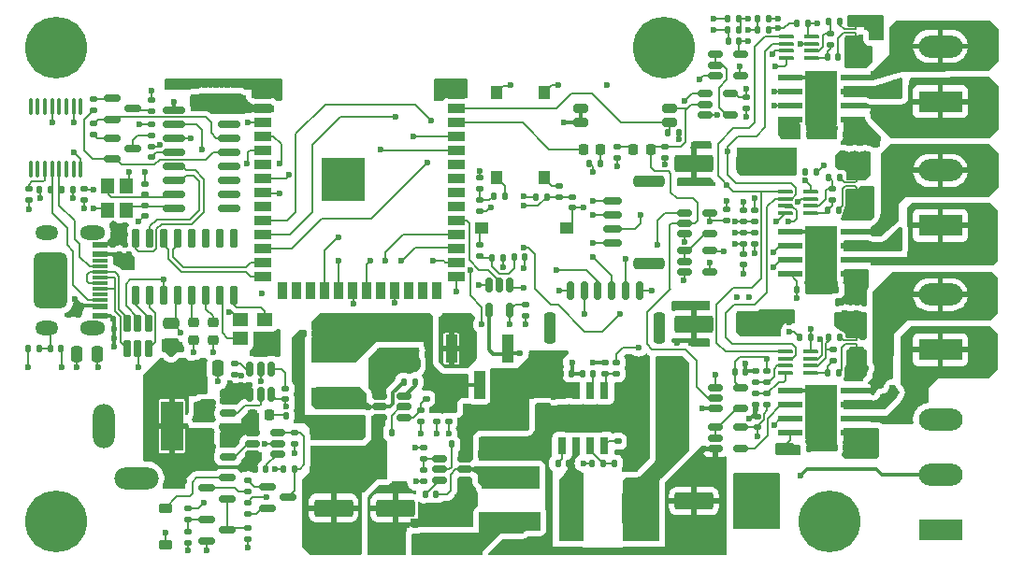
<source format=gbr>
%TF.GenerationSoftware,KiCad,Pcbnew,8.0.4*%
%TF.CreationDate,2025-02-12T15:13:00+01:00*%
%TF.ProjectId,SimpleLedController,53696d70-6c65-44c6-9564-436f6e74726f,A*%
%TF.SameCoordinates,Original*%
%TF.FileFunction,Copper,L1,Top*%
%TF.FilePolarity,Positive*%
%FSLAX46Y46*%
G04 Gerber Fmt 4.6, Leading zero omitted, Abs format (unit mm)*
G04 Created by KiCad (PCBNEW 8.0.4) date 2025-02-12 15:13:00*
%MOMM*%
%LPD*%
G01*
G04 APERTURE LIST*
G04 Aperture macros list*
%AMRoundRect*
0 Rectangle with rounded corners*
0 $1 Rounding radius*
0 $2 $3 $4 $5 $6 $7 $8 $9 X,Y pos of 4 corners*
0 Add a 4 corners polygon primitive as box body*
4,1,4,$2,$3,$4,$5,$6,$7,$8,$9,$2,$3,0*
0 Add four circle primitives for the rounded corners*
1,1,$1+$1,$2,$3*
1,1,$1+$1,$4,$5*
1,1,$1+$1,$6,$7*
1,1,$1+$1,$8,$9*
0 Add four rect primitives between the rounded corners*
20,1,$1+$1,$2,$3,$4,$5,0*
20,1,$1+$1,$4,$5,$6,$7,0*
20,1,$1+$1,$6,$7,$8,$9,0*
20,1,$1+$1,$8,$9,$2,$3,0*%
G04 Aperture macros list end*
%TA.AperFunction,SMDPad,CuDef*%
%ADD10RoundRect,0.135000X-0.135000X-0.185000X0.135000X-0.185000X0.135000X0.185000X-0.135000X0.185000X0*%
%TD*%
%TA.AperFunction,SMDPad,CuDef*%
%ADD11RoundRect,0.140000X0.170000X-0.140000X0.170000X0.140000X-0.170000X0.140000X-0.170000X-0.140000X0*%
%TD*%
%TA.AperFunction,SMDPad,CuDef*%
%ADD12R,1.000000X1.250000*%
%TD*%
%TA.AperFunction,SMDPad,CuDef*%
%ADD13RoundRect,0.140000X-0.170000X0.140000X-0.170000X-0.140000X0.170000X-0.140000X0.170000X0.140000X0*%
%TD*%
%TA.AperFunction,SMDPad,CuDef*%
%ADD14RoundRect,0.462500X-0.462500X-1.287500X0.462500X-1.287500X0.462500X1.287500X-0.462500X1.287500X0*%
%TD*%
%TA.AperFunction,SMDPad,CuDef*%
%ADD15RoundRect,0.140000X0.140000X0.170000X-0.140000X0.170000X-0.140000X-0.170000X0.140000X-0.170000X0*%
%TD*%
%TA.AperFunction,SMDPad,CuDef*%
%ADD16RoundRect,0.140000X-0.140000X-0.170000X0.140000X-0.170000X0.140000X0.170000X-0.140000X0.170000X0*%
%TD*%
%TA.AperFunction,SMDPad,CuDef*%
%ADD17RoundRect,0.135000X-0.185000X0.135000X-0.185000X-0.135000X0.185000X-0.135000X0.185000X0.135000X0*%
%TD*%
%TA.AperFunction,SMDPad,CuDef*%
%ADD18RoundRect,0.150000X-0.512500X-0.150000X0.512500X-0.150000X0.512500X0.150000X-0.512500X0.150000X0*%
%TD*%
%TA.AperFunction,SMDPad,CuDef*%
%ADD19RoundRect,0.200000X0.450000X0.200000X-0.450000X0.200000X-0.450000X-0.200000X0.450000X-0.200000X0*%
%TD*%
%TA.AperFunction,SMDPad,CuDef*%
%ADD20RoundRect,0.135000X0.185000X-0.135000X0.185000X0.135000X-0.185000X0.135000X-0.185000X-0.135000X0*%
%TD*%
%TA.AperFunction,SMDPad,CuDef*%
%ADD21RoundRect,0.250000X-0.250000X-0.475000X0.250000X-0.475000X0.250000X0.475000X-0.250000X0.475000X0*%
%TD*%
%TA.AperFunction,ComponentPad*%
%ADD22C,5.600000*%
%TD*%
%TA.AperFunction,SMDPad,CuDef*%
%ADD23RoundRect,0.150000X-0.587500X-0.150000X0.587500X-0.150000X0.587500X0.150000X-0.587500X0.150000X0*%
%TD*%
%TA.AperFunction,SMDPad,CuDef*%
%ADD24R,2.200000X0.500000*%
%TD*%
%TA.AperFunction,ComponentPad*%
%ADD25C,0.600000*%
%TD*%
%TA.AperFunction,ComponentPad*%
%ADD26C,0.630000*%
%TD*%
%TA.AperFunction,SMDPad,CuDef*%
%ADD27R,2.950000X4.900000*%
%TD*%
%TA.AperFunction,SMDPad,CuDef*%
%ADD28RoundRect,0.135000X0.135000X0.185000X-0.135000X0.185000X-0.135000X-0.185000X0.135000X-0.185000X0*%
%TD*%
%TA.AperFunction,SMDPad,CuDef*%
%ADD29RoundRect,0.250000X0.650000X-0.325000X0.650000X0.325000X-0.650000X0.325000X-0.650000X-0.325000X0*%
%TD*%
%TA.AperFunction,SMDPad,CuDef*%
%ADD30RoundRect,0.250000X-0.475000X0.250000X-0.475000X-0.250000X0.475000X-0.250000X0.475000X0.250000X0*%
%TD*%
%TA.AperFunction,SMDPad,CuDef*%
%ADD31RoundRect,0.250000X-0.650000X0.325000X-0.650000X-0.325000X0.650000X-0.325000X0.650000X0.325000X0*%
%TD*%
%TA.AperFunction,SMDPad,CuDef*%
%ADD32RoundRect,0.250000X0.325000X0.650000X-0.325000X0.650000X-0.325000X-0.650000X0.325000X-0.650000X0*%
%TD*%
%TA.AperFunction,SMDPad,CuDef*%
%ADD33RoundRect,0.150000X-0.150000X0.512500X-0.150000X-0.512500X0.150000X-0.512500X0.150000X0.512500X0*%
%TD*%
%TA.AperFunction,SMDPad,CuDef*%
%ADD34RoundRect,0.150000X-0.825000X-0.150000X0.825000X-0.150000X0.825000X0.150000X-0.825000X0.150000X0*%
%TD*%
%TA.AperFunction,SMDPad,CuDef*%
%ADD35R,2.500000X1.900000*%
%TD*%
%TA.AperFunction,ComponentPad*%
%ADD36R,2.000000X4.500000*%
%TD*%
%TA.AperFunction,ComponentPad*%
%ADD37O,2.000000X4.000000*%
%TD*%
%TA.AperFunction,ComponentPad*%
%ADD38O,4.000000X2.000000*%
%TD*%
%TA.AperFunction,ComponentPad*%
%ADD39R,3.960000X1.980000*%
%TD*%
%TA.AperFunction,ComponentPad*%
%ADD40O,3.960000X1.980000*%
%TD*%
%TA.AperFunction,SMDPad,CuDef*%
%ADD41RoundRect,0.100000X0.562500X0.100000X-0.562500X0.100000X-0.562500X-0.100000X0.562500X-0.100000X0*%
%TD*%
%TA.AperFunction,SMDPad,CuDef*%
%ADD42RoundRect,0.150000X0.512500X0.150000X-0.512500X0.150000X-0.512500X-0.150000X0.512500X-0.150000X0*%
%TD*%
%TA.AperFunction,SMDPad,CuDef*%
%ADD43RoundRect,0.225000X-0.375000X0.225000X-0.375000X-0.225000X0.375000X-0.225000X0.375000X0.225000X0*%
%TD*%
%TA.AperFunction,SMDPad,CuDef*%
%ADD44RoundRect,0.248780X0.451220X-0.261220X0.451220X0.261220X-0.451220X0.261220X-0.451220X-0.261220X0*%
%TD*%
%TA.AperFunction,SMDPad,CuDef*%
%ADD45RoundRect,0.225000X0.250000X-0.225000X0.250000X0.225000X-0.250000X0.225000X-0.250000X-0.225000X0*%
%TD*%
%TA.AperFunction,SMDPad,CuDef*%
%ADD46R,1.500000X0.900000*%
%TD*%
%TA.AperFunction,SMDPad,CuDef*%
%ADD47R,0.900000X1.500000*%
%TD*%
%TA.AperFunction,HeatsinkPad*%
%ADD48C,0.600000*%
%TD*%
%TA.AperFunction,SMDPad,CuDef*%
%ADD49R,3.900000X3.900000*%
%TD*%
%TA.AperFunction,SMDPad,CuDef*%
%ADD50RoundRect,0.250000X1.500000X0.550000X-1.500000X0.550000X-1.500000X-0.550000X1.500000X-0.550000X0*%
%TD*%
%TA.AperFunction,SMDPad,CuDef*%
%ADD51RoundRect,0.250000X-1.500000X-0.550000X1.500000X-0.550000X1.500000X0.550000X-1.500000X0.550000X0*%
%TD*%
%TA.AperFunction,SMDPad,CuDef*%
%ADD52RoundRect,0.250000X0.250000X0.475000X-0.250000X0.475000X-0.250000X-0.475000X0.250000X-0.475000X0*%
%TD*%
%TA.AperFunction,SMDPad,CuDef*%
%ADD53R,1.400000X0.300000*%
%TD*%
%TA.AperFunction,SMDPad,CuDef*%
%ADD54R,1.400000X0.500000*%
%TD*%
%TA.AperFunction,ComponentPad*%
%ADD55O,2.300000X1.300000*%
%TD*%
%TA.AperFunction,ComponentPad*%
%ADD56O,2.100000X1.300000*%
%TD*%
%TA.AperFunction,SMDPad,CuDef*%
%ADD57RoundRect,0.500000X-1.000000X2.000000X-1.000000X-2.000000X1.000000X-2.000000X1.000000X2.000000X0*%
%TD*%
%TA.AperFunction,SMDPad,CuDef*%
%ADD58RoundRect,0.218750X0.218750X0.256250X-0.218750X0.256250X-0.218750X-0.256250X0.218750X-0.256250X0*%
%TD*%
%TA.AperFunction,SMDPad,CuDef*%
%ADD59R,0.802000X1.505000*%
%TD*%
%TA.AperFunction,SMDPad,CuDef*%
%ADD60R,3.502000X2.613000*%
%TD*%
%TA.AperFunction,SMDPad,CuDef*%
%ADD61RoundRect,0.150000X0.587500X0.150000X-0.587500X0.150000X-0.587500X-0.150000X0.587500X-0.150000X0*%
%TD*%
%TA.AperFunction,SMDPad,CuDef*%
%ADD62RoundRect,0.150000X0.150000X-0.650000X0.150000X0.650000X-0.150000X0.650000X-0.150000X-0.650000X0*%
%TD*%
%TA.AperFunction,SMDPad,CuDef*%
%ADD63R,1.400000X1.200000*%
%TD*%
%TA.AperFunction,SMDPad,CuDef*%
%ADD64RoundRect,0.220000X0.220000X0.255000X-0.220000X0.255000X-0.220000X-0.255000X0.220000X-0.255000X0*%
%TD*%
%TA.AperFunction,SMDPad,CuDef*%
%ADD65RoundRect,0.150000X0.150000X0.700000X-0.150000X0.700000X-0.150000X-0.700000X0.150000X-0.700000X0*%
%TD*%
%TA.AperFunction,SMDPad,CuDef*%
%ADD66RoundRect,0.250000X0.250000X1.150000X-0.250000X1.150000X-0.250000X-1.150000X0.250000X-1.150000X0*%
%TD*%
%TA.AperFunction,SMDPad,CuDef*%
%ADD67RoundRect,0.218750X-0.218750X-0.256250X0.218750X-0.256250X0.218750X0.256250X-0.218750X0.256250X0*%
%TD*%
%TA.AperFunction,SMDPad,CuDef*%
%ADD68R,1.250000X1.000000*%
%TD*%
%TA.AperFunction,SMDPad,CuDef*%
%ADD69RoundRect,0.250000X0.475000X-0.250000X0.475000X0.250000X-0.475000X0.250000X-0.475000X-0.250000X0*%
%TD*%
%TA.AperFunction,SMDPad,CuDef*%
%ADD70R,1.000000X2.510000*%
%TD*%
%TA.AperFunction,SMDPad,CuDef*%
%ADD71R,1.200000X1.400000*%
%TD*%
%TA.AperFunction,SMDPad,CuDef*%
%ADD72RoundRect,0.150000X-0.150000X0.725000X-0.150000X-0.725000X0.150000X-0.725000X0.150000X0.725000X0*%
%TD*%
%TA.AperFunction,SMDPad,CuDef*%
%ADD73RoundRect,0.150000X-0.700000X0.150000X-0.700000X-0.150000X0.700000X-0.150000X0.700000X0.150000X0*%
%TD*%
%TA.AperFunction,SMDPad,CuDef*%
%ADD74RoundRect,0.250000X-1.150000X0.250000X-1.150000X-0.250000X1.150000X-0.250000X1.150000X0.250000X0*%
%TD*%
%TA.AperFunction,SMDPad,CuDef*%
%ADD75RoundRect,0.100000X-0.100000X0.637500X-0.100000X-0.637500X0.100000X-0.637500X0.100000X0.637500X0*%
%TD*%
%TA.AperFunction,ViaPad*%
%ADD76C,0.600000*%
%TD*%
%TA.AperFunction,Conductor*%
%ADD77C,0.150000*%
%TD*%
%TA.AperFunction,Conductor*%
%ADD78C,0.200000*%
%TD*%
%TA.AperFunction,Conductor*%
%ADD79C,0.300000*%
%TD*%
G04 APERTURE END LIST*
D10*
%TO.P,R20,1*%
%TO.N,/USB_PD/VBUS*%
X132370600Y-100205000D03*
%TO.P,R20,2*%
%TO.N,Net-(U6-EN)*%
X133390600Y-100205000D03*
%TD*%
D11*
%TO.P,C87,1*%
%TO.N,GND*%
X165484000Y-70842600D03*
%TO.P,C87,2*%
%TO.N,+3V3*%
X165484000Y-69882600D03*
%TD*%
D12*
%TO.P,SW4,1,1*%
%TO.N,Net-(R18-Pad2)*%
X142852600Y-77156000D03*
%TO.P,SW4,2,2*%
%TO.N,GND*%
X142852600Y-69406000D03*
%TD*%
D13*
%TO.P,C31,1*%
%TO.N,Net-(U18-XO)*%
X111008133Y-79659000D03*
%TO.P,C31,2*%
%TO.N,GND*%
X111008133Y-80619000D03*
%TD*%
D14*
%TO.P,L3,1,1*%
%TO.N,Net-(U20-Lx)*%
X149653400Y-107088400D03*
%TO.P,L3,2,2*%
%TO.N,+12V*%
X155203400Y-107088400D03*
%TD*%
D15*
%TO.P,C86,1*%
%TO.N,GND*%
X171145600Y-73222202D03*
%TO.P,C86,2*%
%TO.N,+3V3*%
X170185600Y-73222202D03*
%TD*%
D16*
%TO.P,R34,1*%
%TO.N,Net-(U7-IN+)*%
X172834117Y-94812000D03*
%TO.P,R34,2*%
%TO.N,Net-(U24-ISEN)*%
X173834117Y-94812000D03*
%TD*%
D17*
%TO.P,R48,1*%
%TO.N,Net-(D1-K)*%
X153786600Y-74295000D03*
%TO.P,R48,2*%
%TO.N,GND*%
X153786600Y-75315000D03*
%TD*%
D18*
%TO.P,U32,1*%
%TO.N,Net-(U31-Pad4)*%
X159881600Y-83761000D03*
%TO.P,U32,2*%
X159881600Y-84711000D03*
%TO.P,U32,3,GND*%
%TO.N,GND*%
X159881600Y-85661000D03*
%TO.P,U32,4*%
%TO.N,/MCU/POWER SECTION/DRV2/IN22*%
X162156600Y-85661000D03*
%TO.P,U32,5,VCC*%
%TO.N,+3V3*%
X162156600Y-83761000D03*
%TD*%
D19*
%TO.P,S1,1,1*%
%TO.N,/MCU/5V WS2812 and Servo/Other.USER_SW*%
X158536600Y-72133000D03*
%TO.P,S1,2,2*%
%TO.N,/MCU/POWER SECTION/DRV1/~{SAFE OPERATION}*%
X158536600Y-70863000D03*
%TO.P,S1,3,3*%
%TO.N,+3V3*%
X150536600Y-70873000D03*
%TO.P,S1,4,4*%
X150536600Y-72143000D03*
%TD*%
D20*
%TO.P,R13,1*%
%TO.N,/MCU/Buttons/Buttons.BTN1*%
X148588907Y-78871000D03*
%TO.P,R13,2*%
%TO.N,Net-(R13-Pad2)*%
X148588907Y-77851000D03*
%TD*%
D21*
%TO.P,C4,1*%
%TO.N,/USB_PD/UVP-OVP/Vin*%
X115755600Y-94418000D03*
%TO.P,C4,2*%
%TO.N,GND*%
X117655600Y-94418000D03*
%TD*%
D22*
%TO.P,H1,1,1*%
%TO.N,GND*%
X103000000Y-108317800D03*
%TD*%
D23*
%TO.P,Q9,1,B*%
%TO.N,Net-(Q9-B)*%
X116645000Y-108119203D03*
%TO.P,Q9,2,E*%
%TO.N,GND*%
X116645000Y-110019203D03*
%TO.P,Q9,3,C*%
%TO.N,Net-(Q5-B)*%
X118520000Y-109069203D03*
%TD*%
D18*
%TO.P,U25,1*%
%TO.N,/MCU/ESP32S3/Hbridge3.IN2*%
X162675600Y-96146000D03*
%TO.P,U25,2*%
%TO.N,/MCU/POWER SECTION/DRV1/~{SAFE OPERATION}*%
X162675600Y-97096000D03*
%TO.P,U25,3,GND*%
%TO.N,GND*%
X162675600Y-98046000D03*
%TO.P,U25,4*%
%TO.N,Net-(U25-Pad4)*%
X164950600Y-98046000D03*
%TO.P,U25,5,VCC*%
%TO.N,+3V3*%
X164950600Y-96146000D03*
%TD*%
D17*
%TO.P,R3,1*%
%TO.N,Net-(U2-EN)*%
X119141153Y-93995864D03*
%TO.P,R3,2*%
%TO.N,Net-(Q3-S)*%
X119141153Y-95015864D03*
%TD*%
D13*
%TO.P,C92,1*%
%TO.N,GND*%
X163686100Y-80040000D03*
%TO.P,C92,2*%
%TO.N,+3V3*%
X163686100Y-81000000D03*
%TD*%
D16*
%TO.P,R45,1*%
%TO.N,Net-(U7-IN-)*%
X172959600Y-91569000D03*
%TO.P,R45,2*%
%TO.N,GND*%
X173959600Y-91569000D03*
%TD*%
D24*
%TO.P,U24,1,GND*%
%TO.N,GND*%
X169429251Y-96464612D03*
%TO.P,U24,2,IN2*%
%TO.N,/MCU/POWER SECTION/DRV3/IN22*%
X169429251Y-97734612D03*
%TO.P,U24,3,IN1*%
%TO.N,/MCU/ESP32S3/Hbridge3.IN1*%
X169429251Y-99004612D03*
%TO.P,U24,4,VREF*%
%TO.N,+3V3*%
X169429251Y-100274612D03*
%TO.P,U24,5,VM*%
%TO.N,+12V*%
X175179251Y-100274612D03*
%TO.P,U24,6,OUT1*%
%TO.N,Net-(J12-Pin_1)*%
X175179251Y-99004612D03*
%TO.P,U24,7,ISEN*%
%TO.N,Net-(U24-ISEN)*%
X175179251Y-97734612D03*
%TO.P,U24,8,OUT2*%
%TO.N,Net-(J12-Pin_2)*%
X175179251Y-96464612D03*
D25*
%TO.P,U24,9,GND*%
%TO.N,GND*%
X171654251Y-97069612D03*
D26*
X171654251Y-98369612D03*
X171654251Y-99669612D03*
D27*
X172304251Y-98369612D03*
D26*
X172954251Y-97069612D03*
X172954251Y-98369612D03*
X172954251Y-99669612D03*
%TD*%
D15*
%TO.P,R27,1*%
%TO.N,Net-(U9-A0)*%
X164815600Y-63756000D03*
%TO.P,R27,2*%
%TO.N,GND*%
X163815600Y-63756000D03*
%TD*%
D28*
%TO.P,R19,1*%
%TO.N,/USB_PD/VBUS*%
X139841888Y-101289800D03*
%TO.P,R19,2*%
%TO.N,Net-(U5-EN)*%
X138821888Y-101289800D03*
%TD*%
D10*
%TO.P,R9,1*%
%TO.N,+3V3*%
X146406600Y-78869000D03*
%TO.P,R9,2*%
%TO.N,/MCU/Buttons/Buttons.BTN1*%
X147426600Y-78869000D03*
%TD*%
D29*
%TO.P,C57,1*%
%TO.N,+3V3*%
X139761800Y-110135800D03*
%TO.P,C57,2*%
%TO.N,GND*%
X139761800Y-107175800D03*
%TD*%
D20*
%TO.P,R1,1*%
%TO.N,+3V3*%
X136257088Y-104652600D03*
%TO.P,R1,2*%
%TO.N,Net-(U5-VFB)*%
X136257088Y-103632600D03*
%TD*%
D11*
%TO.P,C1,1*%
%TO.N,/USB_PD/VBUS*%
X105505600Y-79123000D03*
%TO.P,C1,2*%
%TO.N,GND*%
X105505600Y-78163000D03*
%TD*%
D30*
%TO.P,C54,1*%
%TO.N,/USB_PD/VBUS*%
X147094400Y-96168000D03*
%TO.P,C54,2*%
%TO.N,GND*%
X147094400Y-98068000D03*
%TD*%
D31*
%TO.P,C7,1*%
%TO.N,/USB_PD/VBUS*%
X144513888Y-99260800D03*
%TO.P,C7,2*%
%TO.N,GND*%
X144513888Y-102220800D03*
%TD*%
D32*
%TO.P,C59,1*%
%TO.N,+12V*%
X158235600Y-96568000D03*
%TO.P,C59,2*%
%TO.N,GND*%
X155275600Y-96568000D03*
%TD*%
D23*
%TO.P,Q4,1,B*%
%TO.N,Net-(Q4-B)*%
X122103100Y-105163000D03*
%TO.P,Q4,2,E*%
%TO.N,Net-(Q4-E)*%
X122103100Y-107063000D03*
%TO.P,Q4,3,C*%
%TO.N,/USB_PD/UVP-OVP/EN_OUT*%
X123978100Y-106113000D03*
%TD*%
D20*
%TO.P,R25,1*%
%TO.N,Net-(U20-FB)*%
X152730600Y-94903000D03*
%TO.P,R25,2*%
%TO.N,GND*%
X152730600Y-93883000D03*
%TD*%
D13*
%TO.P,R54,1*%
%TO.N,+3V3*%
X167389000Y-94683800D03*
%TO.P,R54,2*%
%TO.N,Net-(U7-A0)*%
X167389000Y-95683800D03*
%TD*%
D11*
%TO.P,C27,1*%
%TO.N,Net-(U9-IN+)*%
X173069083Y-65068797D03*
%TO.P,C27,2*%
%TO.N,Net-(U9-IN-)*%
X173069083Y-64068799D03*
%TD*%
D33*
%TO.P,U2,1,VCAP*%
%TO.N,Net-(U2-VCAP)*%
X122466600Y-94495500D03*
%TO.P,U2,2,GND*%
%TO.N,GND*%
X121516600Y-94495500D03*
%TO.P,U2,3,EN*%
%TO.N,Net-(U2-EN)*%
X120566600Y-94495500D03*
%TO.P,U2,4,CATHODE*%
%TO.N,/USB_PD/VBUS*%
X120566600Y-96770500D03*
%TO.P,U2,5,GATE*%
%TO.N,Net-(Q3-G)*%
X121516600Y-96770500D03*
%TO.P,U2,6,ANODE*%
%TO.N,Net-(Q3-S)*%
X122466600Y-96770500D03*
%TD*%
D34*
%TO.P,U18,1,GND*%
%TO.N,GND*%
X113707600Y-70995000D03*
%TO.P,U18,2,TXD*%
%TO.N,/MCU/CH340 prog/UART_PROG.TX*%
X113707600Y-72265000D03*
%TO.P,U18,3,RXD*%
%TO.N,/MCU/CH340 prog/UART_PROG.RX*%
X113707600Y-73535000D03*
%TO.P,U18,4,V3*%
%TO.N,Net-(U18-V3)*%
X113707600Y-74805000D03*
%TO.P,U18,5,UD+*%
%TO.N,/MCU/CH340 prog/USB_CH.+*%
X113707600Y-76075000D03*
%TO.P,U18,6,UD-*%
%TO.N,/MCU/CH340 prog/USB_CH.-*%
X113707600Y-77345000D03*
%TO.P,U18,7,XI*%
%TO.N,Net-(U18-XI)*%
X113707600Y-78615000D03*
%TO.P,U18,8,XO*%
%TO.N,Net-(U18-XO)*%
X113707600Y-79885000D03*
%TO.P,U18,9,~{CTS}*%
%TO.N,unconnected-(U18-~{CTS}-Pad9)*%
X118657600Y-79885000D03*
%TO.P,U18,10,~{DSR}*%
%TO.N,unconnected-(U18-~{DSR}-Pad10)*%
X118657600Y-78615000D03*
%TO.P,U18,11,~{RI}*%
%TO.N,unconnected-(U18-~{RI}-Pad11)*%
X118657600Y-77345000D03*
%TO.P,U18,12,~{DCD}*%
%TO.N,unconnected-(U18-~{DCD}-Pad12)*%
X118657600Y-76075000D03*
%TO.P,U18,13,~{DTR}*%
%TO.N,/MCU/CH340 prog/~{DTR}*%
X118657600Y-74805000D03*
%TO.P,U18,14,~{RTS}*%
%TO.N,/MCU/CH340 prog/~{RTS}*%
X118657600Y-73535000D03*
%TO.P,U18,15,R232*%
%TO.N,unconnected-(U18-R232-Pad15)*%
X118657600Y-72265000D03*
%TO.P,U18,16,VCC*%
%TO.N,+3V3*%
X118657600Y-70995000D03*
%TD*%
D31*
%TO.P,C39,1*%
%TO.N,+5V*%
X132517555Y-91039663D03*
%TO.P,C39,2*%
%TO.N,GND*%
X132517555Y-93999663D03*
%TD*%
D16*
%TO.P,C55,1*%
%TO.N,/USB_PD/VBUS*%
X148694600Y-94871000D03*
%TO.P,C55,2*%
%TO.N,GND*%
X149654600Y-94871000D03*
%TD*%
D10*
%TO.P,R21,1*%
%TO.N,/USB_PD/VBUS*%
X151480600Y-102993000D03*
%TO.P,R21,2*%
%TO.N,Net-(U20-EN)*%
X152500600Y-102993000D03*
%TD*%
D20*
%TO.P,R17,1*%
%TO.N,/MCU/Buttons/Buttons.BOOT*%
X141328600Y-84205000D03*
%TO.P,R17,2*%
%TO.N,Net-(R17-Pad2)*%
X141328600Y-83185000D03*
%TD*%
D35*
%TO.P,L1,1,1*%
%TO.N,Net-(U6-SW)*%
X128374600Y-97048000D03*
%TO.P,L1,2,2*%
%TO.N,+5V*%
X128374600Y-92948000D03*
%TD*%
D29*
%TO.P,C51,1*%
%TO.N,/USB_PD/VBUS*%
X127419555Y-102351221D03*
%TO.P,C51,2*%
%TO.N,GND*%
X127419555Y-99391221D03*
%TD*%
D17*
%TO.P,R43,1*%
%TO.N,/USB_PD/UVP-OVP/EN_OUT*%
X124629100Y-100203000D03*
%TO.P,R43,2*%
%TO.N,GND*%
X124629100Y-101223000D03*
%TD*%
D36*
%TO.P,J1,1*%
%TO.N,/USB_PD/UVP-OVP/Vin*%
X113488600Y-99662000D03*
D37*
%TO.P,J1,2*%
%TO.N,GND*%
X107288600Y-99662000D03*
D38*
%TO.P,J1,3*%
%TO.N,N/C*%
X110288600Y-104362000D03*
%TD*%
D16*
%TO.P,C53,1*%
%TO.N,GND*%
X150680600Y-94868000D03*
%TO.P,C53,2*%
%TO.N,Net-(U20-VCC)*%
X151640600Y-94868000D03*
%TD*%
D15*
%TO.P,R55,1*%
%TO.N,+3V3*%
X167482600Y-62740000D03*
%TO.P,R55,2*%
%TO.N,Net-(U9-A1)*%
X166482600Y-62740000D03*
%TD*%
D39*
%TO.P,J5,1,Pin_1*%
%TO.N,+12V*%
X183071941Y-109024714D03*
D40*
%TO.P,J5,2,Pin_2*%
%TO.N,/MCU/5V WS2812 and Servo/5V Data{slash}PWM*%
X183071941Y-104024714D03*
%TO.P,J5,3,Pin_3*%
%TO.N,GND*%
X183071941Y-99024714D03*
%TD*%
D17*
%TO.P,C12,1*%
%TO.N,+5V*%
X137442400Y-98171000D03*
%TO.P,C12,2*%
%TO.N,GND*%
X137442400Y-99191000D03*
%TD*%
D11*
%TO.P,C13,1*%
%TO.N,GND*%
X149710600Y-79857000D03*
%TO.P,C13,2*%
%TO.N,/MCU/Buttons/Buttons.BTN1*%
X149710600Y-78897000D03*
%TD*%
D16*
%TO.P,R32,1*%
%TO.N,Net-(U9-A1)*%
X166482600Y-63705200D03*
%TO.P,R32,2*%
%TO.N,GND*%
X167482600Y-63705200D03*
%TD*%
D41*
%TO.P,U7,1,IN+*%
%TO.N,Net-(U7-IN+)*%
X171320500Y-94830000D03*
%TO.P,U7,2,IN-*%
%TO.N,Net-(U7-IN-)*%
X171320500Y-94180000D03*
%TO.P,U7,3,GND*%
%TO.N,GND*%
X171320500Y-93530000D03*
%TO.P,U7,4,VS*%
%TO.N,+3V3*%
X171320500Y-92880000D03*
%TO.P,U7,5,SCL*%
%TO.N,/MCU/ESP32S3/I2C1.SCL*%
X169045500Y-92880000D03*
%TO.P,U7,6,SDA*%
%TO.N,/MCU/ESP32S3/I2C1.SDA*%
X169045500Y-93530000D03*
%TO.P,U7,7,A0*%
%TO.N,Net-(U7-A0)*%
X169045500Y-94180000D03*
%TO.P,U7,8,A1*%
%TO.N,Net-(U7-A1)*%
X169045500Y-94830000D03*
%TD*%
D16*
%TO.P,R46,1*%
%TO.N,Net-(U9-IN-)*%
X172967600Y-62994000D03*
%TO.P,R46,2*%
%TO.N,GND*%
X173967600Y-62994000D03*
%TD*%
D42*
%TO.P,U5,1,GND*%
%TO.N,GND*%
X140007800Y-104525800D03*
%TO.P,U5,2,SW*%
%TO.N,Net-(U5-SW)*%
X140007800Y-103575800D03*
%TO.P,U5,3,VIN*%
%TO.N,/USB_PD/VBUS*%
X140007800Y-102625800D03*
%TO.P,U5,4,VFB*%
%TO.N,Net-(U5-VFB)*%
X137732800Y-102625800D03*
%TO.P,U5,5,EN*%
%TO.N,Net-(U5-EN)*%
X137732800Y-103575800D03*
%TO.P,U5,6,VBST*%
%TO.N,Net-(U5-VBST)*%
X137732800Y-104525800D03*
%TD*%
D28*
%TO.P,R15,1*%
%TO.N,+3V3*%
X143482478Y-84366511D03*
%TO.P,R15,2*%
%TO.N,/MCU/Buttons/Buttons.BOOT*%
X142462478Y-84366511D03*
%TD*%
D11*
%TO.P,C28,1*%
%TO.N,Net-(U10-IN+)*%
X173281800Y-79115000D03*
%TO.P,C28,2*%
%TO.N,Net-(U10-IN-)*%
X173281800Y-78115000D03*
%TD*%
D41*
%TO.P,U9,1,IN+*%
%TO.N,Net-(U9-IN+)*%
X171422100Y-66296202D03*
%TO.P,U9,2,IN-*%
%TO.N,Net-(U9-IN-)*%
X171422100Y-65646202D03*
%TO.P,U9,3,GND*%
%TO.N,GND*%
X171422100Y-64996202D03*
%TO.P,U9,4,VS*%
%TO.N,+3V3*%
X171422100Y-64346202D03*
%TO.P,U9,5,SCL*%
%TO.N,/MCU/ESP32S3/I2C1.SCL*%
X169147100Y-64346202D03*
%TO.P,U9,6,SDA*%
%TO.N,/MCU/ESP32S3/I2C1.SDA*%
X169147100Y-64996202D03*
%TO.P,U9,7,A0*%
%TO.N,Net-(U9-A0)*%
X169147100Y-65646202D03*
%TO.P,U9,8,A1*%
%TO.N,Net-(U9-A1)*%
X169147100Y-66296202D03*
%TD*%
D43*
%TO.P,D4,1,K*%
%TO.N,Net-(D4-K)*%
X112880600Y-107065000D03*
%TO.P,D4,2,A*%
%TO.N,GND*%
X112880600Y-110365000D03*
%TD*%
D13*
%TO.P,C93,1*%
%TO.N,GND*%
X165255400Y-84078600D03*
%TO.P,C93,2*%
%TO.N,+3V3*%
X165255400Y-85038600D03*
%TD*%
D16*
%TO.P,C90,1*%
%TO.N,GND*%
X173642600Y-87251000D03*
%TO.P,C90,2*%
%TO.N,+12V*%
X174602600Y-87251000D03*
%TD*%
D44*
%TO.P,R51,1*%
%TO.N,Net-(U27-ISEN)*%
X175364600Y-64793000D03*
%TO.P,R51,2*%
%TO.N,GND*%
X175364600Y-62973000D03*
%TD*%
D33*
%TO.P,U8,1*%
%TO.N,+3V3*%
X144097200Y-86855600D03*
%TO.P,U8,2*%
%TO.N,/MCU/5V WS2812 and Servo/Other.5VPWM*%
X143147200Y-86855600D03*
%TO.P,U8,3,GND*%
%TO.N,GND*%
X142197200Y-86855600D03*
%TO.P,U8,4*%
%TO.N,/MCU/5V WS2812 and Servo/5V Data{slash}PWM*%
X142197200Y-89130600D03*
%TO.P,U8,5,VCC*%
%TO.N,+5V*%
X144097200Y-89130600D03*
%TD*%
D18*
%TO.P,U29,1*%
%TO.N,Net-(U28-Pad4)*%
X162725000Y-65981000D03*
%TO.P,U29,2*%
X162725000Y-66931000D03*
%TO.P,U29,3,GND*%
%TO.N,GND*%
X162725000Y-67881000D03*
%TO.P,U29,4*%
%TO.N,/MCU/POWER SECTION/DRV1/IN22*%
X165000000Y-67881000D03*
%TO.P,U29,5,VCC*%
%TO.N,+3V3*%
X165000000Y-65981000D03*
%TD*%
D12*
%TO.P,SW1,1,1*%
%TO.N,Net-(R13-Pad2)*%
X147170600Y-77156000D03*
%TO.P,SW1,2,2*%
%TO.N,GND*%
X147170600Y-69406000D03*
%TD*%
D16*
%TO.P,C44,1*%
%TO.N,/USB_PD/UVP-OVP/Vin*%
X121036600Y-103507000D03*
%TO.P,C44,2*%
%TO.N,Net-(U1-VCAP)*%
X121996600Y-103507000D03*
%TD*%
D45*
%TO.P,C33,1*%
%TO.N,GND*%
X115420600Y-91816000D03*
%TO.P,C33,2*%
%TO.N,Net-(U19-VDD33)*%
X115420600Y-90266000D03*
%TD*%
D11*
%TO.P,R26,1*%
%TO.N,Net-(U5-VFB)*%
X136257088Y-102610600D03*
%TO.P,R26,2*%
%TO.N,GND*%
X136257088Y-101610600D03*
%TD*%
D16*
%TO.P,C80,1*%
%TO.N,GND*%
X173515600Y-101602000D03*
%TO.P,C80,2*%
%TO.N,+12V*%
X174475600Y-101602000D03*
%TD*%
D10*
%TO.P,R18,1*%
%TO.N,/MCU/Buttons/Buttons.RST*%
X142596600Y-78804000D03*
%TO.P,R18,2*%
%TO.N,Net-(R18-Pad2)*%
X143616600Y-78804000D03*
%TD*%
D15*
%TO.P,C91,1*%
%TO.N,GND*%
X171040100Y-87251000D03*
%TO.P,C91,2*%
%TO.N,+3V3*%
X170080100Y-87251000D03*
%TD*%
D46*
%TO.P,U22,1,GND*%
%TO.N,GND*%
X121712808Y-69572820D03*
%TO.P,U22,2,3V3*%
%TO.N,+3V3*%
X121712808Y-70842820D03*
%TO.P,U22,3,EN*%
%TO.N,/MCU/CH340 prog/UART_PROG.RST*%
X121712808Y-72112820D03*
%TO.P,U22,4,IO4*%
%TO.N,/MCU/ESP32S3/I2C2.SDA*%
X121712808Y-73382820D03*
%TO.P,U22,5,IO5*%
%TO.N,/MCU/ESP32S3/I2C2.SCL*%
X121712808Y-74652820D03*
%TO.P,U22,6,IO6*%
%TO.N,/MCU/ESP32S3/IO6*%
X121712808Y-75922820D03*
%TO.P,U22,7,IO7*%
%TO.N,/MCU/ESP32S3/I2C1.SDA*%
X121712808Y-77192820D03*
%TO.P,U22,8,IO15*%
%TO.N,/MCU/Buttons/Buttons.BTN1*%
X121712808Y-78462820D03*
%TO.P,U22,9,IO16*%
%TO.N,/MCU/Buttons/Buttons.BTN2*%
X121712808Y-79732820D03*
%TO.P,U22,10,IO17*%
%TO.N,/MCU/ESP32S3/Hbridge1.IN1*%
X121712808Y-81002820D03*
%TO.P,U22,11,IO18*%
%TO.N,/MCU/ESP32S3/Hbridge1.IN2*%
X121712808Y-82272820D03*
%TO.P,U22,12,IO8*%
%TO.N,/MCU/ESP32S3/I2C1.SCL*%
X121712808Y-83542820D03*
%TO.P,U22,13,IO19*%
%TO.N,/MCU/ESP32S3/USB.-*%
X121712808Y-84812820D03*
%TO.P,U22,14,IO20*%
%TO.N,/MCU/ESP32S3/USB.+*%
X121712808Y-86082820D03*
D47*
%TO.P,U22,15,IO3*%
%TO.N,/MCU/ESP32S3/IO3*%
X123477808Y-87332820D03*
%TO.P,U22,16,IO46*%
%TO.N,/MCU/ESP32S3/IO46*%
X124747808Y-87332820D03*
%TO.P,U22,17,IO9*%
%TO.N,/MCU/ESP32S3/IO9*%
X126017808Y-87332820D03*
%TO.P,U22,18,IO10*%
%TO.N,/MCU/ESP32S3/VSPI.CS*%
X127287808Y-87332820D03*
%TO.P,U22,19,IO11*%
%TO.N,/MCU/ESP32S3/VSPI.MOSI*%
X128557808Y-87332820D03*
%TO.P,U22,20,IO12*%
%TO.N,/MCU/ESP32S3/VSPI.SCK*%
X129827808Y-87332820D03*
%TO.P,U22,21,IO13*%
%TO.N,/MCU/ESP32S3/VSPI.MISO*%
X131097808Y-87332820D03*
%TO.P,U22,22,IO14*%
%TO.N,/MCU/ESP32S3/IO14*%
X132367808Y-87332820D03*
%TO.P,U22,23,IO21*%
%TO.N,/MCU/ESP32S3/Hbridge2.IN1*%
X133637808Y-87332820D03*
%TO.P,U22,24,IO47*%
%TO.N,/MCU/ESP32S3/IO47*%
X134907808Y-87332820D03*
%TO.P,U22,25,IO48*%
%TO.N,/MCU/ESP32S3/IO48*%
X136177808Y-87332820D03*
%TO.P,U22,26,IO45*%
%TO.N,/MCU/ESP32S3/IO45*%
X137447808Y-87332820D03*
D46*
%TO.P,U22,27,IO0*%
%TO.N,/MCU/CH340 prog/UART_PROG.BOOT*%
X139212808Y-86082820D03*
%TO.P,U22,28,IO35*%
%TO.N,/MCU/ESP32S3/Hbridge2.IN2*%
X139212808Y-84812820D03*
%TO.P,U22,29,IO36*%
%TO.N,/MCU/ESP32S3/Hbridge3.IN1*%
X139212808Y-83542820D03*
%TO.P,U22,30,IO37*%
%TO.N,/MCU/ESP32S3/Hbridge3.IN2*%
X139212808Y-82272820D03*
%TO.P,U22,31,IO38*%
%TO.N,/MCU/5V WS2812 and Servo/Other.5VPWM*%
X139212808Y-81002820D03*
%TO.P,U22,32,IO39*%
%TO.N,/MCU/ESP32S3/IO39*%
X139212808Y-79732820D03*
%TO.P,U22,33,IO40*%
%TO.N,/MCU/ESP32S3/IO40*%
X139212808Y-78462820D03*
%TO.P,U22,34,IO41*%
%TO.N,/MCU/ESP32S3/IO41*%
X139212808Y-77192820D03*
%TO.P,U22,35,IO42*%
%TO.N,/MCU/ESP32S3/IO42*%
X139212808Y-75922820D03*
%TO.P,U22,36,RXD0*%
%TO.N,/MCU/CH340 prog/UART_PROG.TX*%
X139212808Y-74652820D03*
%TO.P,U22,37,TXD0*%
%TO.N,/MCU/CH340 prog/UART_PROG.RX*%
X139212808Y-73382820D03*
%TO.P,U22,38,IO2*%
%TO.N,/MCU/5V WS2812 and Servo/Other.LED*%
X139212808Y-72112820D03*
%TO.P,U22,39,IO1*%
%TO.N,/MCU/5V WS2812 and Servo/Other.USER_SW*%
X139212808Y-70842820D03*
%TO.P,U22,40,GND*%
%TO.N,GND*%
X139212808Y-69572820D03*
D48*
%TO.P,U22,41,GND*%
X127562808Y-76592820D03*
X127562808Y-77992820D03*
X128262808Y-75892820D03*
X128262808Y-77292820D03*
X128262808Y-78692820D03*
X128962808Y-76592820D03*
D49*
X128962808Y-77292820D03*
D48*
X128962808Y-77992820D03*
X129662808Y-75892820D03*
X129662808Y-77292820D03*
X129662808Y-78692820D03*
X130362808Y-76592820D03*
X130362808Y-77992820D03*
%TD*%
D44*
%TO.P,R50,1*%
%TO.N,Net-(U24-ISEN)*%
X175447057Y-92987000D03*
%TO.P,R50,2*%
%TO.N,GND*%
X175447057Y-91167000D03*
%TD*%
D11*
%TO.P,R57,1*%
%TO.N,+3V3*%
X166220600Y-83118000D03*
%TO.P,R57,2*%
%TO.N,Net-(U10-A1)*%
X166220600Y-82118000D03*
%TD*%
D50*
%TO.P,C79,1*%
%TO.N,+12V*%
X166353600Y-106428000D03*
%TO.P,C79,2*%
%TO.N,GND*%
X160753600Y-106428000D03*
%TD*%
D29*
%TO.P,C8,1*%
%TO.N,/USB_PD/VBUS*%
X129880600Y-102373000D03*
%TO.P,C8,2*%
%TO.N,GND*%
X129880600Y-99413000D03*
%TD*%
D17*
%TO.P,R22,1*%
%TO.N,Net-(Q6-B)*%
X106407816Y-69977000D03*
%TO.P,R22,2*%
%TO.N,/MCU/CH340 prog/~{DTR}*%
X106407816Y-70997000D03*
%TD*%
D15*
%TO.P,C81,1*%
%TO.N,GND*%
X171145600Y-101641612D03*
%TO.P,C81,2*%
%TO.N,+3V3*%
X170185600Y-101641612D03*
%TD*%
D16*
%TO.P,R49,1*%
%TO.N,Net-(U10-IN-)*%
X172959600Y-77091000D03*
%TO.P,R49,2*%
%TO.N,GND*%
X173959600Y-77091000D03*
%TD*%
D10*
%TO.P,R28,1*%
%TO.N,/USB_PD/UVP-OVP/Vin*%
X123546600Y-103507000D03*
%TO.P,R28,2*%
%TO.N,/USB_PD/UVP-OVP/EN_OUT*%
X124566600Y-103507000D03*
%TD*%
D32*
%TO.P,C49,1*%
%TO.N,+12V*%
X158235600Y-98918000D03*
%TO.P,C49,2*%
%TO.N,GND*%
X155275600Y-98918000D03*
%TD*%
D15*
%TO.P,C23,1*%
%TO.N,+3V3*%
X171300600Y-91569000D03*
%TO.P,C23,2*%
%TO.N,GND*%
X170300600Y-91569000D03*
%TD*%
%TO.P,C40,1*%
%TO.N,Net-(U6-VBST)*%
X135478600Y-95633000D03*
%TO.P,C40,2*%
%TO.N,Net-(U6-SW)*%
X134478600Y-95633000D03*
%TD*%
D31*
%TO.P,C9,1*%
%TO.N,/USB_PD/VBUS*%
X142131888Y-99260800D03*
%TO.P,C9,2*%
%TO.N,GND*%
X142131888Y-102220800D03*
%TD*%
D16*
%TO.P,C88,1*%
%TO.N,GND*%
X163861000Y-64746600D03*
%TO.P,C88,2*%
%TO.N,+3V3*%
X164821000Y-64746600D03*
%TD*%
%TO.P,R37,1*%
%TO.N,Net-(U9-IN+)*%
X172824600Y-66169000D03*
%TO.P,R37,2*%
%TO.N,Net-(U27-ISEN)*%
X173824600Y-66169000D03*
%TD*%
%TO.P,C3,1*%
%TO.N,Net-(J3-SHIELD)*%
X102510600Y-92585000D03*
%TO.P,C3,2*%
%TO.N,GND*%
X103470600Y-92585000D03*
%TD*%
D10*
%TO.P,R31,1*%
%TO.N,Net-(U20-EN)*%
X153512600Y-102993000D03*
%TO.P,R31,2*%
%TO.N,GND*%
X154532600Y-102993000D03*
%TD*%
D41*
%TO.P,U10,1,IN+*%
%TO.N,Net-(U10-IN+)*%
X171309783Y-80339861D03*
%TO.P,U10,2,IN-*%
%TO.N,Net-(U10-IN-)*%
X171309783Y-79689861D03*
%TO.P,U10,3,GND*%
%TO.N,GND*%
X171309783Y-79039861D03*
%TO.P,U10,4,VS*%
%TO.N,+3V3*%
X171309783Y-78389861D03*
%TO.P,U10,5,SCL*%
%TO.N,/MCU/ESP32S3/I2C1.SCL*%
X169034783Y-78389861D03*
%TO.P,U10,6,SDA*%
%TO.N,/MCU/ESP32S3/I2C1.SDA*%
X169034783Y-79039861D03*
%TO.P,U10,7,A0*%
%TO.N,Net-(U10-A0)*%
X169034783Y-79689861D03*
%TO.P,U10,8,A1*%
%TO.N,Net-(U10-A1)*%
X169034783Y-80339861D03*
%TD*%
D16*
%TO.P,C25,1*%
%TO.N,+3V3*%
X170823000Y-76581000D03*
%TO.P,C25,2*%
%TO.N,GND*%
X171823000Y-76581000D03*
%TD*%
D11*
%TO.P,C46,1*%
%TO.N,GND*%
X153855600Y-101998000D03*
%TO.P,C46,2*%
%TO.N,Net-(U20-SS)*%
X153855600Y-101038000D03*
%TD*%
D51*
%TO.P,C29,1*%
%TO.N,/USB_PD/VBUS*%
X128114600Y-107063000D03*
%TO.P,C29,2*%
%TO.N,GND*%
X133714600Y-107063000D03*
%TD*%
D17*
%TO.P,R36,1*%
%TO.N,/MCU/CH340 prog/UART_PROG.BOOT*%
X111610600Y-72265000D03*
%TO.P,R36,2*%
%TO.N,Net-(Q7-C)*%
X111610600Y-73285000D03*
%TD*%
D44*
%TO.P,R52,1*%
%TO.N,Net-(U30-ISEN)*%
X175447057Y-78636000D03*
%TO.P,R52,2*%
%TO.N,GND*%
X175447057Y-76816000D03*
%TD*%
D52*
%TO.P,C45,1*%
%TO.N,/USB_PD/VBUS*%
X106769400Y-93093000D03*
%TO.P,C45,2*%
%TO.N,GND*%
X104869400Y-93093000D03*
%TD*%
D17*
%TO.P,R42,1*%
%TO.N,Net-(Q4-B)*%
X120325100Y-104521000D03*
%TO.P,R42,2*%
%TO.N,Net-(Q5-C)*%
X120325100Y-105541000D03*
%TD*%
%TO.P,R39,1*%
%TO.N,/USB_PD/UVP-OVP/Vin*%
X120325100Y-106553000D03*
%TO.P,R39,2*%
%TO.N,Net-(Q4-E)*%
X120325100Y-107573000D03*
%TD*%
D53*
%TO.P,J3,A5,CC1*%
%TO.N,Net-(J3-CC1)*%
X107005000Y-85192800D03*
%TO.P,J3,A6,D+*%
%TO.N,/USB_PD/USB_IN.+*%
X107005000Y-86192800D03*
%TO.P,J3,A7,D-*%
%TO.N,/USB_PD/USB_IN.-*%
X107005000Y-86692800D03*
%TO.P,J3,A8,SBU1*%
%TO.N,unconnected-(J3-SBU1-PadA8)*%
X107005000Y-87692800D03*
D54*
%TO.P,J3,A9B4,VBUS*%
%TO.N,Net-(Q3-S)*%
X107005000Y-88842800D03*
%TO.P,J3,A12B1,GND*%
%TO.N,GND*%
X107005000Y-89642800D03*
D53*
%TO.P,J3,B5,CC2*%
%TO.N,Net-(J3-CC2)*%
X107005000Y-88192800D03*
%TO.P,J3,B6,D+*%
%TO.N,/USB_PD/USB_IN.+*%
X107005000Y-87192800D03*
%TO.P,J3,B7,D-*%
%TO.N,/USB_PD/USB_IN.-*%
X107005000Y-85692800D03*
%TO.P,J3,B8,SBU2*%
%TO.N,unconnected-(J3-SBU2-PadB8)*%
X107005000Y-84692800D03*
D54*
%TO.P,J3,B9A4,VBUS*%
%TO.N,Net-(Q3-S)*%
X107005000Y-84042800D03*
%TO.P,J3,B12A1,GND*%
%TO.N,GND*%
X107005000Y-83242800D03*
D55*
%TO.P,J3,S1,SHIELD*%
%TO.N,Net-(J3-SHIELD)*%
X106325000Y-82112800D03*
D56*
X102125000Y-82112800D03*
D25*
X103505000Y-84442800D03*
X101505000Y-84442800D03*
D57*
X102505000Y-86442800D03*
D25*
X103505000Y-88442800D03*
X101505000Y-88442800D03*
D55*
X106325000Y-90772800D03*
D56*
X102125000Y-90772800D03*
%TD*%
D13*
%TO.P,R58,1*%
%TO.N,+3V3*%
X166220600Y-80094450D03*
%TO.P,R58,2*%
%TO.N,Net-(U10-A0)*%
X166220600Y-81094450D03*
%TD*%
D16*
%TO.P,R12,1*%
%TO.N,/MCU/5V WS2812 and Servo/Other.USER_SW*%
X158354600Y-73027000D03*
%TO.P,R12,2*%
%TO.N,GND*%
X159354600Y-73027000D03*
%TD*%
D58*
%TO.P,D2,1,K*%
%TO.N,Net-(D2-K)*%
X122346756Y-98591914D03*
%TO.P,D2,2,A*%
%TO.N,/USB_PD/VBUS*%
X120771756Y-98591914D03*
%TD*%
D59*
%TO.P,U20,1,BST*%
%TO.N,Net-(U20-BST)*%
X148821600Y-101432500D03*
%TO.P,U20,2,Lx*%
%TO.N,Net-(U20-Lx)*%
X150091600Y-101432500D03*
%TO.P,U20,3,EN*%
%TO.N,Net-(U20-EN)*%
X151361600Y-101432500D03*
%TO.P,U20,4,SS*%
%TO.N,Net-(U20-SS)*%
X152631600Y-101432500D03*
%TO.P,U20,5,FB*%
%TO.N,Net-(U20-FB)*%
X152631600Y-96437500D03*
%TO.P,U20,6,VCC*%
%TO.N,Net-(U20-VCC)*%
X151361600Y-96437500D03*
%TO.P,U20,7,Vin*%
%TO.N,/USB_PD/VBUS*%
X150091600Y-96437500D03*
%TO.P,U20,8,Vin*%
X148821600Y-96437500D03*
D60*
%TO.P,U20,9,EPAD*%
%TO.N,GND*%
X150726600Y-98935000D03*
%TD*%
D61*
%TO.P,Q10,1,G*%
%TO.N,Net-(Q10-G)*%
X118565600Y-102425000D03*
%TO.P,Q10,2,D*%
%TO.N,/USB_PD/VBUS*%
X118565600Y-100525000D03*
%TO.P,Q10,3,S*%
%TO.N,/USB_PD/UVP-OVP/Vin*%
X116690600Y-101475000D03*
%TD*%
D11*
%TO.P,R53,1*%
%TO.N,+3V3*%
X167389000Y-97707800D03*
%TO.P,R53,2*%
%TO.N,Net-(U7-A1)*%
X167389000Y-96707800D03*
%TD*%
D22*
%TO.P,H4,1,1*%
%TO.N,unconnected-(H4-Pad1)*%
X103000000Y-65317800D03*
%TD*%
D23*
%TO.P,Q7,1,B*%
%TO.N,Net-(Q7-B)*%
X108054600Y-73566000D03*
%TO.P,Q7,2,E*%
%TO.N,/MCU/CH340 prog/~{DTR}*%
X108054600Y-75466000D03*
%TO.P,Q7,3,C*%
%TO.N,Net-(Q7-C)*%
X109929600Y-74516000D03*
%TD*%
D18*
%TO.P,U28,1*%
%TO.N,/MCU/ESP32S3/Hbridge1.IN2*%
X161786600Y-69537000D03*
%TO.P,U28,2*%
%TO.N,/MCU/POWER SECTION/DRV1/~{SAFE OPERATION}*%
X161786600Y-70487000D03*
%TO.P,U28,3,GND*%
%TO.N,GND*%
X161786600Y-71437000D03*
%TO.P,U28,4*%
%TO.N,Net-(U28-Pad4)*%
X164061600Y-71437000D03*
%TO.P,U28,5,VCC*%
%TO.N,+3V3*%
X164061600Y-69537000D03*
%TD*%
D17*
%TO.P,R35,1*%
%TO.N,/MCU/CH340 prog/UART_PROG.RST*%
X111610600Y-70078600D03*
%TO.P,R35,2*%
%TO.N,Net-(Q6-C)*%
X111610600Y-71098600D03*
%TD*%
D62*
%TO.P,U4,1*%
%TO.N,/USB_PD/USB_IN.+*%
X109456600Y-92599000D03*
%TO.P,U4,2,VN*%
%TO.N,GND*%
X110406600Y-92599000D03*
%TO.P,U4,3*%
%TO.N,/MCU/USB.+*%
X111356600Y-92599000D03*
%TO.P,U4,4*%
%TO.N,/MCU/USB.-*%
X111356600Y-90299000D03*
%TO.P,U4,5,VP*%
%TO.N,+5V*%
X110406600Y-90299000D03*
%TO.P,U4,6*%
%TO.N,/USB_PD/USB_IN.-*%
X109456600Y-90299000D03*
%TD*%
D16*
%TO.P,C5,1*%
%TO.N,GND*%
X125410800Y-91264200D03*
%TO.P,C5,2*%
%TO.N,+5V*%
X126410800Y-91264200D03*
%TD*%
D23*
%TO.P,Q6,1,B*%
%TO.N,Net-(Q6-B)*%
X108054600Y-69944000D03*
%TO.P,Q6,2,E*%
%TO.N,/MCU/CH340 prog/~{RTS}*%
X108054600Y-71844000D03*
%TO.P,Q6,3,C*%
%TO.N,Net-(Q6-C)*%
X109929600Y-70894000D03*
%TD*%
D20*
%TO.P,R16,1*%
%TO.N,+3V3*%
X141328600Y-80171000D03*
%TO.P,R16,2*%
%TO.N,/MCU/Buttons/Buttons.RST*%
X141328600Y-79151000D03*
%TD*%
D15*
%TO.P,C24,1*%
%TO.N,+3V3*%
X171089400Y-63146400D03*
%TO.P,C24,2*%
%TO.N,GND*%
X170089400Y-63146400D03*
%TD*%
D11*
%TO.P,C22,1*%
%TO.N,+3V3*%
X116436600Y-69717000D03*
%TO.P,C22,2*%
%TO.N,GND*%
X116436600Y-68717000D03*
%TD*%
D13*
%TO.P,R11,1*%
%TO.N,Net-(U6-VFB)*%
X135994600Y-98225663D03*
%TO.P,R11,2*%
%TO.N,GND*%
X135994600Y-99225663D03*
%TD*%
D15*
%TO.P,C16,1*%
%TO.N,GND*%
X145466200Y-84355400D03*
%TO.P,C16,2*%
%TO.N,/MCU/Buttons/Buttons.BOOT*%
X144506200Y-84355400D03*
%TD*%
D13*
%TO.P,C2,1*%
%TO.N,Net-(U2-VCAP)*%
X123777200Y-96263105D03*
%TO.P,C2,2*%
%TO.N,Net-(Q3-S)*%
X123777200Y-97223105D03*
%TD*%
D11*
%TO.P,C18,1*%
%TO.N,+3V3*%
X117452600Y-69725000D03*
%TO.P,C18,2*%
%TO.N,GND*%
X117452600Y-68725000D03*
%TD*%
D32*
%TO.P,C60,1*%
%TO.N,+12V*%
X158235600Y-94218000D03*
%TO.P,C60,2*%
%TO.N,GND*%
X155275600Y-94218000D03*
%TD*%
D13*
%TO.P,R33,1*%
%TO.N,Net-(U10-A1)*%
X165204600Y-82118000D03*
%TO.P,R33,2*%
%TO.N,GND*%
X165204600Y-83118000D03*
%TD*%
D17*
%TO.P,R24,1*%
%TO.N,+12V*%
X153746600Y-93883000D03*
%TO.P,R24,2*%
%TO.N,Net-(U20-FB)*%
X153746600Y-94903000D03*
%TD*%
D16*
%TO.P,C50,1*%
%TO.N,Net-(U20-BST)*%
X148440600Y-102999000D03*
%TO.P,C50,2*%
%TO.N,Net-(U20-Lx)*%
X149400600Y-102999000D03*
%TD*%
D35*
%TO.P,L2,1,1*%
%TO.N,Net-(U5-SW)*%
X144021000Y-104301800D03*
%TO.P,L2,2,2*%
%TO.N,+3V3*%
X144021000Y-108401800D03*
%TD*%
D28*
%TO.P,R6,1*%
%TO.N,Net-(J3-CC2)*%
X102540600Y-78193000D03*
%TO.P,R6,2*%
%TO.N,GND*%
X101520600Y-78193000D03*
%TD*%
D63*
%TO.P,Y2,1,1*%
%TO.N,Net-(U19-XOUT)*%
X119654600Y-91682400D03*
%TO.P,Y2,2,2*%
%TO.N,GND*%
X121854600Y-91682400D03*
%TO.P,Y2,3,3*%
%TO.N,Net-(U19-XIN)*%
X121854600Y-89982400D03*
%TO.P,Y2,4,4*%
%TO.N,GND*%
X119654600Y-89982400D03*
%TD*%
D20*
%TO.P,R23,1*%
%TO.N,Net-(Q7-B)*%
X106418447Y-73231259D03*
%TO.P,R23,2*%
%TO.N,/MCU/CH340 prog/~{RTS}*%
X106418447Y-72211259D03*
%TD*%
D17*
%TO.P,R4,1*%
%TO.N,Net-(U3-SEL)*%
X100530600Y-78133000D03*
%TO.P,R4,2*%
%TO.N,/USB_PD/VBUS*%
X100530600Y-79153000D03*
%TD*%
D13*
%TO.P,C83,1*%
%TO.N,GND*%
X166474600Y-98759800D03*
%TO.P,C83,2*%
%TO.N,+3V3*%
X166474600Y-99719800D03*
%TD*%
D64*
%TO.P,D3,1*%
%TO.N,Net-(D3-Pad1)*%
X152306600Y-74551000D03*
%TO.P,D3,2*%
%TO.N,/MCU/5V WS2812 and Servo/Other.LED*%
X150726600Y-74551000D03*
%TD*%
D32*
%TO.P,C48,1*%
%TO.N,+12V*%
X158235600Y-101268000D03*
%TO.P,C48,2*%
%TO.N,GND*%
X155275600Y-101268000D03*
%TD*%
D16*
%TO.P,C6,1*%
%TO.N,Net-(U5-VBST)*%
X136409000Y-105843800D03*
%TO.P,C6,2*%
%TO.N,Net-(U5-SW)*%
X137409000Y-105843800D03*
%TD*%
%TO.P,C85,1*%
%TO.N,GND*%
X173487600Y-73222202D03*
%TO.P,C85,2*%
%TO.N,+12V*%
X174447600Y-73222202D03*
%TD*%
D50*
%TO.P,C84,1*%
%TO.N,+12V*%
X166353600Y-75821000D03*
%TO.P,C84,2*%
%TO.N,GND*%
X160753600Y-75821000D03*
%TD*%
D61*
%TO.P,Q3,1,G*%
%TO.N,Net-(Q3-G)*%
X118593300Y-98476700D03*
%TO.P,Q3,2,D*%
%TO.N,/USB_PD/VBUS*%
X118593300Y-96576700D03*
%TO.P,Q3,3,S*%
%TO.N,Net-(Q3-S)*%
X116718300Y-97526700D03*
%TD*%
D31*
%TO.P,C10,1*%
%TO.N,+5V*%
X135054800Y-91039663D03*
%TO.P,C10,2*%
%TO.N,GND*%
X135054800Y-93999663D03*
%TD*%
D11*
%TO.P,C30,1*%
%TO.N,Net-(U18-XI)*%
X111008133Y-78686600D03*
%TO.P,C30,2*%
%TO.N,GND*%
X111008133Y-77726600D03*
%TD*%
D16*
%TO.P,R38,1*%
%TO.N,Net-(U10-IN+)*%
X172834117Y-80093000D03*
%TO.P,R38,2*%
%TO.N,Net-(U30-ISEN)*%
X173834117Y-80093000D03*
%TD*%
D11*
%TO.P,C21,1*%
%TO.N,Net-(U18-V3)*%
X111610600Y-75297000D03*
%TO.P,C21,2*%
%TO.N,GND*%
X111610600Y-74297000D03*
%TD*%
D13*
%TO.P,C58,1*%
%TO.N,GND*%
X135537400Y-108595000D03*
%TO.P,C58,2*%
%TO.N,+3V3*%
X135537400Y-109595000D03*
%TD*%
D11*
%TO.P,R2,1*%
%TO.N,Net-(U7-A0)*%
X166373000Y-95683800D03*
%TO.P,R2,2*%
%TO.N,GND*%
X166373000Y-94683800D03*
%TD*%
D65*
%TO.P,J6,1,Pin_1*%
%TO.N,+3V3*%
X155807400Y-87409200D03*
%TO.P,J6,2,Pin_2*%
%TO.N,/MCU/ESP32S3/VSPI.CS*%
X154557400Y-87409200D03*
%TO.P,J6,3,Pin_3*%
%TO.N,/MCU/ESP32S3/VSPI.MOSI*%
X153307400Y-87409200D03*
%TO.P,J6,4,Pin_4*%
%TO.N,/MCU/ESP32S3/VSPI.MISO*%
X152057400Y-87409200D03*
%TO.P,J6,5,Pin_5*%
%TO.N,/MCU/ESP32S3/VSPI.SCK*%
X150807400Y-87409200D03*
%TO.P,J6,6,Pin_6*%
%TO.N,GND*%
X149557400Y-87409200D03*
D66*
%TO.P,J6,MP*%
%TO.N,N/C*%
X157657400Y-90759200D03*
X147707400Y-90759200D03*
%TD*%
D67*
%TO.P,D1,1,K*%
%TO.N,Net-(D1-K)*%
X155285100Y-74551000D03*
%TO.P,D1,2,A*%
%TO.N,/MCU/POWER SECTION/DRV1/~{SAFE OPERATION}*%
X156860100Y-74551000D03*
%TD*%
D11*
%TO.P,R29,1*%
%TO.N,Net-(U10-A0)*%
X165204600Y-81086450D03*
%TO.P,R29,2*%
%TO.N,GND*%
X165204600Y-80086450D03*
%TD*%
D68*
%TO.P,SW3,1,1*%
%TO.N,Net-(R17-Pad2)*%
X141517600Y-81663000D03*
%TO.P,SW3,2,2*%
%TO.N,GND*%
X149267600Y-81663000D03*
%TD*%
D39*
%TO.P,J14,1,Pin_1*%
%TO.N,Net-(J14-Pin_1)*%
X183061941Y-81474898D03*
D40*
%TO.P,J14,2,Pin_2*%
%TO.N,Net-(J14-Pin_2)*%
X183061941Y-76474898D03*
%TD*%
D22*
%TO.P,H2,1,1*%
%TO.N,unconnected-(H2-Pad1)*%
X158000000Y-65317800D03*
%TD*%
D10*
%TO.P,R5,1*%
%TO.N,Net-(J3-CC1)*%
X103488600Y-78193000D03*
%TO.P,R5,2*%
%TO.N,GND*%
X104508600Y-78193000D03*
%TD*%
D69*
%TO.P,C43,1*%
%TO.N,Net-(Q3-S)*%
X113388600Y-92199000D03*
%TO.P,C43,2*%
%TO.N,GND*%
X113388600Y-90299000D03*
%TD*%
D18*
%TO.P,U6,1,GND*%
%TO.N,GND*%
X132263555Y-96947663D03*
%TO.P,U6,2,SW*%
%TO.N,Net-(U6-SW)*%
X132263555Y-97897663D03*
%TO.P,U6,3,VIN*%
%TO.N,/USB_PD/VBUS*%
X132263555Y-98847663D03*
%TO.P,U6,4,VFB*%
%TO.N,Net-(U6-VFB)*%
X134538555Y-98847663D03*
%TO.P,U6,5,EN*%
%TO.N,Net-(U6-EN)*%
X134538555Y-97897663D03*
%TO.P,U6,6,VBST*%
%TO.N,Net-(U6-VBST)*%
X134538555Y-96947663D03*
%TD*%
D70*
%TO.P,J4,1,Pin_1*%
%TO.N,/MCU/5V WS2812 and Servo/5V Data{slash}PWM*%
X143868600Y-92638000D03*
%TO.P,J4,2,Pin_2*%
%TO.N,+5V*%
X141328600Y-95948000D03*
%TO.P,J4,3,Pin_3*%
%TO.N,GND*%
X138788600Y-92638000D03*
%TD*%
D15*
%TO.P,R59,1*%
%TO.N,Net-(J3-SHIELD)*%
X101450600Y-92585000D03*
%TO.P,R59,2*%
%TO.N,GND*%
X100450600Y-92585000D03*
%TD*%
D39*
%TO.P,J13,1,Pin_1*%
%TO.N,Net-(J13-Pin_1)*%
X183061941Y-70229990D03*
D40*
%TO.P,J13,2,Pin_2*%
%TO.N,Net-(J13-Pin_2)*%
X183061941Y-65229990D03*
%TD*%
D42*
%TO.P,U1,1,VCAP*%
%TO.N,Net-(U1-VCAP)*%
X123040600Y-102171000D03*
%TO.P,U1,2,GND*%
%TO.N,GND*%
X123040600Y-101221000D03*
%TO.P,U1,3,EN*%
%TO.N,/USB_PD/UVP-OVP/EN_OUT*%
X123040600Y-100271000D03*
%TO.P,U1,4,CATHODE*%
%TO.N,/USB_PD/VBUS*%
X120765600Y-100271000D03*
%TO.P,U1,5,GATE*%
%TO.N,Net-(Q10-G)*%
X120765600Y-101221000D03*
%TO.P,U1,6,ANODE*%
%TO.N,/USB_PD/UVP-OVP/Vin*%
X120765600Y-102171000D03*
%TD*%
D20*
%TO.P,R41,1*%
%TO.N,/USB_PD/UVP-OVP/Vin*%
X120327100Y-109859000D03*
%TO.P,R41,2*%
%TO.N,Net-(Q5-B)*%
X120327100Y-108839000D03*
%TD*%
D13*
%TO.P,C17,1*%
%TO.N,GND*%
X141328600Y-77147000D03*
%TO.P,C17,2*%
%TO.N,/MCU/Buttons/Buttons.RST*%
X141328600Y-78107000D03*
%TD*%
D39*
%TO.P,J12,1,Pin_1*%
%TO.N,Net-(J12-Pin_1)*%
X183061941Y-92719806D03*
D40*
%TO.P,J12,2,Pin_2*%
%TO.N,Net-(J12-Pin_2)*%
X183061941Y-87719806D03*
%TD*%
D17*
%TO.P,R40,1*%
%TO.N,/USB_PD/UVP-OVP/Vin*%
X114912600Y-107059000D03*
%TO.P,R40,2*%
%TO.N,Net-(Q9-B)*%
X114912600Y-108079000D03*
%TD*%
D11*
%TO.P,C15,1*%
%TO.N,GND*%
X145502800Y-89618700D03*
%TO.P,C15,2*%
%TO.N,+5V*%
X145502800Y-88658700D03*
%TD*%
D24*
%TO.P,U27,1,GND*%
%TO.N,GND*%
X169429251Y-68044000D03*
%TO.P,U27,2,IN2*%
%TO.N,/MCU/POWER SECTION/DRV1/IN22*%
X169429251Y-69314000D03*
%TO.P,U27,3,IN1*%
%TO.N,/MCU/ESP32S3/Hbridge1.IN1*%
X169429251Y-70584000D03*
%TO.P,U27,4,VREF*%
%TO.N,+3V3*%
X169429251Y-71854000D03*
%TO.P,U27,5,VM*%
%TO.N,+12V*%
X175179251Y-71854000D03*
%TO.P,U27,6,OUT1*%
%TO.N,Net-(J13-Pin_1)*%
X175179251Y-70584000D03*
%TO.P,U27,7,ISEN*%
%TO.N,Net-(U27-ISEN)*%
X175179251Y-69314000D03*
%TO.P,U27,8,OUT2*%
%TO.N,Net-(J13-Pin_2)*%
X175179251Y-68044000D03*
D26*
%TO.P,U27,9,GND*%
%TO.N,GND*%
X171654251Y-68649000D03*
X171654251Y-69949000D03*
X171654251Y-71249000D03*
D27*
X172304251Y-69949000D03*
D26*
X172954251Y-68649000D03*
X172954251Y-69949000D03*
X172954251Y-71249000D03*
%TD*%
D22*
%TO.P,H3,1,1*%
%TO.N,unconnected-(H3-Pad1)*%
X173000000Y-108317800D03*
%TD*%
D71*
%TO.P,Y1,1,1*%
%TO.N,Net-(U18-XO)*%
X109333400Y-80068600D03*
%TO.P,Y1,2,2*%
%TO.N,GND*%
X109333400Y-77868600D03*
%TO.P,Y1,3,3*%
%TO.N,Net-(U18-XI)*%
X107633400Y-77868600D03*
%TO.P,Y1,4,4*%
%TO.N,GND*%
X107633400Y-80068600D03*
%TD*%
D16*
%TO.P,R56,1*%
%TO.N,+3V3*%
X163823600Y-62740000D03*
%TO.P,R56,2*%
%TO.N,Net-(U9-A0)*%
X164823600Y-62740000D03*
%TD*%
D18*
%TO.P,U26,1*%
%TO.N,Net-(U25-Pad4)*%
X162675600Y-99768000D03*
%TO.P,U26,2*%
X162675600Y-100718000D03*
%TO.P,U26,3,GND*%
%TO.N,GND*%
X162675600Y-101668000D03*
%TO.P,U26,4*%
%TO.N,/MCU/POWER SECTION/DRV3/IN22*%
X164950600Y-101668000D03*
%TO.P,U26,5,VCC*%
%TO.N,+3V3*%
X164950600Y-99768000D03*
%TD*%
D61*
%TO.P,Q5,1,B*%
%TO.N,Net-(Q5-B)*%
X118535948Y-106223693D03*
%TO.P,Q5,2,E*%
%TO.N,Net-(D4-K)*%
X118535948Y-104323693D03*
%TO.P,Q5,3,C*%
%TO.N,Net-(Q5-C)*%
X116660948Y-105273693D03*
%TD*%
D72*
%TO.P,U19,1,DM4*%
%TO.N,unconnected-(U19-DM4-Pad1)*%
X119103600Y-82644000D03*
%TO.P,U19,2,DP4*%
%TO.N,unconnected-(U19-DP4-Pad2)*%
X117833600Y-82644000D03*
%TO.P,U19,3,DM3*%
%TO.N,unconnected-(U19-DM3-Pad3)*%
X116563600Y-82644000D03*
%TO.P,U19,4,DP3*%
%TO.N,unconnected-(U19-DP3-Pad4)*%
X115293600Y-82644000D03*
%TO.P,U19,5,DM2*%
%TO.N,/MCU/ESP32S3/USB.-*%
X114023600Y-82644000D03*
%TO.P,U19,6,DP2*%
%TO.N,/MCU/ESP32S3/USB.+*%
X112753600Y-82644000D03*
%TO.P,U19,7,DM1*%
%TO.N,/MCU/CH340 prog/USB_CH.-*%
X111483600Y-82644000D03*
%TO.P,U19,8,DP1*%
%TO.N,/MCU/CH340 prog/USB_CH.+*%
X110213600Y-82644000D03*
%TO.P,U19,9,DM*%
%TO.N,/MCU/USB.-*%
X110213600Y-87794000D03*
%TO.P,U19,10,DP*%
%TO.N,/MCU/USB.+*%
X111483600Y-87794000D03*
%TO.P,U19,11,VDD5*%
%TO.N,+5V*%
X112753600Y-87794000D03*
%TO.P,U19,12,GND*%
%TO.N,GND*%
X114023600Y-87794000D03*
%TO.P,U19,13,VDD33*%
%TO.N,Net-(U19-VDD33)*%
X115293600Y-87794000D03*
%TO.P,U19,14,VDD18*%
%TO.N,Net-(U19-VDD18)*%
X116563600Y-87794000D03*
%TO.P,U19,15,XOUT*%
%TO.N,Net-(U19-XOUT)*%
X117833600Y-87794000D03*
%TO.P,U19,16,XIN*%
%TO.N,Net-(U19-XIN)*%
X119103600Y-87794000D03*
%TD*%
D10*
%TO.P,R7,1*%
%TO.N,Net-(D2-K)*%
X123800600Y-98681000D03*
%TO.P,R7,2*%
%TO.N,GND*%
X124820600Y-98681000D03*
%TD*%
D18*
%TO.P,U31,1*%
%TO.N,/MCU/ESP32S3/Hbridge2.IN2*%
X159881600Y-80332000D03*
%TO.P,U31,2*%
%TO.N,/MCU/POWER SECTION/DRV1/~{SAFE OPERATION}*%
X159881600Y-81282000D03*
%TO.P,U31,3,GND*%
%TO.N,GND*%
X159881600Y-82232000D03*
%TO.P,U31,4*%
%TO.N,Net-(U31-Pad4)*%
X162156600Y-82232000D03*
%TO.P,U31,5,VCC*%
%TO.N,+3V3*%
X162156600Y-80332000D03*
%TD*%
D17*
%TO.P,R47,1*%
%TO.N,/MCU/POWER SECTION/DRV1/~{SAFE OPERATION}*%
X158104600Y-74293000D03*
%TO.P,R47,2*%
%TO.N,GND*%
X158104600Y-75313000D03*
%TD*%
D13*
%TO.P,R30,1*%
%TO.N,Net-(U7-A1)*%
X166373000Y-96707800D03*
%TO.P,R30,2*%
%TO.N,GND*%
X166373000Y-97707800D03*
%TD*%
D29*
%TO.P,C52,1*%
%TO.N,+3V3*%
X137133550Y-110135800D03*
%TO.P,C52,2*%
%TO.N,GND*%
X137133550Y-107175800D03*
%TD*%
D11*
%TO.P,C26,1*%
%TO.N,Net-(U7-IN+)*%
X173332600Y-93720000D03*
%TO.P,C26,2*%
%TO.N,Net-(U7-IN-)*%
X173332600Y-92720000D03*
%TD*%
D15*
%TO.P,C82,1*%
%TO.N,GND*%
X165430600Y-94744000D03*
%TO.P,C82,2*%
%TO.N,+3V3*%
X164470600Y-94744000D03*
%TD*%
D24*
%TO.P,U30,1,GND*%
%TO.N,GND*%
X169429251Y-82037520D03*
%TO.P,U30,2,IN2*%
%TO.N,/MCU/POWER SECTION/DRV2/IN22*%
X169429251Y-83307520D03*
%TO.P,U30,3,IN1*%
%TO.N,/MCU/ESP32S3/Hbridge2.IN1*%
X169429251Y-84577520D03*
%TO.P,U30,4,VREF*%
%TO.N,+3V3*%
X169429251Y-85847520D03*
%TO.P,U30,5,VM*%
%TO.N,+12V*%
X175179251Y-85847520D03*
%TO.P,U30,6,OUT1*%
%TO.N,Net-(J14-Pin_1)*%
X175179251Y-84577520D03*
%TO.P,U30,7,ISEN*%
%TO.N,Net-(U30-ISEN)*%
X175179251Y-83307520D03*
%TO.P,U30,8,OUT2*%
%TO.N,Net-(J14-Pin_2)*%
X175179251Y-82037520D03*
D26*
%TO.P,U30,9,GND*%
%TO.N,GND*%
X171654251Y-82642520D03*
X171654251Y-83942520D03*
X171654251Y-85242520D03*
D27*
X172304251Y-83942520D03*
D26*
X172954251Y-82642520D03*
X172954251Y-83942520D03*
X172954251Y-85242520D03*
%TD*%
D17*
%TO.P,R44,1*%
%TO.N,Net-(Q9-B)*%
X114912600Y-109219000D03*
%TO.P,R44,2*%
%TO.N,GND*%
X114912600Y-110239000D03*
%TD*%
D15*
%TO.P,R8,1*%
%TO.N,Net-(D3-Pad1)*%
X152254600Y-75821000D03*
%TO.P,R8,2*%
%TO.N,GND*%
X151254600Y-75821000D03*
%TD*%
D50*
%TO.P,C89,1*%
%TO.N,+12V*%
X166353600Y-90426000D03*
%TO.P,C89,2*%
%TO.N,GND*%
X160753600Y-90426000D03*
%TD*%
D11*
%TO.P,C19,1*%
%TO.N,+3V3*%
X118468600Y-69725000D03*
%TO.P,C19,2*%
%TO.N,GND*%
X118468600Y-68725000D03*
%TD*%
D17*
%TO.P,R10,1*%
%TO.N,+5V*%
X136502600Y-96139000D03*
%TO.P,R10,2*%
%TO.N,Net-(U6-VFB)*%
X136502600Y-97159000D03*
%TD*%
D45*
%TO.P,C32,1*%
%TO.N,GND*%
X117198600Y-91814000D03*
%TO.P,C32,2*%
%TO.N,Net-(U19-VDD18)*%
X117198600Y-90264000D03*
%TD*%
D17*
%TO.P,C11,1*%
%TO.N,+5V*%
X138534600Y-98171000D03*
%TO.P,C11,2*%
%TO.N,GND*%
X138534600Y-99191000D03*
%TD*%
D11*
%TO.P,C20,1*%
%TO.N,+3V3*%
X119484600Y-69733000D03*
%TO.P,C20,2*%
%TO.N,GND*%
X119484600Y-68733000D03*
%TD*%
D73*
%TO.P,J2,1,Pin_1*%
%TO.N,+3V3*%
X153348600Y-79280000D03*
%TO.P,J2,2,Pin_2*%
%TO.N,/MCU/ESP32S3/I2C2.SCL*%
X153348600Y-80530000D03*
%TO.P,J2,3,Pin_3*%
%TO.N,/MCU/ESP32S3/I2C2.SDA*%
X153348600Y-81780000D03*
%TO.P,J2,4,Pin_4*%
%TO.N,GND*%
X153348600Y-83030000D03*
D74*
%TO.P,J2,MP*%
%TO.N,N/C*%
X156698600Y-77430000D03*
X156698600Y-84880000D03*
%TD*%
D75*
%TO.P,U3,1,VBUSG*%
%TO.N,unconnected-(U3-VBUSG-Pad1)*%
X105249600Y-70672500D03*
%TO.P,U3,2,VIN*%
%TO.N,/USB_PD/VBUS*%
X104599600Y-70672500D03*
%TO.P,U3,3,NC*%
%TO.N,unconnected-(U3-NC-Pad3)*%
X103949600Y-70672500D03*
%TO.P,U3,4,NC*%
%TO.N,unconnected-(U3-NC-Pad4)*%
X103299600Y-70672500D03*
%TO.P,U3,5,GND*%
%TO.N,GND*%
X102649600Y-70672500D03*
%TO.P,U3,6,NC*%
%TO.N,unconnected-(U3-NC-Pad6)*%
X101999600Y-70672500D03*
%TO.P,U3,7,NC*%
%TO.N,unconnected-(U3-NC-Pad7)*%
X101349600Y-70672500D03*
%TO.P,U3,8,NC*%
%TO.N,unconnected-(U3-NC-Pad8)*%
X100699600Y-70672500D03*
%TO.P,U3,9,NC*%
%TO.N,unconnected-(U3-NC-Pad9)*%
X100699600Y-76397500D03*
%TO.P,U3,10,NC*%
%TO.N,unconnected-(U3-NC-Pad10)*%
X101349600Y-76397500D03*
%TO.P,U3,11,SEL*%
%TO.N,Net-(U3-SEL)*%
X101999600Y-76397500D03*
%TO.P,U3,12,CC2*%
%TO.N,Net-(J3-CC2)*%
X102649600Y-76397500D03*
%TO.P,U3,13,CC1*%
%TO.N,Net-(J3-CC1)*%
X103299600Y-76397500D03*
%TO.P,U3,14,NC*%
%TO.N,unconnected-(U3-NC-Pad14)*%
X103949600Y-76397500D03*
%TO.P,U3,15,NC*%
%TO.N,unconnected-(U3-NC-Pad15)*%
X104599600Y-76397500D03*
%TO.P,U3,16,VBUS*%
%TO.N,/USB_PD/VBUS*%
X105249600Y-76397500D03*
%TD*%
D76*
%TO.N,+12V*%
X174091600Y-88493600D03*
%TO.N,+3V3*%
X120269000Y-70764400D03*
%TO.N,Net-(U24-ISEN)*%
X174701200Y-94386400D03*
%TO.N,+12V*%
X177088800Y-102260400D03*
X159667400Y-100609400D03*
X159664400Y-101752400D03*
X159667400Y-98298000D03*
X159664400Y-99441000D03*
%TO.N,+5V*%
X131902200Y-89763600D03*
%TO.N,Net-(U24-ISEN)*%
X178714400Y-96215200D03*
%TO.N,+12V*%
X176199800Y-73304400D03*
%TO.N,Net-(U30-ISEN)*%
X176555400Y-80594200D03*
X178943000Y-82626200D03*
%TO.N,Net-(U27-ISEN)*%
X178866800Y-68554600D03*
X174802800Y-66090800D03*
%TO.N,GND*%
X142739533Y-100990400D03*
X141554200Y-100990400D03*
%TO.N,/USB_PD/VBUS*%
X144957800Y-97866200D03*
X144068800Y-97866200D03*
X143129000Y-97891600D03*
X146558000Y-93751400D03*
X147497800Y-93726000D03*
X146583400Y-94691200D03*
X147523200Y-94665800D03*
%TO.N,+12V*%
X155778200Y-92549200D03*
%TO.N,GND*%
X156413200Y-101854000D03*
X156413200Y-100689226D03*
X156413200Y-99524455D03*
X156413200Y-98359684D03*
X156413200Y-94865371D03*
X156413200Y-93700600D03*
X143924866Y-100990400D03*
X145110200Y-100990400D03*
X132308600Y-92837000D03*
X177396600Y-63474600D03*
X109245400Y-81483200D03*
X156413200Y-96030142D03*
X140360400Y-106121200D03*
X103482600Y-94337600D03*
X133451600Y-92837000D03*
X127358600Y-100459000D03*
X140480600Y-92093000D03*
X146111614Y-111000000D03*
X120446800Y-68656200D03*
X148440600Y-68709000D03*
X172720000Y-101600000D03*
X114303000Y-91188000D03*
X141252400Y-86819200D03*
X108256600Y-90805000D03*
X139880600Y-92693000D03*
X102644400Y-72112600D03*
X174421800Y-89382600D03*
X106429000Y-78234000D03*
X117681200Y-95607600D03*
X139344400Y-106121200D03*
X164503750Y-83110800D03*
X165430200Y-93970400D03*
X161390684Y-111000000D03*
X108161496Y-89933104D03*
X132816600Y-95885000D03*
X176301400Y-75793600D03*
X134493000Y-92811600D03*
X160518300Y-92102400D03*
X138534600Y-100306600D03*
X159845200Y-86463600D03*
X159032400Y-88698800D03*
X115420600Y-92966000D03*
X121607185Y-87595634D03*
X168354200Y-63578200D03*
X104879600Y-94337600D03*
X132410200Y-109169200D03*
X116665200Y-110898400D03*
X101526800Y-79021400D03*
X159354435Y-73680235D03*
X161521600Y-98046000D03*
X156413200Y-97194913D03*
X120983200Y-92966000D03*
X139776200Y-108331000D03*
X153862000Y-98894900D03*
X151564800Y-83034600D03*
X171808600Y-87251000D03*
X117198600Y-92966000D03*
X156806963Y-111000000D03*
X124968000Y-95402400D03*
X159261000Y-92102400D03*
X176453800Y-63474600D03*
X158092600Y-75897200D03*
X144122600Y-68709000D03*
X145494200Y-90451400D03*
X161547000Y-88698800D03*
X133553200Y-109169200D03*
X153774600Y-76075000D03*
X162537600Y-63756000D03*
X148567600Y-87403400D03*
X163375800Y-105005600D03*
X100434600Y-94337600D03*
X162918600Y-111000000D03*
X139750800Y-105359200D03*
X126596600Y-100459000D03*
X175818800Y-75107800D03*
X110416800Y-94337600D03*
X174917100Y-90170000D03*
X160289700Y-88698800D03*
X155279056Y-111000000D03*
X151615600Y-93855000D03*
X108204000Y-82321400D03*
X148437600Y-99441000D03*
X175945800Y-90170000D03*
X159692800Y-77546200D03*
X118637200Y-89283000D03*
X151564800Y-76608400D03*
X144583707Y-111000000D03*
X160756600Y-77546200D03*
X135486600Y-101602000D03*
X143055800Y-111000000D03*
X147142200Y-99441000D03*
X124615400Y-102084600D03*
X137137600Y-108331000D03*
X106429000Y-79908400D03*
X129136600Y-100459000D03*
X153873200Y-97967800D03*
X147624800Y-109829600D03*
X161848800Y-77546200D03*
X159862777Y-111000000D03*
X139880600Y-91493000D03*
X122140132Y-68656200D03*
X124968000Y-92354400D03*
X128120600Y-100459000D03*
X131724400Y-95885000D03*
X162885535Y-71454865D03*
X121948400Y-92966000D03*
X172824600Y-87251000D03*
X122986800Y-68656200D03*
X170441398Y-64996202D03*
X131800600Y-111023400D03*
X111051800Y-76583000D03*
X161848800Y-74144600D03*
X161775600Y-92102400D03*
X140480600Y-93293000D03*
X108204000Y-81483200D03*
X152223242Y-111000000D03*
X124968000Y-93878400D03*
X121928100Y-101221000D03*
X110493000Y-81129600D03*
X165204600Y-79300800D03*
X114912600Y-110898400D03*
X121538369Y-95608000D03*
X133400800Y-111023400D03*
X177396600Y-62654000D03*
X109245400Y-82321400D03*
X113693400Y-70233000D03*
X108204000Y-83210400D03*
X165478500Y-71655400D03*
X108256600Y-91668600D03*
X149167428Y-111000000D03*
X175450500Y-89382600D03*
X109578600Y-76583000D03*
X129898600Y-100459000D03*
X137769600Y-69429800D03*
X145316400Y-85320600D03*
X149710600Y-93855000D03*
X152834800Y-68709000D03*
X150695335Y-111000000D03*
X130660600Y-100459000D03*
X139725400Y-68554600D03*
X172182241Y-91804105D03*
X104498600Y-78996000D03*
X108229400Y-92481400D03*
X112414759Y-74199554D03*
X174117000Y-75793600D03*
X147639521Y-111000000D03*
X161531565Y-101830235D03*
X159870600Y-82961001D03*
X160756600Y-74154200D03*
X114557000Y-68656200D03*
X109245400Y-83210400D03*
X171935600Y-73222202D03*
X171907200Y-101600000D03*
X138379200Y-68580000D03*
X141328600Y-76497200D03*
X169395600Y-91073603D03*
X175260000Y-75742800D03*
X137442400Y-100332000D03*
X161239200Y-68224400D03*
X176453800Y-62654000D03*
X134213600Y-111023400D03*
X177393600Y-64312800D03*
X148440600Y-98348800D03*
X158334870Y-111000000D03*
X112906000Y-109323600D03*
X163375800Y-107825000D03*
X172697600Y-73222202D03*
X150726600Y-79834200D03*
X174599600Y-75107800D03*
X153850800Y-99822000D03*
X133375400Y-95173800D03*
X165712600Y-98935000D03*
X132588000Y-111023400D03*
X135610600Y-92811600D03*
X135994600Y-100332000D03*
X121293466Y-68656200D03*
X172542200Y-75996800D03*
X173888400Y-90170000D03*
X132334000Y-95173800D03*
X124968000Y-96926400D03*
X170172283Y-79364861D03*
X140716000Y-105359200D03*
X163680600Y-79275400D03*
X163375800Y-106415300D03*
X115420600Y-68656200D03*
X113693400Y-68656200D03*
%TO.N,+5V*%
X135216800Y-89763600D03*
X144097200Y-90451400D03*
X112779000Y-86362000D03*
X133057600Y-89763600D03*
X136296400Y-89763600D03*
X134137200Y-89763600D03*
%TO.N,+3V3*%
X143487600Y-85279400D03*
X166220600Y-83949000D03*
X170815000Y-77419200D03*
X137744200Y-111074200D03*
X168354200Y-62740000D03*
X136448800Y-111074200D03*
X156898800Y-87378000D03*
X116332000Y-70764400D03*
X165636400Y-64772000D03*
X139166600Y-111054000D03*
X135588200Y-104650000D03*
X169421000Y-101652800D03*
X148999400Y-72163400D03*
X165735000Y-87985600D03*
X145316400Y-87082800D03*
X164668200Y-87985600D03*
X145316400Y-78843600D03*
X170132200Y-72468200D03*
X166246000Y-79005200D03*
X165478500Y-69039200D03*
X168659000Y-72468200D03*
X169395600Y-72468200D03*
X166474600Y-100535200D03*
X171300600Y-90857800D03*
X171935600Y-63146400D03*
X135534400Y-110617000D03*
X115468400Y-70764400D03*
X168659000Y-101678200D03*
X142363100Y-79791178D03*
X163452000Y-83771200D03*
X170081400Y-88063800D03*
X140360400Y-111054000D03*
X162537600Y-62765400D03*
X165230000Y-85828600D03*
X115468400Y-69850000D03*
X151564800Y-79250000D03*
X167354000Y-93575600D03*
X162156600Y-81078800D03*
X117170200Y-70764400D03*
%TO.N,/MCU/Buttons/Buttons.BTN1*%
X123218400Y-78538800D03*
X145316400Y-79656400D03*
%TO.N,/USB_PD/UVP-OVP/Vin*%
X113058400Y-104142000D03*
X114125200Y-104142000D03*
X114633200Y-104650000D03*
X122075400Y-106072400D03*
X113591800Y-104650000D03*
X120322800Y-110644400D03*
X116411200Y-106555000D03*
X122776600Y-103532400D03*
X120145000Y-103507000D03*
%TO.N,Net-(Q3-S)*%
X115595400Y-99009200D03*
X109474000Y-84861400D03*
X105279000Y-88692800D03*
X109626400Y-84074000D03*
X116382800Y-99009200D03*
X123802600Y-97842800D03*
X117170200Y-99009200D03*
X116814600Y-98298000D03*
X104724200Y-88138000D03*
X113414000Y-93067600D03*
X104216200Y-89585800D03*
X115976400Y-98298000D03*
X119766869Y-95039167D03*
X105079800Y-89611200D03*
X108740400Y-84050600D03*
X108661200Y-84861400D03*
%TO.N,/MCU/ESP32S3/I2C1.SDA*%
X163807600Y-74752200D03*
X124117000Y-76887800D03*
%TO.N,+12V*%
X169595800Y-75615800D03*
X175361600Y-102260400D03*
X176631600Y-73964800D03*
X175765000Y-101572600D03*
X168808400Y-74777600D03*
X169595800Y-74752200D03*
X169395600Y-90273600D03*
X159664400Y-94716600D03*
X168024000Y-104192800D03*
X165771866Y-105000000D03*
X169395600Y-89486200D03*
X174828200Y-88087200D03*
X164645800Y-105000000D03*
X175539400Y-88468200D03*
X176022000Y-87782400D03*
X164645800Y-104192800D03*
X168808400Y-75615800D03*
X176225200Y-102260400D03*
X168808400Y-76454000D03*
X168608200Y-90273600D03*
X176682400Y-101574600D03*
X168608200Y-89511600D03*
X166897932Y-104192800D03*
X175742600Y-73990200D03*
X175272700Y-73304400D03*
X174828200Y-73990200D03*
X165771866Y-104192800D03*
X168024000Y-105000000D03*
X166897932Y-105000000D03*
X169595800Y-76428600D03*
X159664400Y-97104200D03*
X159667400Y-93624400D03*
X159667400Y-95961200D03*
X175463200Y-87096600D03*
%TO.N,/MCU/ESP32S3/I2C1.SCL*%
X163680600Y-77776800D03*
X136629600Y-75770200D03*
%TO.N,/MCU/5V WS2812 and Servo/5V Data{slash}PWM*%
X145011600Y-93042200D03*
X170386200Y-104142000D03*
%TO.N,/MCU/CH340 prog/UART_PROG.RST*%
X111610600Y-69267800D03*
X120348200Y-72087200D03*
%TO.N,/MCU/CH340 prog/UART_PROG.BOOT*%
X110518400Y-72265000D03*
X139220400Y-87413000D03*
%TO.N,/USB_PD/VBUS*%
X128240366Y-104573800D03*
X148085000Y-96979200D03*
X127702733Y-105308400D03*
X106784600Y-94337600D03*
X119100600Y-99618800D03*
X128811866Y-105308400D03*
X129921000Y-105308400D03*
X118036800Y-99644200D03*
X118113000Y-97385600D03*
X132305600Y-102844600D03*
X104651000Y-72112600D03*
X143179800Y-95326200D03*
X150743591Y-103022400D03*
X126593600Y-105308400D03*
X104651000Y-74855800D03*
X131495800Y-102362000D03*
X131495800Y-103200200D03*
X118062200Y-101322600D03*
X131448000Y-101551200D03*
X129387600Y-104573800D03*
X119100600Y-101295200D03*
X120091200Y-99491800D03*
X119049800Y-97383600D03*
X121056400Y-99466400D03*
X132257800Y-101195600D03*
X119862600Y-96951800D03*
X132280200Y-101981000D03*
X100510800Y-79961200D03*
X118795800Y-95785400D03*
X127093133Y-104573800D03*
X119786400Y-95935800D03*
X105537000Y-79908400D03*
X145008600Y-95300800D03*
%TO.N,/MCU/ESP32S3/I2C2.SDA*%
X155920900Y-80494600D03*
X123218400Y-75871800D03*
%TO.N,/MCU/ESP32S3/VSPI.CS*%
X154536600Y-84457000D03*
X128603200Y-82552000D03*
%TO.N,/MCU/ESP32S3/Hbridge2.IN1*%
X167960600Y-85217000D03*
X133632400Y-88493000D03*
%TO.N,/MCU/ESP32S3/VSPI.MISO*%
X131439533Y-84660200D03*
X148262800Y-85473000D03*
%TO.N,/MCU/ESP32S3/I2C2.SCL*%
X120297400Y-75871800D03*
X151564800Y-80494600D03*
%TO.N,/MCU/CH340 prog/UART_PROG.TX*%
X116182600Y-74551000D03*
X132413200Y-74551000D03*
%TO.N,/MCU/ESP32S3/Hbridge1.IN1*%
X136972500Y-71947500D03*
X167989000Y-70639400D03*
%TO.N,/MCU/ESP32S3/Hbridge3.IN2*%
X140489673Y-85533400D03*
X132819600Y-84660200D03*
X162690000Y-94972600D03*
X141557200Y-90451400D03*
%TO.N,/MCU/ESP32S3/Hbridge2.IN2*%
X157457600Y-83212400D03*
X137112200Y-84660200D03*
%TO.N,/MCU/ESP32S3/VSPI.MOSI*%
X128603200Y-84660200D03*
X151564800Y-84304600D03*
%TO.N,/MCU/ESP32S3/Hbridge3.IN1*%
X145316400Y-83466400D03*
X154028600Y-89486200D03*
X168044332Y-99539532D03*
X134275866Y-84660200D03*
%TO.N,/MCU/CH340 prog/UART_PROG.RX*%
X115217400Y-73535000D03*
X135359600Y-73382820D03*
%TO.N,/MCU/ESP32S3/VSPI.SCK*%
X150828200Y-89486200D03*
X129898600Y-88521000D03*
%TO.N,/MCU/ESP32S3/Hbridge1.IN2*%
X133708600Y-71604600D03*
X159921400Y-70156800D03*
%TO.N,/MCU/POWER SECTION/DRV1/IN22*%
X164934100Y-67066900D03*
X167989000Y-69318600D03*
%TO.N,/MCU/POWER SECTION/DRV2/IN22*%
X162156600Y-84787200D03*
X167960600Y-83921600D03*
%TO.N,Net-(U9-A0)*%
X167834865Y-65911265D03*
X165636400Y-62740000D03*
%TO.N,Net-(U10-A0)*%
X164503750Y-81086450D03*
X169341800Y-81105972D03*
%TO.N,Net-(U9-A1)*%
X168118588Y-67058000D03*
X165636400Y-63724385D03*
%TO.N,Net-(U10-A1)*%
X164503750Y-82120200D03*
X168224200Y-81127600D03*
%TO.N,Net-(U24-ISEN)*%
X178638200Y-97053400D03*
X175031400Y-95123000D03*
X175844200Y-95148400D03*
X177012600Y-97612200D03*
X177800000Y-97764600D03*
X177850800Y-97002600D03*
X176301400Y-94386400D03*
X175488600Y-94386400D03*
%TO.N,Net-(U27-ISEN)*%
X176809400Y-69291200D03*
X175641000Y-66090800D03*
X175209200Y-66827400D03*
X178451932Y-69291200D03*
X177630666Y-69291200D03*
X179324000Y-69545200D03*
X176098200Y-66827400D03*
X176504600Y-66090800D03*
%TO.N,Net-(U30-ISEN)*%
X176784000Y-83362800D03*
X178384200Y-83362800D03*
X176174400Y-79883000D03*
X179247800Y-83362800D03*
X177546000Y-83362800D03*
X175107600Y-79883000D03*
X174574200Y-80568800D03*
X175590200Y-80568800D03*
%TO.N,/USB_PD/VBUS*%
X144119600Y-95300800D03*
%TO.N,GND*%
X153751149Y-111000000D03*
%TD*%
D77*
%TO.N,+3V3*%
X167069332Y-98563868D02*
X167389000Y-98244200D01*
X167069332Y-99065848D02*
X167069332Y-98563868D01*
X166415380Y-99719800D02*
X167069332Y-99065848D01*
X166474600Y-99719800D02*
X166415380Y-99719800D01*
X167389000Y-98244200D02*
X167389000Y-97707800D01*
D78*
%TO.N,/MCU/POWER SECTION/DRV3/IN22*%
X167444332Y-100454468D02*
X167444332Y-98925468D01*
X168635188Y-97734612D02*
X169429251Y-97734612D01*
X166230800Y-101668000D02*
X167444332Y-100454468D01*
X164950600Y-101668000D02*
X166230800Y-101668000D01*
X167444332Y-98925468D02*
X168635188Y-97734612D01*
%TO.N,GND*%
X161804465Y-71454865D02*
X161786600Y-71437000D01*
X162885535Y-71454865D02*
X161804465Y-71454865D01*
D79*
%TO.N,Net-(Q3-S)*%
X105279000Y-88692800D02*
X106855000Y-88692800D01*
X106855000Y-88692800D02*
X107005000Y-88842800D01*
X104724200Y-88138000D02*
X105279000Y-88692800D01*
%TO.N,GND*%
X108256600Y-92454200D02*
X108229400Y-92481400D01*
X108256600Y-90028208D02*
X108256600Y-92454200D01*
X108161496Y-89933104D02*
X108256600Y-90028208D01*
D78*
%TO.N,/USB_PD/VBUS*%
X151082200Y-103024400D02*
X151449200Y-103024400D01*
X151080200Y-103022400D02*
X151082200Y-103024400D01*
X151449200Y-103024400D02*
X151480600Y-102993000D01*
X150743591Y-103022400D02*
X151080200Y-103022400D01*
%TO.N,+12V*%
X154025600Y-92811600D02*
X154288000Y-92549200D01*
X153746600Y-93090600D02*
X154025600Y-92811600D01*
X154288000Y-92549200D02*
X155778200Y-92549200D01*
X153746600Y-93883000D02*
X153746600Y-93090600D01*
D77*
%TO.N,GND*%
X175305200Y-77577200D02*
X175447057Y-77435343D01*
D79*
X113693400Y-70980800D02*
X113707600Y-70995000D01*
D78*
X153774600Y-75327000D02*
X153786600Y-75315000D01*
X145466200Y-85318000D02*
X145468800Y-85320600D01*
D77*
X175447057Y-77435343D02*
X175447057Y-76816000D01*
D79*
X165430600Y-93970800D02*
X165430600Y-94744000D01*
D78*
X109578600Y-76583000D02*
X109578600Y-77584019D01*
X109578600Y-77584019D02*
X109406133Y-77756486D01*
X145494200Y-90451400D02*
X145494200Y-89711700D01*
D79*
X166373000Y-94683800D02*
X165490800Y-94683800D01*
D78*
X116665200Y-110039403D02*
X116645000Y-110019203D01*
X170335400Y-91534200D02*
X170300600Y-91569000D01*
X104498600Y-78203000D02*
X104508600Y-78193000D01*
D77*
X173967600Y-63303999D02*
X174347001Y-63683400D01*
D78*
X111008133Y-76626667D02*
X111051800Y-76583000D01*
X114303000Y-91188000D02*
X114303000Y-91061000D01*
X171982999Y-93530000D02*
X171320500Y-93530000D01*
X124615400Y-102084600D02*
X124615400Y-101236700D01*
X162537600Y-63756000D02*
X163815600Y-63756000D01*
X117681200Y-94443600D02*
X117655600Y-94418000D01*
D77*
X175361600Y-63683400D02*
X175364600Y-63680400D01*
D78*
X148573400Y-87409200D02*
X148567600Y-87403400D01*
X118637200Y-89283000D02*
X118955200Y-89283000D01*
X101526800Y-78199200D02*
X101520600Y-78193000D01*
X104869400Y-93093000D02*
X104869400Y-94327400D01*
X100434600Y-94337600D02*
X100434600Y-92601000D01*
X151564800Y-76131200D02*
X151254600Y-75821000D01*
X153348600Y-83030000D02*
X151798000Y-83030000D01*
D79*
X152758600Y-93855000D02*
X152730600Y-93883000D01*
D78*
X172542200Y-75996800D02*
X172516800Y-75996800D01*
X115420600Y-92839000D02*
X115420600Y-91816000D01*
X118955200Y-89283000D02*
X119654600Y-89982400D01*
D77*
X174402000Y-77577200D02*
X175305200Y-77577200D01*
D78*
X159354435Y-73680235D02*
X159354600Y-73680070D01*
X110416800Y-94185200D02*
X110416800Y-92609200D01*
X161582600Y-67881000D02*
X162659100Y-67881000D01*
D79*
X169429251Y-68044000D02*
X170898800Y-68044000D01*
D78*
X169805203Y-91073603D02*
X170300600Y-91569000D01*
D77*
X174262400Y-91871800D02*
X175437800Y-91871800D01*
D78*
X104869400Y-94327400D02*
X104879600Y-94337600D01*
X112414759Y-74199554D02*
X112317313Y-74297000D01*
X167660400Y-63578200D02*
X167482600Y-63756000D01*
X117198600Y-92839000D02*
X117198600Y-91814000D01*
X100434600Y-92601000D02*
X100450600Y-92585000D01*
X143473400Y-68785200D02*
X142852600Y-69406000D01*
X106530600Y-79961200D02*
X106535314Y-79956486D01*
X159881600Y-85661000D02*
X159881600Y-86427200D01*
X151798000Y-83030000D02*
X151793400Y-83034600D01*
X112317313Y-74297000D02*
X111610600Y-74297000D01*
X170089400Y-63146400D02*
X169344800Y-63146400D01*
X149557400Y-87409200D02*
X148573400Y-87409200D01*
X147867600Y-68709000D02*
X147170600Y-69406000D01*
X148440600Y-68709000D02*
X147867600Y-68709000D01*
X172322600Y-91944464D02*
X172322600Y-93190399D01*
X113388600Y-90299000D02*
X113388600Y-90375200D01*
X168913000Y-63578200D02*
X168354200Y-63578200D01*
X144122600Y-68709000D02*
X144046400Y-68785200D01*
D79*
X113693400Y-70233000D02*
X113693400Y-70980800D01*
X107877230Y-89648838D02*
X107291175Y-89648838D01*
D78*
X114303000Y-91061000D02*
X113820400Y-90578400D01*
X142197200Y-86855600D02*
X141288800Y-86855600D01*
X168379600Y-63578200D02*
X167660400Y-63578200D01*
X112880600Y-110365000D02*
X112880600Y-109349000D01*
X165204600Y-83118000D02*
X164551400Y-83118000D01*
X164551400Y-83118000D02*
X164544200Y-83110800D01*
D79*
X108161496Y-89933104D02*
X107877230Y-89648838D01*
D78*
X169344800Y-63146400D02*
X168913000Y-63578200D01*
X159881600Y-82950001D02*
X159870600Y-82961001D01*
X135486600Y-101602000D02*
X136248488Y-101602000D01*
X163686100Y-79280900D02*
X163680600Y-79275400D01*
D77*
X175447057Y-91862543D02*
X175447057Y-91167000D01*
D78*
X110497533Y-81129600D02*
X111008133Y-80619000D01*
D79*
X170922811Y-82037520D02*
X171195731Y-81764600D01*
D77*
X173967600Y-62994000D02*
X173967600Y-63303999D01*
D78*
X165478500Y-71655400D02*
X165478500Y-70848100D01*
X149710600Y-79857000D02*
X149710600Y-81220000D01*
X117681200Y-95607600D02*
X117681200Y-94443600D01*
X149710600Y-81220000D02*
X149267600Y-81663000D01*
X113820400Y-90578400D02*
X113820400Y-87997200D01*
D79*
X169429251Y-82037520D02*
X170922811Y-82037520D01*
D78*
X165204600Y-80086450D02*
X165204600Y-79300800D01*
X158092600Y-75325000D02*
X158104600Y-75313000D01*
X102644400Y-70677700D02*
X102649600Y-70672500D01*
X106535314Y-79956486D02*
X107706133Y-79956486D01*
X163686100Y-80040000D02*
X163686100Y-79280900D01*
D79*
X162675600Y-98046000D02*
X161521600Y-98046000D01*
D78*
X153774600Y-76075000D02*
X153774600Y-75327000D01*
X172322600Y-93190399D02*
X171982999Y-93530000D01*
X141328600Y-77147000D02*
X141328600Y-76497200D01*
D77*
X173959600Y-91569000D02*
X174262400Y-91871800D01*
D78*
X145697400Y-90375200D02*
X145680600Y-90358400D01*
X161239200Y-68224400D02*
X161582600Y-67881000D01*
X163807600Y-63764000D02*
X163815600Y-63756000D01*
D79*
X150680600Y-94868000D02*
X149657600Y-94868000D01*
D77*
X173959600Y-77134800D02*
X174402000Y-77577200D01*
D78*
X135994600Y-100052600D02*
X135994600Y-99225663D01*
X159881600Y-86427200D02*
X159845200Y-86463600D01*
X136248488Y-101602000D02*
X136257088Y-101610600D01*
X105576600Y-78234000D02*
X105505600Y-78163000D01*
X102644400Y-72011000D02*
X102644400Y-70677700D01*
X144046400Y-68785200D02*
X143473400Y-68785200D01*
X170441398Y-64996202D02*
X171422100Y-64996202D01*
X114912600Y-110898400D02*
X114912600Y-110239000D01*
D77*
X175364600Y-63680400D02*
X175364600Y-62973000D01*
D78*
X113820400Y-87997200D02*
X114023600Y-87794000D01*
X124615400Y-101236700D02*
X124629100Y-101223000D01*
D79*
X170926188Y-96464612D02*
X171173600Y-96217200D01*
D78*
X138534600Y-100027200D02*
X138534600Y-99191000D01*
X112880600Y-109349000D02*
X112906000Y-109323600D01*
X101526800Y-78869000D02*
X101526800Y-78199200D01*
X111008133Y-77627000D02*
X111008133Y-76626667D01*
X145466200Y-84355400D02*
X145466200Y-85318000D01*
D79*
X149710600Y-94815000D02*
X149654600Y-94871000D01*
D78*
X163861000Y-63801400D02*
X163815600Y-63756000D01*
X159881600Y-82232000D02*
X159881600Y-82950001D01*
X170172283Y-79364861D02*
X170497283Y-79039861D01*
D79*
X165490800Y-94683800D02*
X165430600Y-94744000D01*
D78*
X141288800Y-86855600D02*
X141252400Y-86819200D01*
X165255400Y-83168800D02*
X165204600Y-83118000D01*
X170497283Y-79039861D02*
X171309783Y-79039861D01*
X110493000Y-81129600D02*
X110497533Y-81129600D01*
X121928100Y-101221000D02*
X123040600Y-101221000D01*
X137442400Y-100052600D02*
X137442400Y-99191000D01*
X110416800Y-92609200D02*
X110406600Y-92599000D01*
X103482600Y-94337600D02*
X103482600Y-92597000D01*
D77*
X173959600Y-77091000D02*
X173959600Y-77134800D01*
X175437800Y-91871800D02*
X175447057Y-91862543D01*
D78*
X150726600Y-79834200D02*
X150703800Y-79857000D01*
X121538369Y-95608000D02*
X121516600Y-95586231D01*
X150703800Y-79857000D02*
X149710600Y-79857000D01*
D79*
X151615600Y-93855000D02*
X152702600Y-93855000D01*
X152702600Y-93855000D02*
X152730600Y-93883000D01*
D78*
X159354600Y-73680070D02*
X159354600Y-73027000D01*
X116665200Y-110898400D02*
X116665200Y-110039403D01*
X151564800Y-76608400D02*
X151564800Y-76131200D01*
D79*
X149710600Y-93855000D02*
X149710600Y-94815000D01*
D78*
X172516800Y-75996800D02*
X171800600Y-76713000D01*
D79*
X149657600Y-94868000D02*
X149654600Y-94871000D01*
X170898800Y-68044000D02*
X171148200Y-67794600D01*
X165430200Y-93970400D02*
X165430600Y-93970800D01*
D78*
X169395600Y-91073603D02*
X169805203Y-91073603D01*
D77*
X174347001Y-63683400D02*
X175361600Y-63683400D01*
D78*
X158092600Y-75897200D02*
X158092600Y-75325000D01*
X163861000Y-64746600D02*
X163861000Y-63801400D01*
X103482600Y-92597000D02*
X103470600Y-92585000D01*
X165255400Y-84078600D02*
X165255400Y-83168800D01*
X121516600Y-95586231D02*
X121516600Y-94495500D01*
X172182241Y-91804105D02*
X172322600Y-91944464D01*
X104498600Y-78843600D02*
X104498600Y-78203000D01*
X106429000Y-78234000D02*
X105576600Y-78234000D01*
D79*
X169429251Y-96464612D02*
X170926188Y-96464612D01*
D78*
%TO.N,Net-(J3-SHIELD)*%
X101450600Y-92585000D02*
X102510600Y-92585000D01*
X102510600Y-92585000D02*
X102510600Y-90960000D01*
X102510600Y-90960000D02*
X102661600Y-90809000D01*
D79*
%TO.N,Net-(U6-VBST)*%
X135478600Y-95633000D02*
X135478600Y-96007618D01*
X135478600Y-96007618D02*
X134538555Y-96947663D01*
%TO.N,Net-(U6-SW)*%
X133196537Y-97897663D02*
X132263555Y-97897663D01*
X133505400Y-96606200D02*
X133505400Y-97588800D01*
X133505400Y-97588800D02*
X133196537Y-97897663D01*
X134478600Y-95633000D02*
X133505400Y-96606200D01*
D78*
%TO.N,+5V*%
X145680600Y-88658700D02*
X144569100Y-88658700D01*
X110406600Y-89808448D02*
X109350000Y-88751848D01*
X109350000Y-88751848D02*
X109350000Y-86743000D01*
D79*
X139916400Y-95948000D02*
X139906200Y-95937800D01*
D78*
X112779000Y-86362000D02*
X112779000Y-87768600D01*
X109731000Y-86362000D02*
X112779000Y-86362000D01*
X109350000Y-86743000D02*
X109731000Y-86362000D01*
X112779000Y-87768600D02*
X112753600Y-87794000D01*
X110406600Y-90299000D02*
X110406600Y-89788851D01*
D79*
X141328600Y-95948000D02*
X139916400Y-95948000D01*
D78*
X110406600Y-90299000D02*
X110406600Y-89808448D01*
X144569100Y-88658700D02*
X144097200Y-89130600D01*
X144097200Y-89130600D02*
X144097200Y-90426000D01*
%TO.N,+3V3*%
X164821000Y-65867900D02*
X164934100Y-65981000D01*
X171089400Y-64346202D02*
X171422100Y-64346202D01*
X153348600Y-79280000D02*
X151620200Y-79280000D01*
X166474600Y-99719800D02*
X166474600Y-100535200D01*
X171300600Y-92860100D02*
X171320500Y-92880000D01*
X170185600Y-101641612D02*
X169432188Y-101641612D01*
X171309783Y-77913983D02*
X171309783Y-78389861D01*
X156867600Y-87409200D02*
X156898800Y-87378000D01*
X163452000Y-83771200D02*
X162166800Y-83771200D01*
X166474600Y-99719800D02*
X164998800Y-99719800D01*
X167148800Y-93370400D02*
X164896800Y-93370400D01*
X162613800Y-62740000D02*
X162588400Y-62765400D01*
X144324400Y-87082800D02*
X144097200Y-86855600D01*
X170815000Y-77419200D02*
X171309783Y-77913983D01*
D79*
X149019800Y-72143000D02*
X148999400Y-72163400D01*
D78*
X168354200Y-62740000D02*
X167482600Y-62740000D01*
D79*
X150536600Y-72143000D02*
X149019800Y-72143000D01*
D78*
X141983278Y-80171000D02*
X141328600Y-80171000D01*
X145316400Y-87082800D02*
X144324400Y-87082800D01*
X164846400Y-64772000D02*
X164821000Y-64746600D01*
X165230000Y-85828600D02*
X165230000Y-85064000D01*
X142431522Y-79722756D02*
X141983278Y-80171000D01*
X168659000Y-101678200D02*
X169429251Y-100907949D01*
X143487600Y-85279400D02*
X143482478Y-85274278D01*
X164896800Y-93370400D02*
X164470600Y-93796600D01*
X170080100Y-88062500D02*
X170080100Y-87251000D01*
X171300600Y-91569000D02*
X171300600Y-92860100D01*
X165484000Y-69882600D02*
X164828800Y-69882600D01*
X171089400Y-63146400D02*
X171089400Y-64346202D01*
X143482478Y-85274278D02*
X143482478Y-84366511D01*
X163823600Y-62740000D02*
X162613800Y-62740000D01*
X162235400Y-81000000D02*
X163686100Y-81000000D01*
X166220600Y-80094450D02*
X166220600Y-79030600D01*
X164483200Y-69537000D02*
X164061600Y-69537000D01*
X169432188Y-101641612D02*
X169421000Y-101652800D01*
X164998800Y-99719800D02*
X164950600Y-99768000D01*
X162156600Y-81078800D02*
X162156600Y-80332000D01*
X162166800Y-83771200D02*
X162156600Y-83761000D01*
X162156600Y-81078800D02*
X162235400Y-81000000D01*
X146406600Y-78869000D02*
X145494200Y-78869000D01*
X166220600Y-83118000D02*
X166220600Y-83949000D01*
X170080100Y-86498369D02*
X169429251Y-85847520D01*
X136257088Y-104652600D02*
X135590800Y-104652600D01*
X164470600Y-94744000D02*
X164470600Y-95666000D01*
X167389000Y-93610600D02*
X167389000Y-94683800D01*
X135590800Y-104652600D02*
X135588200Y-104650000D01*
X151620200Y-79280000D02*
X151590200Y-79250000D01*
X165230000Y-85064000D02*
X165255400Y-85038600D01*
X166220600Y-79030600D02*
X166246000Y-79005200D01*
X167354000Y-93575600D02*
X167389000Y-93610600D01*
X165611000Y-64772000D02*
X164846400Y-64772000D01*
X171300600Y-91569000D02*
X171300600Y-90857800D01*
X170080100Y-87251000D02*
X170080100Y-86498369D01*
X167354000Y-93575600D02*
X167148800Y-93370400D01*
X164828800Y-69882600D02*
X164483200Y-69537000D01*
X171089400Y-63146400D02*
X171935600Y-63146400D01*
X170081400Y-88063800D02*
X170080100Y-88062500D01*
X164470600Y-95666000D02*
X164950600Y-96146000D01*
X155807400Y-87409200D02*
X156867600Y-87409200D01*
X165484000Y-69039200D02*
X165484000Y-69882600D01*
D79*
X150536600Y-70873000D02*
X150536600Y-72143000D01*
D78*
X169429251Y-100907949D02*
X169429251Y-100274612D01*
X164821000Y-64746600D02*
X164821000Y-65867900D01*
X164470600Y-93796600D02*
X164470600Y-94744000D01*
%TO.N,Net-(U18-XI)*%
X113867133Y-78772486D02*
X113696419Y-78943200D01*
X107992847Y-78943200D02*
X107706133Y-78656486D01*
X107706133Y-78656486D02*
X107706133Y-77756486D01*
X113696419Y-78943200D02*
X107992847Y-78943200D01*
%TO.N,Net-(U18-XO)*%
X109620132Y-79742487D02*
X109406133Y-79956486D01*
X113567134Y-79742487D02*
X109620132Y-79742487D01*
%TO.N,/MCU/Buttons/Buttons.BTN1*%
X121788788Y-78538800D02*
X121712808Y-78462820D01*
X146639200Y-79656400D02*
X145316400Y-79656400D01*
X147454600Y-78897000D02*
X147426600Y-78869000D01*
X149710600Y-78897000D02*
X147454600Y-78897000D01*
X123218400Y-78538800D02*
X121788788Y-78538800D01*
X147426600Y-78869000D02*
X146639200Y-79656400D01*
%TO.N,/USB_PD/UVP-OVP/Vin*%
X120145000Y-103507000D02*
X121036600Y-103507000D01*
X116411200Y-106555000D02*
X115907200Y-107059000D01*
X120325100Y-106553000D02*
X120805700Y-106072400D01*
X120327100Y-109859000D02*
X120327100Y-110640100D01*
X123546600Y-103507000D02*
X122802000Y-103507000D01*
X120327100Y-110640100D02*
X120322800Y-110644400D01*
X122802000Y-103507000D02*
X122776600Y-103532400D01*
X120805700Y-106072400D02*
X122075400Y-106072400D01*
X115907200Y-107059000D02*
X114912600Y-107059000D01*
%TO.N,Net-(D4-K)*%
X115073600Y-106000000D02*
X115330600Y-105743000D01*
X112880600Y-107065000D02*
X113945600Y-106000000D01*
X115330600Y-104693000D02*
X115699907Y-104323693D01*
X115699907Y-104323693D02*
X118535948Y-104323693D01*
X113945600Y-106000000D02*
X115073600Y-106000000D01*
X115330600Y-105743000D02*
X115330600Y-104693000D01*
%TO.N,Net-(Q3-G)*%
X121356686Y-97816914D02*
X120069286Y-97816914D01*
X121516600Y-97657000D02*
X121356686Y-97816914D01*
X120069286Y-97816914D02*
X119433800Y-98452400D01*
X121516600Y-96770500D02*
X121516600Y-97657000D01*
X118617600Y-98452400D02*
X118593300Y-98476700D01*
X119433800Y-98452400D02*
X118617600Y-98452400D01*
%TO.N,Net-(Q3-S)*%
X123911405Y-97223105D02*
X122919205Y-97223105D01*
D79*
X107292937Y-84050600D02*
X107291175Y-84048838D01*
D78*
X119164456Y-95039167D02*
X119141153Y-95015864D01*
X123777200Y-97223105D02*
X123777200Y-97817400D01*
X122919205Y-97223105D02*
X122466600Y-96770500D01*
X123777200Y-97817400D02*
X123802600Y-97842800D01*
D79*
X107231175Y-88788838D02*
X107291175Y-88848838D01*
X108740400Y-84050600D02*
X107292937Y-84050600D01*
D78*
X119766869Y-95039167D02*
X119164456Y-95039167D01*
%TO.N,Net-(U19-VDD18)*%
X117198600Y-89686000D02*
X116563600Y-89051000D01*
X117198600Y-90264000D02*
X117198600Y-89686000D01*
X116563600Y-89051000D02*
X116563600Y-87540000D01*
%TO.N,Net-(Q6-B)*%
X108021600Y-69977000D02*
X108054600Y-69944000D01*
X106407816Y-69977000D02*
X108021600Y-69977000D01*
D77*
%TO.N,/MCU/CH340 prog/~{RTS}*%
X118657600Y-73535000D02*
X117503400Y-73535000D01*
D78*
X106785706Y-71844000D02*
X106418447Y-72211259D01*
D77*
X117020800Y-72163400D02*
X116512800Y-71655400D01*
X108243200Y-71655400D02*
X108054600Y-71844000D01*
X117503400Y-73535000D02*
X117020800Y-73052400D01*
X116512800Y-71655400D02*
X108243200Y-71655400D01*
X117020800Y-73052400D02*
X117020800Y-72163400D01*
D78*
X108054600Y-71844000D02*
X106785706Y-71844000D01*
%TO.N,/MCU/CH340 prog/~{DTR}*%
X118657600Y-74805000D02*
X117198600Y-74805000D01*
X106328600Y-75466000D02*
X108054600Y-75466000D01*
X105562400Y-74699800D02*
X106328600Y-75466000D01*
X116528600Y-75475000D02*
X112368734Y-75475000D01*
X106407816Y-70997000D02*
X105562400Y-71842416D01*
X111925734Y-75918000D02*
X108930600Y-75918000D01*
X112368734Y-75475000D02*
X111925734Y-75918000D01*
X108478600Y-75466000D02*
X108054600Y-75466000D01*
X117198600Y-74805000D02*
X116528600Y-75475000D01*
X108930600Y-75918000D02*
X108478600Y-75466000D01*
X105562400Y-71842416D02*
X105562400Y-74699800D01*
%TO.N,/MCU/Buttons/Buttons.BOOT*%
X142462478Y-85184478D02*
X143157400Y-85879400D01*
X143157400Y-85879400D02*
X143957500Y-85879400D01*
X144506200Y-85330700D02*
X144506200Y-84355400D01*
X143957500Y-85879400D02*
X144506200Y-85330700D01*
X141490111Y-84366511D02*
X141328600Y-84205000D01*
X142462478Y-84366511D02*
X142462478Y-85184478D01*
X142462478Y-84366511D02*
X141490111Y-84366511D01*
%TO.N,Net-(Q7-B)*%
X106753188Y-73566000D02*
X106418447Y-73231259D01*
X108054600Y-73566000D02*
X106753188Y-73566000D01*
%TO.N,Net-(U3-SEL)*%
X100805600Y-77493000D02*
X100530600Y-77768000D01*
X101999600Y-76397500D02*
X101999600Y-77349000D01*
X101999600Y-77349000D02*
X101855600Y-77493000D01*
X101855600Y-77493000D02*
X100805600Y-77493000D01*
X100530600Y-77768000D02*
X100530600Y-78133000D01*
%TO.N,Net-(J3-CC1)*%
X104698800Y-82677000D02*
X105156000Y-83134200D01*
X103299600Y-76397500D02*
X103299600Y-79626800D01*
X104698800Y-81026000D02*
X104698800Y-82677000D01*
X105156000Y-83134200D02*
X105156000Y-84293800D01*
X106061038Y-85198838D02*
X107291175Y-85198838D01*
X105156000Y-84293800D02*
X106061038Y-85198838D01*
X103299600Y-79626800D02*
X104698800Y-81026000D01*
%TO.N,Net-(D2-K)*%
X122346756Y-98591914D02*
X123711514Y-98591914D01*
X123711514Y-98591914D02*
X123800600Y-98681000D01*
%TO.N,Net-(U6-EN)*%
X134185503Y-97897663D02*
X134538555Y-97897663D01*
X133390600Y-98692566D02*
X134185503Y-97897663D01*
X133390600Y-100205000D02*
X133390600Y-98692566D01*
%TO.N,Net-(U6-VFB)*%
X136414600Y-97159000D02*
X135994600Y-97579000D01*
X135994600Y-97579000D02*
X135994600Y-98225663D01*
X135372600Y-98847663D02*
X135994600Y-98225663D01*
X136502600Y-97159000D02*
X136414600Y-97159000D01*
X134538555Y-98847663D02*
X135372600Y-98847663D01*
%TO.N,/MCU/Buttons/Buttons.RST*%
X142249600Y-79151000D02*
X142596600Y-78804000D01*
X141328600Y-78107000D02*
X141328600Y-79151000D01*
X141328600Y-79151000D02*
X142249600Y-79151000D01*
%TO.N,Net-(R17-Pad2)*%
X141328600Y-81852000D02*
X141517600Y-81663000D01*
X141328600Y-83185000D02*
X141328600Y-81852000D01*
%TO.N,/MCU/POWER SECTION/DRV1/~{SAFE OPERATION}*%
X156492400Y-89308400D02*
X158600600Y-87200200D01*
X156860100Y-76188700D02*
X156860100Y-74551000D01*
X161713287Y-70560313D02*
X161786600Y-70487000D01*
X159590200Y-74293000D02*
X158104600Y-74293000D01*
X157118100Y-74293000D02*
X156860100Y-74551000D01*
X156965400Y-92702400D02*
X156492400Y-92229400D01*
X159992486Y-73890714D02*
X159590200Y-74293000D01*
X158104600Y-74293000D02*
X157118100Y-74293000D01*
X158600600Y-87200200D02*
X158575200Y-87174800D01*
X161064400Y-79377000D02*
X160658000Y-78970600D01*
X159748600Y-70863000D02*
X160124600Y-70863000D01*
X159184800Y-78970600D02*
X158651400Y-78437200D01*
X160500600Y-70487000D02*
X161786600Y-70487000D01*
X162013101Y-97096000D02*
X161039000Y-96121899D01*
X159881600Y-81282000D02*
X160835800Y-81282000D01*
X159992486Y-70995114D02*
X159992486Y-73890714D01*
X158575200Y-87174800D02*
X158575200Y-81459800D01*
X160835800Y-81282000D02*
X161064400Y-81053400D01*
X160658000Y-78970600D02*
X159184800Y-78970600D01*
X160124600Y-70863000D02*
X159992486Y-70995114D01*
X158651400Y-76760800D02*
X158422800Y-76532200D01*
X161039000Y-96121899D02*
X161039000Y-93753400D01*
X158536600Y-70863000D02*
X159748600Y-70863000D01*
X156492400Y-92229400D02*
X156492400Y-89308400D01*
X158651400Y-78437200D02*
X158651400Y-76760800D01*
X161039000Y-93753400D02*
X159988000Y-92702400D01*
X159988000Y-92702400D02*
X156965400Y-92702400D01*
X157203600Y-76532200D02*
X156860100Y-76188700D01*
X158422800Y-76532200D02*
X157203600Y-76532200D01*
X158753000Y-81282000D02*
X159881600Y-81282000D01*
X161064400Y-81053400D02*
X161064400Y-79377000D01*
X160124600Y-70863000D02*
X160500600Y-70487000D01*
X158575200Y-81459800D02*
X158753000Y-81282000D01*
X156860100Y-74551000D02*
X157076600Y-74334500D01*
X162675600Y-97096000D02*
X162013101Y-97096000D01*
%TO.N,Net-(U1-VCAP)*%
X121996600Y-103215000D02*
X123040600Y-102171000D01*
X121996600Y-103507000D02*
X121996600Y-103215000D01*
%TO.N,Net-(U2-EN)*%
X119141153Y-93995864D02*
X119658464Y-93995864D01*
X119658464Y-93995864D02*
X120158100Y-94495500D01*
X120158100Y-94495500D02*
X120566600Y-94495500D01*
%TO.N,Net-(U2-VCAP)*%
X123777200Y-94839600D02*
X123777200Y-96128900D01*
X123433100Y-94495500D02*
X123777200Y-94839600D01*
X122466600Y-94495500D02*
X123433100Y-94495500D01*
X123777200Y-96128900D02*
X123911405Y-96263105D01*
%TO.N,/USB_PD/USB_IN.-*%
X106055000Y-85692800D02*
X105841800Y-85906000D01*
X108474285Y-85866263D02*
X108306860Y-85698838D01*
X108306860Y-85698838D02*
X107291175Y-85698838D01*
X109456600Y-89796000D02*
X108708600Y-89048000D01*
X108708600Y-86100577D02*
X108474285Y-85866263D01*
X107291175Y-85698838D02*
X106341175Y-85698838D01*
X105994200Y-86664800D02*
X106977000Y-86664800D01*
X105841800Y-85906000D02*
X105841800Y-86512400D01*
X105841800Y-86512400D02*
X105994200Y-86664800D01*
X106341175Y-86698838D02*
X107291175Y-86698838D01*
X106977000Y-86664800D02*
X107005000Y-86692800D01*
X109456600Y-90299000D02*
X109456600Y-89796000D01*
X108708600Y-89048000D02*
X108708600Y-86100577D01*
X107005000Y-85692800D02*
X106055000Y-85692800D01*
%TO.N,/USB_PD/USB_IN.+*%
X108241175Y-87198838D02*
X108308600Y-87131413D01*
X108308600Y-86743000D02*
X108308600Y-86266263D01*
X108856600Y-91999000D02*
X109456600Y-92599000D01*
X107291175Y-87198838D02*
X108241175Y-87198838D01*
X108308600Y-89213686D02*
X108856600Y-89761686D01*
X108308600Y-86743000D02*
X108308600Y-89213686D01*
X108308600Y-86266263D02*
X108241175Y-86198838D01*
X108856600Y-89761686D02*
X108856600Y-91999000D01*
X108308600Y-87131413D02*
X108308600Y-86743000D01*
X108241175Y-86198838D02*
X107291175Y-86198838D01*
%TO.N,/MCU/USB.+*%
X111356600Y-92599000D02*
X111956600Y-91999000D01*
X111483600Y-88902000D02*
X111483600Y-87794000D01*
X111956600Y-89375000D02*
X111483600Y-88902000D01*
X111956600Y-91999000D02*
X111956600Y-89375000D01*
%TO.N,/MCU/USB.-*%
X110213600Y-88665448D02*
X110213600Y-87794000D01*
X111356600Y-90299000D02*
X111356600Y-89808448D01*
X111356600Y-89808448D02*
X110213600Y-88665448D01*
%TO.N,Net-(D1-K)*%
X155029100Y-74295000D02*
X155285100Y-74551000D01*
X153786600Y-74295000D02*
X155029100Y-74295000D01*
%TO.N,/MCU/ESP32S3/I2C1.SDA*%
X170008000Y-93184506D02*
X170008000Y-92563400D01*
X169045500Y-93530000D02*
X169662506Y-93530000D01*
X169621200Y-92176600D02*
X164185600Y-92176600D01*
X166258329Y-88646000D02*
X167360600Y-87543729D01*
X168081739Y-79039861D02*
X169034783Y-79039861D01*
X164566600Y-77647800D02*
X163807600Y-76888800D01*
X164719000Y-73380600D02*
X166395400Y-73380600D01*
X167901398Y-64996202D02*
X169147100Y-64996202D01*
X163807600Y-74292000D02*
X164719000Y-73380600D01*
X167211200Y-72564800D02*
X167211200Y-65686400D01*
X163626800Y-91617800D02*
X163626800Y-89382600D01*
X121712808Y-77192820D02*
X123811980Y-77192820D01*
X169596800Y-77647800D02*
X164566600Y-77647800D01*
X167211200Y-65686400D02*
X167901398Y-64996202D01*
X164185600Y-92176600D02*
X163626800Y-91617800D01*
D77*
X169997283Y-78659011D02*
X169997283Y-78048283D01*
D78*
X169662506Y-93530000D02*
X170008000Y-93184506D01*
X163626800Y-89382600D02*
X164363400Y-88646000D01*
X167360600Y-87543729D02*
X167360600Y-79761000D01*
X166395400Y-73380600D02*
X167211200Y-72564800D01*
D77*
X169034783Y-79039861D02*
X169616433Y-79039861D01*
D78*
X163807600Y-76888800D02*
X163807600Y-74292000D01*
X167360600Y-79761000D02*
X168081739Y-79039861D01*
X164363400Y-88646000D02*
X166258329Y-88646000D01*
X123811980Y-77192820D02*
X124117000Y-76887800D01*
X170008000Y-92563400D02*
X169621200Y-92176600D01*
D77*
X169616433Y-79039861D02*
X169997283Y-78659011D01*
D78*
X169997283Y-78048283D02*
X169596800Y-77647800D01*
%TO.N,/MCU/ESP32S3/I2C1.SCL*%
X167744600Y-78389861D02*
X169034783Y-78389861D01*
X166855600Y-86235000D02*
X165966600Y-87124000D01*
X127048800Y-80875600D02*
X124381800Y-83542600D01*
X163594600Y-92880000D02*
X169045500Y-92880000D01*
X166220600Y-65305400D02*
X166220600Y-72138000D01*
X169147100Y-64346202D02*
X167179798Y-64346202D01*
X162791600Y-91222744D02*
X162791600Y-92077000D01*
X162918600Y-76964000D02*
X164344461Y-78389861D01*
X162791600Y-89629256D02*
X162803600Y-89641256D01*
X162803600Y-89641256D02*
X162803600Y-91210744D01*
X166220600Y-72138000D02*
X165712600Y-72646000D01*
X162791600Y-88648000D02*
X162791600Y-89629256D01*
X165712600Y-72646000D02*
X164315600Y-72646000D01*
X124381800Y-83542600D02*
X123575396Y-83542600D01*
X167744600Y-78389861D02*
X166855600Y-78389861D01*
X165966600Y-87124000D02*
X164315600Y-87124000D01*
X162791600Y-92077000D02*
X163594600Y-92880000D01*
X164344461Y-78389861D02*
X167744600Y-78389861D01*
X136655000Y-75795600D02*
X131575000Y-80875600D01*
X162803600Y-91210744D02*
X162791600Y-91222744D01*
X166855600Y-78389861D02*
X166855600Y-86235000D01*
X164315600Y-87124000D02*
X162791600Y-88648000D01*
X164315600Y-72646000D02*
X162918600Y-74043000D01*
X167179798Y-64346202D02*
X166220600Y-65305400D01*
X162918600Y-74043000D02*
X162918600Y-76964000D01*
X123575176Y-83542820D02*
X121712808Y-83542820D01*
X123575396Y-83542600D02*
X123575176Y-83542820D01*
X136655000Y-75770200D02*
X136655000Y-75795600D01*
X131575000Y-80875600D02*
X127048800Y-80875600D01*
%TO.N,/MCU/5V WS2812 and Servo/Other.5VPWM*%
X140414200Y-84609400D02*
X140414200Y-81254212D01*
X143147200Y-86502548D02*
X142117652Y-85473000D01*
X140162808Y-81002820D02*
X139212808Y-81002820D01*
X143147200Y-86677800D02*
X143147200Y-86502548D01*
X141277800Y-85473000D02*
X140414200Y-84609400D01*
X142117652Y-85473000D02*
X141277800Y-85473000D01*
X140414200Y-81254212D02*
X140162808Y-81002820D01*
X143325000Y-86855600D02*
X143147200Y-86677800D01*
%TO.N,Net-(R13-Pad2)*%
X147865600Y-77851000D02*
X147170600Y-77156000D01*
X148588907Y-77851000D02*
X147865600Y-77851000D01*
D79*
%TO.N,/MCU/5V WS2812 and Servo/5V Data{slash}PWM*%
X144272800Y-93042200D02*
X143868600Y-92638000D01*
X142573200Y-93093000D02*
X143413600Y-93093000D01*
X177295000Y-103532400D02*
X177787314Y-104024714D01*
X177787314Y-104024714D02*
X183071941Y-104024714D01*
X142197200Y-89130600D02*
X142207200Y-89140600D01*
X142207200Y-89140600D02*
X142207200Y-92727000D01*
X170995800Y-103532400D02*
X177295000Y-103532400D01*
X145011600Y-93042200D02*
X144272800Y-93042200D01*
X170386200Y-104142000D02*
X170995800Y-103532400D01*
X142207200Y-92727000D02*
X142573200Y-93093000D01*
X143413600Y-93093000D02*
X143868600Y-92638000D01*
D78*
%TO.N,Net-(R18-Pad2)*%
X143616600Y-77920000D02*
X142852600Y-77156000D01*
X143616600Y-78804000D02*
X143616600Y-77920000D01*
%TO.N,/MCU/CH340 prog/UART_PROG.RST*%
X121712808Y-72112820D02*
X120373820Y-72112820D01*
X120373820Y-72112820D02*
X120348200Y-72087200D01*
X111610600Y-69267800D02*
X111610600Y-69977000D01*
%TO.N,/MCU/CH340 prog/UART_PROG.BOOT*%
X111610600Y-72265000D02*
X110518400Y-72265000D01*
X139220400Y-86090412D02*
X139212808Y-86082820D01*
X139220400Y-87413000D02*
X139220400Y-86090412D01*
%TO.N,/MCU/CH340 prog/USB_CH.-*%
X114382600Y-77345000D02*
X114792600Y-76935000D01*
X111483600Y-81536000D02*
X111483600Y-82644000D01*
X112124052Y-80895548D02*
X111483600Y-81536000D01*
X115454400Y-76935000D02*
X115957600Y-77438200D01*
X113707600Y-77345000D02*
X114382600Y-77345000D01*
X115957600Y-80045800D02*
X115107852Y-80895548D01*
X115107852Y-80895548D02*
X112124052Y-80895548D01*
X114792600Y-76935000D02*
X115454400Y-76935000D01*
X115957600Y-77438200D02*
X115957600Y-80045800D01*
%TO.N,/MCU/ESP32S3/USB.-*%
X114545230Y-85222820D02*
X120177807Y-85222820D01*
X120587807Y-84812820D02*
X121712808Y-84812820D01*
X120177807Y-85222820D02*
X120587807Y-84812820D01*
X113613600Y-84291190D02*
X114545230Y-85222820D01*
X114023600Y-82644000D02*
X114023600Y-83219000D01*
X113613600Y-83629000D02*
X113613600Y-84291190D01*
X114023600Y-83219000D02*
X113613600Y-83629000D01*
%TO.N,/MCU/ESP32S3/USB.+*%
X112753600Y-82644000D02*
X112753600Y-83219000D01*
X114358830Y-85672820D02*
X120177807Y-85672820D01*
X113163600Y-83629000D02*
X113163600Y-84477590D01*
X112753600Y-83219000D02*
X113163600Y-83629000D01*
X120587807Y-86082820D02*
X121712808Y-86082820D01*
X113163600Y-84477590D02*
X114358830Y-85672820D01*
X120177807Y-85672820D02*
X120587807Y-86082820D01*
%TO.N,/MCU/CH340 prog/USB_CH.+*%
X116407600Y-80232200D02*
X115294252Y-81345548D01*
X110464600Y-83819000D02*
X110213600Y-83568000D01*
X110213600Y-83568000D02*
X110213600Y-82644000D01*
X111824152Y-83819000D02*
X110464600Y-83819000D01*
X112536500Y-81345548D02*
X112083600Y-81798448D01*
X116407600Y-77251800D02*
X116407600Y-80232200D01*
X114382600Y-76075000D02*
X114792600Y-76485000D01*
X112083600Y-83559552D02*
X111824152Y-83819000D01*
X112083600Y-81798448D02*
X112083600Y-83559552D01*
X113707600Y-76075000D02*
X114382600Y-76075000D01*
X115294252Y-81345548D02*
X112536500Y-81345548D01*
X114792600Y-76485000D02*
X115640800Y-76485000D01*
X115640800Y-76485000D02*
X116407600Y-77251800D01*
%TO.N,Net-(U19-VDD33)*%
X115293600Y-87540000D02*
X115293600Y-90139000D01*
X115293600Y-90139000D02*
X115420600Y-90266000D01*
%TO.N,/MCU/5V WS2812 and Servo/Other.LED*%
X145225420Y-72112820D02*
X139212808Y-72112820D01*
X150726600Y-74551000D02*
X147663600Y-74551000D01*
X147663600Y-74551000D02*
X145225420Y-72112820D01*
%TO.N,Net-(U19-XOUT)*%
X118520000Y-91682400D02*
X118037200Y-91199600D01*
X118037200Y-91199600D02*
X118037200Y-87743600D01*
X119654600Y-91682400D02*
X118520000Y-91682400D01*
X118037200Y-87743600D02*
X117833600Y-87540000D01*
%TO.N,Net-(U19-XIN)*%
X121854600Y-89242000D02*
X121854600Y-89982400D01*
X121530600Y-88918000D02*
X121854600Y-89242000D01*
X119103600Y-88646871D02*
X119374729Y-88918000D01*
X119103600Y-87540000D02*
X119103600Y-88646871D01*
X119374729Y-88918000D02*
X121530600Y-88918000D01*
%TO.N,Net-(Q4-E)*%
X120325100Y-107573000D02*
X121150600Y-107573000D01*
X121150600Y-107573000D02*
X121660600Y-107063000D01*
X121660600Y-107063000D02*
X122103100Y-107063000D01*
%TO.N,/USB_PD/UVP-OVP/EN_OUT*%
X125070600Y-100203000D02*
X124629100Y-100203000D01*
X124629100Y-100203000D02*
X123108600Y-100203000D01*
X125430600Y-100563000D02*
X125070600Y-100203000D01*
X123108600Y-100203000D02*
X123040600Y-100271000D01*
X125430600Y-103149000D02*
X125430600Y-100563000D01*
X124566600Y-103507000D02*
X125072600Y-103507000D01*
X124566600Y-103507000D02*
X124566600Y-105524500D01*
X125072600Y-103507000D02*
X125430600Y-103149000D01*
X124566600Y-105524500D02*
X123978100Y-106113000D01*
%TO.N,Net-(Q4-B)*%
X120967100Y-105163000D02*
X120325100Y-104521000D01*
X122103100Y-105163000D02*
X120967100Y-105163000D01*
%TO.N,Net-(Q5-C)*%
X120325100Y-105541000D02*
X119486600Y-105541000D01*
X119486600Y-105541000D02*
X119219293Y-105273693D01*
X119219293Y-105273693D02*
X116660948Y-105273693D01*
%TO.N,Net-(Q5-B)*%
X118520000Y-109069203D02*
X118696203Y-108893000D01*
X118535948Y-109053255D02*
X118520000Y-109069203D01*
X118696203Y-108893000D02*
X120273100Y-108893000D01*
X120273100Y-108893000D02*
X120327100Y-108839000D01*
X118535948Y-106223693D02*
X118535948Y-109053255D01*
%TO.N,Net-(Q9-B)*%
X114952803Y-108119203D02*
X114912600Y-108079000D01*
X116645000Y-108119203D02*
X114952803Y-108119203D01*
X114912600Y-109219000D02*
X114912600Y-108079000D01*
%TO.N,Net-(Q10-G)*%
X120765600Y-101221000D02*
X120373600Y-101221000D01*
X119169600Y-102425000D02*
X118565600Y-102425000D01*
X120373600Y-101221000D02*
X119169600Y-102425000D01*
%TO.N,Net-(U5-VBST)*%
X136409000Y-105843800D02*
X136414800Y-105843800D01*
X136414800Y-105843800D02*
X137732800Y-104525800D01*
%TO.N,/USB_PD/VBUS*%
X105505600Y-79825200D02*
X105514600Y-79834200D01*
X105249600Y-75454400D02*
X104651000Y-74855800D01*
X104599600Y-72086600D02*
X104625600Y-72112600D01*
X105505600Y-79123000D02*
X105505600Y-79825200D01*
X100530600Y-79153000D02*
X100530600Y-79890600D01*
X106769400Y-93093000D02*
X106769400Y-94322400D01*
X100530600Y-79890600D02*
X100510800Y-79910400D01*
X104599600Y-70672500D02*
X104599600Y-72086600D01*
X105249600Y-76397500D02*
X105249600Y-75454400D01*
X106769400Y-94322400D02*
X106784600Y-94337600D01*
%TO.N,Net-(U20-SS)*%
X153855600Y-101038000D02*
X153026100Y-101038000D01*
X153026100Y-101038000D02*
X152631600Y-101432500D01*
%TO.N,Net-(U20-BST)*%
X148821600Y-101432500D02*
X148821600Y-102618000D01*
X148821600Y-102618000D02*
X148440600Y-102999000D01*
%TO.N,Net-(U20-VCC)*%
X151640600Y-96158500D02*
X151361600Y-96437500D01*
D77*
X151361600Y-96437500D02*
X151590200Y-96208900D01*
D78*
X151640600Y-94868000D02*
X151640600Y-96158500D01*
%TO.N,Net-(U20-EN)*%
X151361600Y-101854000D02*
X151361600Y-101432500D01*
X152500600Y-102993000D02*
X151361600Y-101854000D01*
X153512600Y-102993000D02*
X152500600Y-102993000D01*
%TO.N,Net-(U20-FB)*%
X152758600Y-94903000D02*
X152758600Y-96310500D01*
X153774600Y-94873000D02*
X153744600Y-94903000D01*
X152758600Y-96310500D02*
X152631600Y-96437500D01*
X153744600Y-94903000D02*
X152758600Y-94903000D01*
%TO.N,Net-(Q6-C)*%
X110032600Y-70997000D02*
X109929600Y-70894000D01*
X111610600Y-70997000D02*
X110032600Y-70997000D01*
%TO.N,Net-(Q7-C)*%
X109929600Y-73769000D02*
X109929600Y-74516000D01*
X110413600Y-73285000D02*
X109929600Y-73769000D01*
X111610600Y-73285000D02*
X110413600Y-73285000D01*
%TO.N,/MCU/ESP32S3/I2C2.SDA*%
X122662808Y-73382820D02*
X121712808Y-73382820D01*
X155920900Y-80431100D02*
X155920900Y-81269300D01*
X123396200Y-74116212D02*
X122662808Y-73382820D01*
X155410200Y-81780000D02*
X153348600Y-81780000D01*
X123396200Y-75846400D02*
X123396200Y-74116212D01*
X155920900Y-81269300D02*
X155410200Y-81780000D01*
%TO.N,/MCU/ESP32S3/VSPI.CS*%
X154536600Y-84457000D02*
X154557400Y-84477800D01*
X127287808Y-83765792D02*
X127287808Y-87332820D01*
X154557400Y-84477800D02*
X154557400Y-87409200D01*
X128501600Y-82552000D02*
X127287808Y-83765792D01*
%TO.N,/MCU/ESP32S3/Hbridge2.IN1*%
X133637808Y-88487592D02*
X133637808Y-87332820D01*
X167960600Y-85217000D02*
X168600080Y-84577520D01*
X133632400Y-88493000D02*
X133637808Y-88487592D01*
X168600080Y-84577520D02*
X169429251Y-84577520D01*
%TO.N,/MCU/ESP32S3/VSPI.MISO*%
X131439533Y-84660200D02*
X131097808Y-85001925D01*
X131168600Y-87262028D02*
X131097808Y-87332820D01*
X131097808Y-85001925D02*
X131097808Y-87332820D01*
X152057400Y-86559201D02*
X152057400Y-87409200D01*
X150971199Y-85473000D02*
X152057400Y-86559201D01*
X148262800Y-85473000D02*
X150971199Y-85473000D01*
%TO.N,/MCU/ESP32S3/I2C2.SCL*%
X151600200Y-80530000D02*
X151564800Y-80494600D01*
X120500380Y-74652820D02*
X121712808Y-74652820D01*
X120297400Y-75871800D02*
X120322800Y-75846400D01*
X153348600Y-80530000D02*
X151600200Y-80530000D01*
X120322800Y-74830400D02*
X120500380Y-74652820D01*
X120322800Y-75846400D02*
X120322800Y-74830400D01*
%TO.N,/MCU/CH340 prog/UART_PROG.TX*%
X132413200Y-74551000D02*
X132515020Y-74652820D01*
X132515020Y-74652820D02*
X139212808Y-74652820D01*
X115674600Y-72265000D02*
X113707600Y-72265000D01*
X116182600Y-72773000D02*
X115674600Y-72265000D01*
X116182600Y-74551000D02*
X116182600Y-72773000D01*
%TO.N,/MCU/ESP32S3/Hbridge1.IN1*%
X124717000Y-80240600D02*
X123954780Y-81002820D01*
X168044400Y-70584000D02*
X169429251Y-70584000D01*
X127358600Y-70487000D02*
X124717000Y-73128600D01*
X136972500Y-71947500D02*
X135512000Y-70487000D01*
X135512000Y-70487000D02*
X127358600Y-70487000D01*
X124717000Y-73128600D02*
X124717000Y-80240600D01*
X167989000Y-70639400D02*
X168044400Y-70584000D01*
X123954780Y-81002820D02*
X121712808Y-81002820D01*
%TO.N,/MCU/ESP32S3/Hbridge3.IN2*%
X134419580Y-82272820D02*
X139212808Y-82272820D01*
X140489673Y-87809073D02*
X140489673Y-85533400D01*
X141557200Y-90451400D02*
X141557200Y-88876600D01*
X132819600Y-84660200D02*
X132819600Y-83872800D01*
X141557200Y-88876600D02*
X140489673Y-87809073D01*
X162675600Y-94987000D02*
X162690000Y-94972600D01*
X132819600Y-83872800D02*
X134419580Y-82272820D01*
X162675600Y-96146000D02*
X162675600Y-94987000D01*
%TO.N,/MCU/ESP32S3/Hbridge2.IN2*%
X157457600Y-81002600D02*
X157457600Y-83212400D01*
X138109521Y-84660200D02*
X138262141Y-84812820D01*
X158128200Y-80332000D02*
X157457600Y-81002600D01*
X159881600Y-80332000D02*
X158128200Y-80332000D01*
X137112200Y-84660200D02*
X138109521Y-84660200D01*
X138262141Y-84812820D02*
X139212808Y-84812820D01*
%TO.N,/MCU/ESP32S3/VSPI.MOSI*%
X128628600Y-84507800D02*
X128628600Y-84711000D01*
X128557808Y-84527792D02*
X128603200Y-84482400D01*
X153307400Y-86047200D02*
X153307400Y-87409200D01*
X128603200Y-84482400D02*
X128628600Y-84507800D01*
X128557808Y-87332820D02*
X128557808Y-84527792D01*
X151564800Y-84304600D02*
X153307400Y-86047200D01*
%TO.N,/MCU/ESP32S3/Hbridge3.IN1*%
X168044332Y-99539532D02*
X168044332Y-99539531D01*
X147830000Y-88673400D02*
X146357800Y-87201200D01*
X145773600Y-83466400D02*
X145316400Y-83466400D01*
X148465000Y-88673400D02*
X147830000Y-88673400D01*
X134275866Y-84660200D02*
X134292800Y-84660200D01*
X152455800Y-91059000D02*
X150850600Y-91059000D01*
X146357800Y-84050600D02*
X145773600Y-83466400D01*
X134292800Y-84660200D02*
X135486600Y-83466400D01*
X168579251Y-99004612D02*
X169429251Y-99004612D01*
X135486600Y-83466400D02*
X139136388Y-83466400D01*
X139136388Y-83466400D02*
X139212808Y-83542820D01*
X168044332Y-99539531D02*
X168579251Y-99004612D01*
X154028600Y-89486200D02*
X152455800Y-91059000D01*
X150850600Y-91059000D02*
X148465000Y-88673400D01*
X146357800Y-87201200D02*
X146357800Y-84050600D01*
%TO.N,/MCU/CH340 prog/UART_PROG.RX*%
X135359600Y-73382820D02*
X139212808Y-73382820D01*
X115217400Y-73535000D02*
X113707600Y-73535000D01*
%TO.N,/MCU/ESP32S3/VSPI.SCK*%
X129898600Y-88521000D02*
X129898600Y-87403612D01*
X129898600Y-87403612D02*
X129827808Y-87332820D01*
X150828200Y-89419600D02*
X150807400Y-89398800D01*
X150807400Y-89398800D02*
X150807400Y-87409200D01*
%TO.N,/MCU/ESP32S3/Hbridge1.IN2*%
X121712808Y-82272820D02*
X124208780Y-82272820D01*
X160566600Y-69537000D02*
X161786600Y-69537000D01*
X124208780Y-82272820D02*
X126215600Y-80266000D01*
X159921400Y-70182200D02*
X160566600Y-69537000D01*
X126215600Y-74170000D02*
X128781000Y-71604600D01*
X126215600Y-80266000D02*
X126215600Y-74170000D01*
X128781000Y-71604600D02*
X133708600Y-71604600D01*
%TO.N,Net-(U5-SW)*%
X138712400Y-105513600D02*
X138382200Y-105843800D01*
X139171888Y-103575800D02*
X138712400Y-104035288D01*
X138382200Y-105843800D02*
X137409000Y-105843800D01*
X138712400Y-104035288D02*
X138712400Y-105513600D01*
X140007800Y-103575800D02*
X139171888Y-103575800D01*
%TO.N,Net-(U5-VFB)*%
X136257088Y-103632600D02*
X136257088Y-102610600D01*
X136272288Y-102625800D02*
X136257088Y-102610600D01*
X137732800Y-102625800D02*
X136272288Y-102625800D01*
%TO.N,Net-(U5-EN)*%
X138606202Y-103575800D02*
X137732800Y-103575800D01*
X138821888Y-103360114D02*
X138606202Y-103575800D01*
X138821888Y-101289800D02*
X138821888Y-103360114D01*
%TO.N,Net-(U25-Pad4)*%
X162949200Y-99768000D02*
X162675600Y-99768000D01*
X164671200Y-98046000D02*
X162949200Y-99768000D01*
X162675600Y-99768000D02*
X162675600Y-100718000D01*
X164950600Y-98046000D02*
X164671200Y-98046000D01*
%TO.N,/MCU/POWER SECTION/DRV1/IN22*%
X164934100Y-67066900D02*
X164934100Y-67881000D01*
X167989000Y-69318600D02*
X167993600Y-69314000D01*
X167993600Y-69314000D02*
X169429251Y-69314000D01*
%TO.N,Net-(U28-Pad4)*%
X163375800Y-66931000D02*
X162659100Y-66931000D01*
X163020200Y-68963000D02*
X163731400Y-68251800D01*
X163020200Y-70741000D02*
X163020200Y-68963000D01*
X164061600Y-71437000D02*
X163716200Y-71437000D01*
X163731400Y-67286600D02*
X163375800Y-66931000D01*
X163731400Y-68251800D02*
X163731400Y-67286600D01*
X163716200Y-71437000D02*
X163020200Y-70741000D01*
X162659100Y-66931000D02*
X162659100Y-65981000D01*
%TO.N,/MCU/POWER SECTION/DRV2/IN22*%
X167960600Y-83921600D02*
X168574680Y-83307520D01*
X162156600Y-84787200D02*
X162156600Y-85661000D01*
X168574680Y-83307520D02*
X169429251Y-83307520D01*
%TO.N,Net-(U31-Pad4)*%
X162156600Y-82232000D02*
X161765400Y-82232000D01*
X159881600Y-83761000D02*
X159881600Y-84711000D01*
X161765400Y-82232000D02*
X160236400Y-83761000D01*
X160236400Y-83761000D02*
X159881600Y-83761000D01*
%TO.N,Net-(U18-V3)*%
X112102600Y-74805000D02*
X111610600Y-75297000D01*
X113707600Y-74805000D02*
X112102600Y-74805000D01*
%TO.N,Net-(U7-IN+)*%
X172834117Y-94812000D02*
X172834117Y-94218483D01*
X172834117Y-94218483D02*
X173332600Y-93720000D01*
X172834117Y-94812000D02*
X171338500Y-94812000D01*
X171338500Y-94812000D02*
X171320500Y-94830000D01*
%TO.N,Net-(U7-IN-)*%
X172722600Y-92712000D02*
X172722600Y-92138529D01*
X172722600Y-93440399D02*
X172722600Y-92712000D01*
X171982999Y-94180000D02*
X172722600Y-93440399D01*
X172959600Y-91569000D02*
X173078600Y-91688000D01*
X172730600Y-92720000D02*
X172722600Y-92712000D01*
X171320500Y-94180000D02*
X171982999Y-94180000D01*
X173332600Y-92720000D02*
X172730600Y-92720000D01*
X172959600Y-91901529D02*
X172959600Y-91569000D01*
X172722600Y-92138529D02*
X172959600Y-91901529D01*
%TO.N,Net-(U9-IN-)*%
X173069083Y-64068799D02*
X173069083Y-63230483D01*
X172443600Y-65287201D02*
X172443600Y-64264000D01*
X172084599Y-65646202D02*
X172443600Y-65287201D01*
X172443600Y-64264000D02*
X172638801Y-64068799D01*
X171422100Y-65646202D02*
X172084599Y-65646202D01*
X173069083Y-63230483D02*
X172832600Y-62994000D01*
X172638801Y-64068799D02*
X173069083Y-64068799D01*
%TO.N,Net-(U9-IN+)*%
X172697398Y-66296202D02*
X171422100Y-66296202D01*
X173069083Y-65068797D02*
X173069083Y-65416517D01*
X172824600Y-65661000D02*
X172824600Y-66169000D01*
X173069083Y-65416517D02*
X172824600Y-65661000D01*
X172824600Y-66169000D02*
X172697398Y-66296202D01*
%TO.N,Net-(U10-IN-)*%
X172671800Y-78285200D02*
X172842000Y-78115000D01*
X173281800Y-78115000D02*
X173281800Y-77413200D01*
X173281800Y-77413200D02*
X172959600Y-77091000D01*
X172842000Y-78115000D02*
X173332600Y-78115000D01*
X171309783Y-79689861D02*
X172054539Y-79689861D01*
X172054539Y-79689861D02*
X172671800Y-79072600D01*
X172671800Y-79072600D02*
X172671800Y-78285200D01*
%TO.N,Net-(U10-IN+)*%
X172587256Y-80339861D02*
X171309783Y-80339861D01*
X173281800Y-79645317D02*
X172834117Y-80093000D01*
X172834117Y-80093000D02*
X172587256Y-80339861D01*
X173281800Y-79115000D02*
X173281800Y-79645317D01*
%TO.N,Net-(U7-A0)*%
X167490600Y-95683800D02*
X167999000Y-95175400D01*
X167999000Y-95175400D02*
X167999000Y-94464200D01*
X167389000Y-95683800D02*
X167490600Y-95683800D01*
X168283200Y-94180000D02*
X169045500Y-94180000D01*
X166373000Y-95683800D02*
X167389000Y-95683800D01*
X167999000Y-94464200D02*
X168283200Y-94180000D01*
%TO.N,Net-(U9-A0)*%
X164942600Y-62859000D02*
X164823600Y-62740000D01*
X165560200Y-62740000D02*
X164823600Y-62740000D01*
X164942600Y-63756000D02*
X164942600Y-62859000D01*
D79*
X164942600Y-62766000D02*
X164950600Y-62758000D01*
D78*
X167834865Y-65911265D02*
X168099928Y-65646202D01*
X168099928Y-65646202D02*
X169147100Y-65646202D01*
D77*
%TO.N,Net-(U10-A0)*%
X170053000Y-80126428D02*
X169741433Y-79814861D01*
X169741433Y-79814861D02*
X169034783Y-79814861D01*
X169769828Y-81105972D02*
X170053000Y-80822800D01*
D78*
X166220600Y-81094450D02*
X165212600Y-81094450D01*
D77*
X169341800Y-81105972D02*
X169769828Y-81105972D01*
D78*
X165212600Y-81094450D02*
X165204600Y-81086450D01*
D77*
X170053000Y-80822800D02*
X170053000Y-80126428D01*
D78*
X164503750Y-81086450D02*
X165204600Y-81086450D01*
D77*
X169034783Y-79814861D02*
X169034783Y-79689861D01*
D78*
%TO.N,Net-(U7-A1)*%
X168463800Y-95633000D02*
X167389000Y-96707800D01*
X169045500Y-95500500D02*
X168913000Y-95633000D01*
X167389000Y-96707800D02*
X166373000Y-96707800D01*
X169045500Y-94830000D02*
X169045500Y-95500500D01*
X168913000Y-95633000D02*
X168463800Y-95633000D01*
%TO.N,Net-(U9-A1)*%
X166482600Y-63756000D02*
X166482600Y-62740000D01*
X168989200Y-67058000D02*
X169147100Y-66900100D01*
X166490600Y-63502000D02*
X166236600Y-63756000D01*
X165821600Y-63756000D02*
X165712600Y-63647000D01*
X166236600Y-63756000D02*
X165821600Y-63756000D01*
X169147100Y-66900100D02*
X169147100Y-66296202D01*
X168074800Y-67058000D02*
X168989200Y-67058000D01*
%TO.N,Net-(U10-A1)*%
X168247044Y-81127600D02*
X169034783Y-80339861D01*
X168224200Y-81127600D02*
X168247044Y-81127600D01*
X165204600Y-82118000D02*
X166220600Y-82118000D01*
X164518800Y-82120200D02*
X164521000Y-82118000D01*
X164521000Y-82118000D02*
X165204600Y-82118000D01*
D77*
%TO.N,Net-(U24-ISEN)*%
X174091600Y-94554517D02*
X173834117Y-94812000D01*
X175447057Y-92987000D02*
X175447057Y-92221800D01*
X175447057Y-92221800D02*
X174427400Y-92221800D01*
X174091600Y-92557600D02*
X174091600Y-94554517D01*
X174427400Y-92221800D02*
X174091600Y-92557600D01*
%TO.N,Net-(U27-ISEN)*%
X173824600Y-64529000D02*
X174320200Y-64033400D01*
X174320200Y-64033400D02*
X175361600Y-64033400D01*
X173824600Y-66169000D02*
X173824600Y-64529000D01*
X175364600Y-64036400D02*
X175364600Y-64793000D01*
X175361600Y-64033400D02*
X175364600Y-64036400D01*
%TO.N,Net-(U30-ISEN)*%
X173834117Y-80093000D02*
X174244000Y-79683117D01*
X174447200Y-77927200D02*
X175336200Y-77927200D01*
X175447057Y-78038057D02*
X175447057Y-78636000D01*
X174244000Y-79683117D02*
X174244000Y-78130400D01*
X175336200Y-77927200D02*
X175447057Y-78038057D01*
X174244000Y-78130400D02*
X174447200Y-77927200D01*
D78*
%TO.N,Net-(J3-CC2)*%
X105911438Y-88198838D02*
X107291175Y-88198838D01*
X102649600Y-76397500D02*
X102649600Y-80337000D01*
X104546400Y-83783800D02*
X104546400Y-86833800D01*
X104546400Y-86833800D02*
X105911438Y-88198838D01*
X102649600Y-80337000D02*
X103980600Y-81668000D01*
X103980600Y-81668000D02*
X103980600Y-83218000D01*
X103980600Y-83218000D02*
X104546400Y-83783800D01*
%TO.N,Net-(D3-Pad1)*%
X152254600Y-74603000D02*
X152306600Y-74551000D01*
X152254600Y-75821000D02*
X152254600Y-74603000D01*
%TO.N,/MCU/5V WS2812 and Servo/Other.USER_SW*%
X158536600Y-72133000D02*
X154133000Y-72133000D01*
X158536600Y-72845000D02*
X158354600Y-73027000D01*
X151521800Y-69521800D02*
X149659800Y-69521800D01*
X148338780Y-70842820D02*
X139212808Y-70842820D01*
X149659800Y-69521800D02*
X148338780Y-70842820D01*
X154133000Y-72133000D02*
X151521800Y-69521800D01*
X158536600Y-72133000D02*
X158536600Y-72845000D01*
%TD*%
%TA.AperFunction,Conductor*%
%TO.N,GND*%
G36*
X135784232Y-92510185D02*
G01*
X135829987Y-92562989D01*
X135834229Y-92574456D01*
X135834368Y-92574406D01*
X135835862Y-92578492D01*
X135859909Y-92632231D01*
X135863766Y-92641924D01*
X135895408Y-92732353D01*
X135901586Y-92759419D01*
X135905902Y-92797719D01*
X135905902Y-92825480D01*
X135903175Y-92849680D01*
X135901587Y-92863775D01*
X135895409Y-92890842D01*
X135856955Y-93000740D01*
X135856951Y-93000751D01*
X135856242Y-93003367D01*
X135853330Y-93008109D01*
X135842025Y-93055561D01*
X135841081Y-93059269D01*
X135837981Y-93070700D01*
X135837838Y-93071604D01*
X135836010Y-93080827D01*
X135832631Y-93095022D01*
X135818976Y-93202733D01*
X135818975Y-93202739D01*
X135836813Y-93345504D01*
X135836814Y-93345509D01*
X135855255Y-93412899D01*
X135912591Y-93544856D01*
X135912593Y-93544860D01*
X135912596Y-93544865D01*
X135920747Y-93558080D01*
X135932912Y-93584169D01*
X135943269Y-93615423D01*
X135948921Y-93641813D01*
X135949156Y-93644111D01*
X135949799Y-93656726D01*
X135949799Y-94342596D01*
X135949156Y-94355205D01*
X135948921Y-94357504D01*
X135943270Y-94383899D01*
X135932914Y-94415151D01*
X135920748Y-94441241D01*
X135894019Y-94484578D01*
X135861697Y-94519560D01*
X135859882Y-94520887D01*
X135854207Y-94525375D01*
X135837899Y-94540280D01*
X135828575Y-94548000D01*
X135826074Y-94549872D01*
X135813883Y-94562063D01*
X135809865Y-94565905D01*
X135801022Y-94573987D01*
X135796622Y-94578971D01*
X135796347Y-94578728D01*
X135793039Y-94582608D01*
X135785941Y-94592118D01*
X135727823Y-94659548D01*
X135727819Y-94659555D01*
X135719726Y-94675665D01*
X135672042Y-94726733D01*
X135608923Y-94744000D01*
X135359600Y-94744000D01*
X135341779Y-94761820D01*
X135339915Y-94768170D01*
X135287111Y-94813925D01*
X135245331Y-94824749D01*
X135237607Y-94825356D01*
X135237602Y-94825357D01*
X135082209Y-94870504D01*
X135082204Y-94870506D01*
X135041719Y-94894448D01*
X134973994Y-94911629D01*
X134915481Y-94894448D01*
X134874995Y-94870506D01*
X134874990Y-94870504D01*
X134719597Y-94825357D01*
X134719591Y-94825356D01*
X134683297Y-94822500D01*
X134683290Y-94822500D01*
X134273910Y-94822500D01*
X134273902Y-94822500D01*
X134237608Y-94825356D01*
X134237602Y-94825357D01*
X134082209Y-94870504D01*
X134082206Y-94870505D01*
X133942915Y-94952881D01*
X133942907Y-94952887D01*
X133828487Y-95067307D01*
X133828481Y-95067315D01*
X133746105Y-95206606D01*
X133746104Y-95206609D01*
X133700957Y-95362002D01*
X133700956Y-95362008D01*
X133698100Y-95398302D01*
X133698100Y-95442192D01*
X133678415Y-95509231D01*
X133661781Y-95529873D01*
X133000122Y-96191531D01*
X133000118Y-96191536D01*
X132954681Y-96259541D01*
X132954679Y-96259544D01*
X132928939Y-96298064D01*
X132928933Y-96298075D01*
X132879899Y-96416455D01*
X132879897Y-96416461D01*
X132854900Y-96542128D01*
X132854900Y-96973163D01*
X132835215Y-97040202D01*
X132782411Y-97085957D01*
X132730900Y-97097163D01*
X131710100Y-97097163D01*
X131643061Y-97077478D01*
X131597306Y-97024674D01*
X131586100Y-96973163D01*
X131586100Y-96703159D01*
X131583202Y-96649111D01*
X131583202Y-96649110D01*
X131580370Y-96622777D01*
X131580367Y-96622750D01*
X131571714Y-96569354D01*
X131571714Y-96569352D01*
X131521433Y-96434547D01*
X131521432Y-96434543D01*
X131487947Y-96373220D01*
X131401723Y-96258039D01*
X131401718Y-96258034D01*
X131401713Y-96258028D01*
X131281119Y-96137434D01*
X131247634Y-96076111D01*
X131244800Y-96049753D01*
X131244800Y-93529045D01*
X131264485Y-93462006D01*
X131281119Y-93441364D01*
X132195664Y-92526819D01*
X132256987Y-92493334D01*
X132283345Y-92490500D01*
X135717193Y-92490500D01*
X135784232Y-92510185D01*
G37*
%TD.AperFunction*%
%TD*%
%TA.AperFunction,Conductor*%
%TO.N,GND*%
G36*
X162169031Y-88318085D02*
G01*
X162214786Y-88370889D01*
X162224730Y-88440047D01*
X162221770Y-88454478D01*
X162191099Y-88568943D01*
X162191099Y-88568945D01*
X162191099Y-88737046D01*
X162191100Y-88737059D01*
X162191100Y-89002000D01*
X162171415Y-89069039D01*
X162118611Y-89114794D01*
X162067100Y-89126000D01*
X161003600Y-89126000D01*
X161003600Y-91725999D01*
X162067100Y-91725999D01*
X162134139Y-91745684D01*
X162179894Y-91798488D01*
X162191100Y-91849999D01*
X162191100Y-91990330D01*
X162191099Y-91990348D01*
X162191099Y-92156054D01*
X162191098Y-92156054D01*
X162191099Y-92156057D01*
X162218175Y-92257107D01*
X162216513Y-92326956D01*
X162177351Y-92384819D01*
X162113123Y-92412323D01*
X162098401Y-92413200D01*
X160599397Y-92413200D01*
X160532358Y-92393515D01*
X160511716Y-92376881D01*
X160475590Y-92340755D01*
X160475588Y-92340752D01*
X160356717Y-92221881D01*
X160356716Y-92221880D01*
X160269904Y-92171760D01*
X160269904Y-92171759D01*
X160269900Y-92171758D01*
X160219785Y-92142823D01*
X160067057Y-92101899D01*
X159908943Y-92101899D01*
X159901347Y-92101899D01*
X159901331Y-92101900D01*
X158873600Y-92101900D01*
X158806561Y-92082215D01*
X158760806Y-92029411D01*
X158749600Y-91977900D01*
X158749600Y-91768498D01*
X158769285Y-91701459D01*
X158822089Y-91655704D01*
X158891247Y-91645760D01*
X158927228Y-91658808D01*
X158927930Y-91657304D01*
X158934480Y-91660358D01*
X159100902Y-91715505D01*
X159100909Y-91715506D01*
X159203619Y-91725999D01*
X160503599Y-91725999D01*
X160503600Y-91725998D01*
X160503600Y-89126000D01*
X159203628Y-89126000D01*
X159203612Y-89126001D01*
X159100902Y-89136494D01*
X158934480Y-89191641D01*
X158927930Y-89194696D01*
X158926810Y-89192294D01*
X158871295Y-89207480D01*
X158804633Y-89186552D01*
X158759868Y-89132907D01*
X158749600Y-89083501D01*
X158749600Y-88422400D01*
X158769285Y-88355361D01*
X158822089Y-88309606D01*
X158873600Y-88298400D01*
X162101992Y-88298400D01*
X162169031Y-88318085D01*
G37*
%TD.AperFunction*%
%TD*%
%TA.AperFunction,Conductor*%
%TO.N,Net-(J14-Pin_1)*%
G36*
X187497277Y-79396685D02*
G01*
X187517919Y-79413319D01*
X188231481Y-80126881D01*
X188264966Y-80188204D01*
X188267800Y-80214562D01*
X188267800Y-84582638D01*
X188248115Y-84649677D01*
X188231481Y-84670319D01*
X187846119Y-85055681D01*
X187784796Y-85089166D01*
X187758438Y-85092000D01*
X176907963Y-85092000D01*
X176840924Y-85072315D01*
X176826760Y-85061713D01*
X176819799Y-85055681D01*
X176813875Y-85050547D01*
X176776102Y-84991771D01*
X176774800Y-84942906D01*
X176772020Y-84942608D01*
X176779250Y-84875364D01*
X176779251Y-84875347D01*
X176779251Y-84827520D01*
X175053251Y-84827520D01*
X174986212Y-84807835D01*
X174940457Y-84755031D01*
X174929251Y-84703520D01*
X174929251Y-84451520D01*
X174948936Y-84384481D01*
X175001740Y-84338726D01*
X175053251Y-84327520D01*
X176830447Y-84327520D01*
X176830633Y-84327500D01*
X179482390Y-84327500D01*
X179482400Y-84327500D01*
X179589856Y-84315947D01*
X179641367Y-84304741D01*
X179641376Y-84304737D01*
X179644573Y-84303862D01*
X179644738Y-84304464D01*
X179678950Y-84298920D01*
X180038200Y-84298920D01*
X180038200Y-84007870D01*
X180049406Y-83956357D01*
X180071738Y-83907459D01*
X180091423Y-83840420D01*
X180091424Y-83840416D01*
X180111900Y-83698000D01*
X180111900Y-81703706D01*
X180111899Y-81702539D01*
X180111898Y-81702106D01*
X180111896Y-81701511D01*
X180090923Y-81559167D01*
X180072293Y-81496527D01*
X180071392Y-81493034D01*
X180049586Y-81445722D01*
X180038200Y-81393818D01*
X180038200Y-80437053D01*
X180581941Y-80437053D01*
X180581941Y-81224898D01*
X182451116Y-81224898D01*
X182427305Y-81282383D01*
X182401941Y-81409894D01*
X182401941Y-81539902D01*
X182427305Y-81667413D01*
X182451116Y-81724898D01*
X180581941Y-81724898D01*
X180581941Y-82512742D01*
X180588342Y-82572270D01*
X180588344Y-82572277D01*
X180638586Y-82706984D01*
X180638590Y-82706991D01*
X180724750Y-82822085D01*
X180724753Y-82822088D01*
X180839847Y-82908248D01*
X180839854Y-82908252D01*
X180974561Y-82958494D01*
X180974568Y-82958496D01*
X181034096Y-82964897D01*
X181034113Y-82964898D01*
X182811941Y-82964898D01*
X182811941Y-82085722D01*
X182869426Y-82109534D01*
X182996937Y-82134898D01*
X183126945Y-82134898D01*
X183254456Y-82109534D01*
X183311941Y-82085722D01*
X183311941Y-82964898D01*
X185089769Y-82964898D01*
X185089785Y-82964897D01*
X185149313Y-82958496D01*
X185149320Y-82958494D01*
X185284027Y-82908252D01*
X185284034Y-82908248D01*
X185399128Y-82822088D01*
X185399131Y-82822085D01*
X185485291Y-82706991D01*
X185485295Y-82706984D01*
X185535537Y-82572277D01*
X185535539Y-82572270D01*
X185541940Y-82512742D01*
X185541941Y-82512725D01*
X185541941Y-81724898D01*
X183672766Y-81724898D01*
X183696577Y-81667413D01*
X183721941Y-81539902D01*
X183721941Y-81409894D01*
X183696577Y-81282383D01*
X183672766Y-81224898D01*
X185541941Y-81224898D01*
X185541941Y-80437070D01*
X185541940Y-80437053D01*
X185535539Y-80377525D01*
X185535537Y-80377518D01*
X185485295Y-80242811D01*
X185485291Y-80242804D01*
X185399131Y-80127710D01*
X185399128Y-80127707D01*
X185284034Y-80041547D01*
X185284027Y-80041543D01*
X185149320Y-79991301D01*
X185149313Y-79991299D01*
X185089785Y-79984898D01*
X183311941Y-79984898D01*
X183311941Y-80864073D01*
X183254456Y-80840262D01*
X183126945Y-80814898D01*
X182996937Y-80814898D01*
X182869426Y-80840262D01*
X182811941Y-80864073D01*
X182811941Y-79984898D01*
X181034096Y-79984898D01*
X180974568Y-79991299D01*
X180974561Y-79991301D01*
X180839854Y-80041543D01*
X180839847Y-80041547D01*
X180724753Y-80127707D01*
X180724750Y-80127710D01*
X180638590Y-80242804D01*
X180638586Y-80242811D01*
X180588344Y-80377518D01*
X180588342Y-80377525D01*
X180581941Y-80437053D01*
X180038200Y-80437053D01*
X180038200Y-79961762D01*
X180057885Y-79894723D01*
X180074519Y-79874081D01*
X180535281Y-79413319D01*
X180596604Y-79379834D01*
X180622962Y-79377000D01*
X187430238Y-79377000D01*
X187497277Y-79396685D01*
G37*
%TD.AperFunction*%
%TD*%
%TA.AperFunction,Conductor*%
%TO.N,/USB_PD/UVP-OVP/Vin*%
G36*
X114988800Y-95937800D02*
G01*
X114988800Y-96928400D01*
X114988800Y-98434436D01*
X114969249Y-98501018D01*
X114969288Y-98501043D01*
X114969201Y-98501180D01*
X114969115Y-98501475D01*
X114968316Y-98502589D01*
X114917593Y-98583314D01*
X114865259Y-98629604D01*
X114796205Y-98640252D01*
X114732357Y-98611877D01*
X114693985Y-98553487D01*
X114688600Y-98517341D01*
X114688600Y-97392301D01*
X114688599Y-97392297D01*
X114676997Y-97333966D01*
X114676996Y-97333965D01*
X114632791Y-97267808D01*
X114566634Y-97223603D01*
X114566633Y-97223602D01*
X114508302Y-97212000D01*
X113738600Y-97212000D01*
X113738600Y-97978988D01*
X113681593Y-97946075D01*
X113554426Y-97912000D01*
X113422774Y-97912000D01*
X113295607Y-97946075D01*
X113238600Y-97978988D01*
X113238600Y-97212000D01*
X112468897Y-97212000D01*
X112410566Y-97223602D01*
X112410565Y-97223603D01*
X112344408Y-97267808D01*
X112300203Y-97333965D01*
X112300202Y-97333966D01*
X112288600Y-97392297D01*
X112288600Y-99412000D01*
X112988600Y-99412000D01*
X112988600Y-99912000D01*
X112288600Y-99912000D01*
X112288600Y-101931702D01*
X112300202Y-101990033D01*
X112300203Y-101990034D01*
X112344408Y-102056191D01*
X112410565Y-102100396D01*
X112410566Y-102100397D01*
X112468897Y-102111999D01*
X112468901Y-102112000D01*
X113238600Y-102112000D01*
X113238600Y-101345012D01*
X113295607Y-101377925D01*
X113422774Y-101412000D01*
X113554426Y-101412000D01*
X113681593Y-101377925D01*
X113738600Y-101345012D01*
X113738600Y-102112000D01*
X114508299Y-102112000D01*
X114508302Y-102111999D01*
X114566633Y-102100397D01*
X114566634Y-102100396D01*
X114632791Y-102056191D01*
X114676996Y-101990034D01*
X114676997Y-101990033D01*
X114688599Y-101931702D01*
X114688600Y-101931699D01*
X114688600Y-99912000D01*
X113988600Y-99912000D01*
X113988600Y-99412000D01*
X114688599Y-99412000D01*
X114710371Y-99390228D01*
X114771694Y-99356742D01*
X114841386Y-99361726D01*
X114897319Y-99403597D01*
X114903046Y-99411935D01*
X114969288Y-99517357D01*
X114966761Y-99518944D01*
X114988153Y-99571313D01*
X114988800Y-99583963D01*
X114988800Y-99849400D01*
X115395200Y-99849400D01*
X115395200Y-103806217D01*
X115331192Y-103843172D01*
X115331189Y-103843174D01*
X114850081Y-104324282D01*
X114850080Y-104324284D01*
X114804778Y-104402750D01*
X114771023Y-104461215D01*
X114730099Y-104613943D01*
X114730099Y-104613945D01*
X114730099Y-104782046D01*
X114730100Y-104782059D01*
X114730100Y-105186400D01*
X114710415Y-105253439D01*
X114657611Y-105299194D01*
X114606100Y-105310400D01*
X112792660Y-105310400D01*
X112725621Y-105290715D01*
X112691167Y-105257640D01*
X112632708Y-105174356D01*
X112610304Y-105108176D01*
X112623717Y-105046820D01*
X112679165Y-104937998D01*
X112679165Y-104937997D01*
X112679168Y-104937992D01*
X112752153Y-104713368D01*
X112767900Y-104613945D01*
X112789100Y-104480097D01*
X112789100Y-104243902D01*
X112752153Y-104010631D01*
X112679166Y-103786003D01*
X112571942Y-103575566D01*
X112433117Y-103384490D01*
X112266110Y-103217483D01*
X112075033Y-103078657D01*
X111864596Y-102971433D01*
X111639968Y-102898446D01*
X111406697Y-102861500D01*
X111406692Y-102861500D01*
X111073720Y-102861500D01*
X111006681Y-102841815D01*
X110972227Y-102808740D01*
X110896507Y-102700864D01*
X110874103Y-102634683D01*
X110874000Y-102629624D01*
X110874000Y-95709200D01*
X114988800Y-95709200D01*
X114988800Y-95937800D01*
G37*
%TD.AperFunction*%
%TD*%
%TA.AperFunction,Conductor*%
%TO.N,+12V*%
G36*
X168500439Y-103933085D02*
G01*
X168546194Y-103985889D01*
X168557400Y-104037400D01*
X168557400Y-108869400D01*
X168537715Y-108936439D01*
X168484911Y-108982194D01*
X168433400Y-108993400D01*
X164414200Y-108993400D01*
X164347161Y-108973715D01*
X164301406Y-108920911D01*
X164290200Y-108869400D01*
X164290200Y-104037400D01*
X164309885Y-103970361D01*
X164362689Y-103924606D01*
X164414200Y-103913400D01*
X168433400Y-103913400D01*
X168500439Y-103933085D01*
G37*
%TD.AperFunction*%
%TD*%
%TA.AperFunction,Conductor*%
%TO.N,+3V3*%
G36*
X146834239Y-107412885D02*
G01*
X146879994Y-107465689D01*
X146891200Y-107517200D01*
X146891200Y-108973500D01*
X146871515Y-109040539D01*
X146818711Y-109086294D01*
X146767200Y-109097500D01*
X145770222Y-109097500D01*
X145680483Y-109105530D01*
X145680481Y-109105530D01*
X145637144Y-109113348D01*
X145550244Y-109137187D01*
X145550243Y-109137188D01*
X145423962Y-109206140D01*
X145368038Y-109248003D01*
X145368023Y-109248016D01*
X145305560Y-109310480D01*
X145244237Y-109343965D01*
X145217879Y-109346799D01*
X143492854Y-109346799D01*
X143438804Y-109349696D01*
X143438777Y-109349699D01*
X143412468Y-109352528D01*
X143412452Y-109352530D01*
X143359058Y-109361183D01*
X143359056Y-109361183D01*
X143224247Y-109411464D01*
X143224245Y-109411465D01*
X143169419Y-109441401D01*
X143168310Y-109441924D01*
X143162924Y-109444947D01*
X143047741Y-109531173D01*
X143047729Y-109531183D01*
X142388840Y-110190075D01*
X141794561Y-110784353D01*
X141782025Y-110797344D01*
X141776010Y-110803803D01*
X141763915Y-110817267D01*
X141686130Y-110938304D01*
X141686120Y-110938322D01*
X141657362Y-111001296D01*
X141657109Y-111001845D01*
X141616569Y-111139917D01*
X141616570Y-111229499D01*
X141596886Y-111296538D01*
X141544083Y-111342294D01*
X141492570Y-111353500D01*
X135280400Y-111353500D01*
X135213361Y-111333815D01*
X135167606Y-111281011D01*
X135156400Y-111229500D01*
X135156400Y-109498127D01*
X135176085Y-109431088D01*
X135228889Y-109385333D01*
X135290133Y-109374510D01*
X135297466Y-109375087D01*
X135302694Y-109375499D01*
X135302700Y-109375499D01*
X135302710Y-109375500D01*
X135302718Y-109375500D01*
X135772082Y-109375500D01*
X135772090Y-109375500D01*
X135808393Y-109372643D01*
X135808395Y-109372642D01*
X135808397Y-109372642D01*
X135877618Y-109352531D01*
X135963795Y-109327494D01*
X135963797Y-109327492D01*
X135969097Y-109325200D01*
X136018346Y-109315000D01*
X141235600Y-109315000D01*
X141277800Y-109272800D01*
X141277800Y-107517200D01*
X141297485Y-107450161D01*
X141350289Y-107404406D01*
X141401800Y-107393200D01*
X146767200Y-107393200D01*
X146834239Y-107412885D01*
G37*
%TD.AperFunction*%
%TD*%
%TA.AperFunction,Conductor*%
%TO.N,GND*%
G36*
X156479953Y-93082037D02*
G01*
X156524301Y-93110537D01*
X156596684Y-93182920D01*
X156683495Y-93233039D01*
X156693598Y-93238872D01*
X156741813Y-93289435D01*
X156755600Y-93346260D01*
X156755600Y-102557438D01*
X156735915Y-102624477D01*
X156719281Y-102645119D01*
X155639719Y-103724681D01*
X155578396Y-103758166D01*
X155552038Y-103761000D01*
X154330400Y-103761000D01*
X154263361Y-103741315D01*
X154217606Y-103688511D01*
X154206400Y-103637000D01*
X154206400Y-103515468D01*
X154223668Y-103452347D01*
X154235469Y-103432393D01*
X154280265Y-103278204D01*
X154283100Y-103242181D01*
X154283099Y-102743820D01*
X154280265Y-102707796D01*
X154235469Y-102553607D01*
X154153735Y-102415402D01*
X154153733Y-102415400D01*
X154153730Y-102415396D01*
X154040203Y-102301869D01*
X154040195Y-102301863D01*
X153901993Y-102220131D01*
X153901988Y-102220129D01*
X153747808Y-102175335D01*
X153747802Y-102175334D01*
X153711788Y-102172500D01*
X153711781Y-102172500D01*
X153657099Y-102172500D01*
X153590060Y-102152815D01*
X153544305Y-102100011D01*
X153533099Y-102048500D01*
X153533099Y-101942500D01*
X153552784Y-101875461D01*
X153605588Y-101829706D01*
X153657099Y-101818500D01*
X154090282Y-101818500D01*
X154090290Y-101818500D01*
X154126593Y-101815643D01*
X154126595Y-101815642D01*
X154126597Y-101815642D01*
X154178102Y-101800678D01*
X154281995Y-101770494D01*
X154421287Y-101688117D01*
X154535717Y-101573687D01*
X154618094Y-101434395D01*
X154663243Y-101278993D01*
X154666100Y-101242690D01*
X154666100Y-100833310D01*
X154663243Y-100797007D01*
X154618094Y-100641605D01*
X154535717Y-100502313D01*
X154535715Y-100502311D01*
X154535712Y-100502307D01*
X154421292Y-100387887D01*
X154421284Y-100387881D01*
X154317861Y-100326717D01*
X154282600Y-100305863D01*
X154282600Y-97411000D01*
X153484352Y-97411000D01*
X153526691Y-97297483D01*
X153533100Y-97237873D01*
X153533099Y-95797498D01*
X153552784Y-95730460D01*
X153605587Y-95684705D01*
X153657099Y-95673499D01*
X153995768Y-95673499D01*
X153995780Y-95673499D01*
X154031804Y-95670665D01*
X154185993Y-95625869D01*
X154324198Y-95544135D01*
X154437735Y-95430598D01*
X154519469Y-95292393D01*
X154564265Y-95138204D01*
X154567100Y-95102181D01*
X154567099Y-94703820D01*
X154564265Y-94667796D01*
X154519469Y-94513607D01*
X154485469Y-94456117D01*
X154468288Y-94388398D01*
X154485469Y-94329882D01*
X154519469Y-94272393D01*
X154560112Y-94132501D01*
X154564264Y-94118208D01*
X154564265Y-94118202D01*
X154567099Y-94082188D01*
X154567100Y-94082181D01*
X154567099Y-93683820D01*
X154564265Y-93647796D01*
X154519469Y-93493607D01*
X154447043Y-93371142D01*
X154429861Y-93303419D01*
X154452021Y-93237156D01*
X154466092Y-93220343D01*
X154500419Y-93186017D01*
X154561743Y-93152533D01*
X154588099Y-93149700D01*
X155195788Y-93149700D01*
X155262827Y-93169385D01*
X155273103Y-93176755D01*
X155275936Y-93179014D01*
X155275938Y-93179016D01*
X155361912Y-93233037D01*
X155407969Y-93261977D01*
X155428678Y-93274989D01*
X155598945Y-93334568D01*
X155598950Y-93334569D01*
X155778196Y-93354765D01*
X155778200Y-93354765D01*
X155778204Y-93354765D01*
X155957449Y-93334569D01*
X155957452Y-93334568D01*
X155957455Y-93334568D01*
X156127722Y-93274989D01*
X156280462Y-93179016D01*
X156348942Y-93110535D01*
X156410261Y-93077053D01*
X156479953Y-93082037D01*
G37*
%TD.AperFunction*%
%TD*%
%TA.AperFunction,Conductor*%
%TO.N,/USB_PD/VBUS*%
G36*
X126444200Y-105691400D02*
G01*
X130660600Y-105691400D01*
X130660600Y-111206200D01*
X130640915Y-111273239D01*
X130588111Y-111318994D01*
X130536600Y-111330200D01*
X126063762Y-111330200D01*
X125996723Y-111310515D01*
X125976081Y-111293881D01*
X125286719Y-110604519D01*
X125253234Y-110543196D01*
X125250400Y-110516838D01*
X125250400Y-107662986D01*
X125864601Y-107662986D01*
X125875094Y-107765697D01*
X125930241Y-107932119D01*
X125930243Y-107932124D01*
X126022284Y-108081345D01*
X126146254Y-108205315D01*
X126295475Y-108297356D01*
X126295480Y-108297358D01*
X126461902Y-108352505D01*
X126461909Y-108352506D01*
X126564619Y-108362999D01*
X127864599Y-108362999D01*
X128364600Y-108362999D01*
X129664572Y-108362999D01*
X129664586Y-108362998D01*
X129767297Y-108352505D01*
X129933719Y-108297358D01*
X129933724Y-108297356D01*
X130082945Y-108205315D01*
X130206915Y-108081345D01*
X130298956Y-107932124D01*
X130298958Y-107932119D01*
X130354105Y-107765697D01*
X130354106Y-107765690D01*
X130364599Y-107662986D01*
X130364600Y-107662973D01*
X130364600Y-107313000D01*
X128364600Y-107313000D01*
X128364600Y-108362999D01*
X127864599Y-108362999D01*
X127864600Y-108362998D01*
X127864600Y-107313000D01*
X125864601Y-107313000D01*
X125864601Y-107662986D01*
X125250400Y-107662986D01*
X125250400Y-106463013D01*
X125864600Y-106463013D01*
X125864600Y-106813000D01*
X127864600Y-106813000D01*
X128364600Y-106813000D01*
X130364599Y-106813000D01*
X130364599Y-106463028D01*
X130364598Y-106463013D01*
X130354105Y-106360302D01*
X130298958Y-106193880D01*
X130298956Y-106193875D01*
X130206915Y-106044654D01*
X130082945Y-105920684D01*
X129933724Y-105828643D01*
X129933719Y-105828641D01*
X129767297Y-105773494D01*
X129767290Y-105773493D01*
X129664586Y-105763000D01*
X128364600Y-105763000D01*
X128364600Y-106813000D01*
X127864600Y-106813000D01*
X127864600Y-105763000D01*
X126564628Y-105763000D01*
X126564612Y-105763001D01*
X126461902Y-105773494D01*
X126295480Y-105828641D01*
X126295475Y-105828643D01*
X126146254Y-105920684D01*
X126022284Y-106044654D01*
X125930243Y-106193875D01*
X125930241Y-106193880D01*
X125875094Y-106360302D01*
X125875093Y-106360309D01*
X125864600Y-106463013D01*
X125250400Y-106463013D01*
X125250400Y-104548962D01*
X125262058Y-104509258D01*
X126444200Y-105691400D01*
G37*
%TD.AperFunction*%
%TD*%
%TA.AperFunction,Conductor*%
%TO.N,/USB_PD/UVP-OVP/Vin*%
G36*
X121554873Y-101988484D02*
G01*
X121613544Y-102026425D01*
X121642388Y-102090064D01*
X121643600Y-102107361D01*
X121643600Y-102648114D01*
X121623915Y-102715153D01*
X121582721Y-102754846D01*
X121460916Y-102826880D01*
X121460907Y-102826887D01*
X121346487Y-102941307D01*
X121346481Y-102941315D01*
X121264105Y-103080606D01*
X121264104Y-103080609D01*
X121218957Y-103236002D01*
X121218956Y-103236008D01*
X121216100Y-103272302D01*
X121216100Y-103741697D01*
X121219089Y-103779672D01*
X121204724Y-103848049D01*
X121155673Y-103897805D01*
X121095471Y-103913400D01*
X120987596Y-103913400D01*
X120920557Y-103893715D01*
X120909033Y-103884429D01*
X120908864Y-103884648D01*
X120902695Y-103879863D01*
X120764493Y-103798131D01*
X120764488Y-103798129D01*
X120610308Y-103753335D01*
X120610302Y-103753334D01*
X120574281Y-103750500D01*
X120075930Y-103750500D01*
X120075908Y-103750501D01*
X120039894Y-103753335D01*
X119885711Y-103798129D01*
X119885707Y-103798130D01*
X119823056Y-103835182D01*
X119755331Y-103852363D01*
X119689069Y-103830203D01*
X119653203Y-103791568D01*
X119641531Y-103771831D01*
X119641524Y-103771822D01*
X119525318Y-103655616D01*
X119525310Y-103655610D01*
X119383844Y-103571948D01*
X119383841Y-103571947D01*
X119226021Y-103526095D01*
X119226015Y-103526094D01*
X119189149Y-103523193D01*
X119189142Y-103523193D01*
X117882754Y-103523193D01*
X117882746Y-103523193D01*
X117845880Y-103526094D01*
X117845874Y-103526095D01*
X117688054Y-103571947D01*
X117688051Y-103571948D01*
X117546585Y-103655610D01*
X117546577Y-103655616D01*
X117515322Y-103686873D01*
X117454000Y-103720359D01*
X117427640Y-103723193D01*
X117376400Y-103723193D01*
X117376400Y-103100600D01*
X117401800Y-103075200D01*
X117558353Y-103075200D01*
X117576229Y-103093076D01*
X117576233Y-103093079D01*
X117576235Y-103093081D01*
X117717702Y-103176744D01*
X117759324Y-103188836D01*
X117875526Y-103222597D01*
X117875529Y-103222597D01*
X117875531Y-103222598D01*
X117912406Y-103225500D01*
X117912414Y-103225500D01*
X119218786Y-103225500D01*
X119218794Y-103225500D01*
X119255669Y-103222598D01*
X119255671Y-103222597D01*
X119255673Y-103222597D01*
X119297291Y-103210505D01*
X119413498Y-103176744D01*
X119554965Y-103093081D01*
X119671181Y-102976865D01*
X119754844Y-102835398D01*
X119800698Y-102677569D01*
X119800698Y-102677557D01*
X119801440Y-102673501D01*
X119832846Y-102611087D01*
X119835713Y-102608121D01*
X120386016Y-102057819D01*
X120447339Y-102024334D01*
X120473697Y-102021500D01*
X121343786Y-102021500D01*
X121343794Y-102021500D01*
X121380669Y-102018598D01*
X121485006Y-101988285D01*
X121554873Y-101988484D01*
G37*
%TD.AperFunction*%
%TD*%
%TA.AperFunction,Conductor*%
%TO.N,GND*%
G36*
X174635747Y-89162494D02*
G01*
X174727750Y-89203945D01*
X174727756Y-89203947D01*
X174727760Y-89203949D01*
X174727763Y-89203949D01*
X174727766Y-89203951D01*
X174744082Y-89208741D01*
X174792467Y-89222949D01*
X174792470Y-89222949D01*
X174792472Y-89222950D01*
X174824121Y-89227665D01*
X174929730Y-89243400D01*
X175050978Y-89227227D01*
X175072341Y-89224378D01*
X175072342Y-89224377D01*
X175072347Y-89224377D01*
X175115174Y-89212274D01*
X175145205Y-89203789D01*
X175145788Y-89205854D01*
X175205910Y-89200794D01*
X175222032Y-89205241D01*
X175360137Y-89253566D01*
X175360143Y-89253567D01*
X175360145Y-89253568D01*
X175360146Y-89253568D01*
X175360150Y-89253569D01*
X175539396Y-89273765D01*
X175539400Y-89273765D01*
X175539404Y-89273765D01*
X175718647Y-89253569D01*
X175718647Y-89253568D01*
X175718655Y-89253568D01*
X175744717Y-89244447D01*
X175814494Y-89240884D01*
X175819976Y-89242327D01*
X175883903Y-89260744D01*
X176023842Y-89280500D01*
X176023849Y-89280500D01*
X176251100Y-89280500D01*
X176318139Y-89300185D01*
X176363894Y-89352989D01*
X176375100Y-89404500D01*
X176375100Y-91631138D01*
X176355415Y-91698177D01*
X176338781Y-91718819D01*
X176214919Y-91842681D01*
X176153596Y-91876166D01*
X176127238Y-91879000D01*
X175969500Y-91879000D01*
X175902461Y-91859315D01*
X175881819Y-91842682D01*
X175842827Y-91803690D01*
X175800422Y-91761285D01*
X175726869Y-91718819D01*
X175669193Y-91685519D01*
X175596007Y-91665909D01*
X175522823Y-91646300D01*
X174616400Y-91646300D01*
X174549361Y-91626615D01*
X174503606Y-91573811D01*
X174492400Y-91522300D01*
X174492400Y-91262200D01*
X174492399Y-91262199D01*
X173540210Y-90660767D01*
X173494042Y-90608324D01*
X173482431Y-90555152D01*
X173485000Y-90145168D01*
X173485000Y-89400677D01*
X173504685Y-89333638D01*
X173557489Y-89287883D01*
X173626642Y-89277939D01*
X173644451Y-89280500D01*
X173644454Y-89280500D01*
X173848452Y-89280500D01*
X173848458Y-89280500D01*
X173869437Y-89277538D01*
X173905328Y-89279048D01*
X173905425Y-89278189D01*
X174091596Y-89299165D01*
X174091600Y-89299165D01*
X174091604Y-89299165D01*
X174270849Y-89278969D01*
X174270852Y-89278968D01*
X174270855Y-89278968D01*
X174441122Y-89219389D01*
X174518839Y-89170555D01*
X174586074Y-89151555D01*
X174635747Y-89162494D01*
G37*
%TD.AperFunction*%
%TD*%
%TA.AperFunction,Conductor*%
%TO.N,Net-(U30-ISEN)*%
G36*
X177007496Y-77891685D02*
G01*
X177053251Y-77944489D01*
X177064457Y-77996000D01*
X177064457Y-80665438D01*
X177044772Y-80732477D01*
X177028138Y-80753119D01*
X176795976Y-80985281D01*
X176734653Y-81018766D01*
X176708295Y-81021600D01*
X174199093Y-81021600D01*
X174132054Y-81001915D01*
X174086299Y-80949111D01*
X174076355Y-80879953D01*
X174080529Y-80861289D01*
X174140509Y-80665438D01*
X174476077Y-79569720D01*
X174472963Y-78276997D01*
X174492486Y-78209912D01*
X174545180Y-78164030D01*
X174596963Y-78152700D01*
X175380964Y-78152700D01*
X175380966Y-78152700D01*
X175527335Y-78113481D01*
X175658565Y-78037715D01*
X175787961Y-77908319D01*
X175849284Y-77874834D01*
X175875642Y-77872000D01*
X176940457Y-77872000D01*
X177007496Y-77891685D01*
G37*
%TD.AperFunction*%
%TD*%
%TA.AperFunction,Conductor*%
%TO.N,GND*%
G36*
X173521790Y-100224685D02*
G01*
X173567545Y-100277489D01*
X173578751Y-100328999D01*
X173578751Y-100572481D01*
X173578752Y-100572488D01*
X173585159Y-100632095D01*
X173635453Y-100766940D01*
X173635454Y-100766942D01*
X173707320Y-100862942D01*
X173731737Y-100928406D01*
X173729654Y-100961526D01*
X173723981Y-100989945D01*
X173723978Y-100989962D01*
X173714544Y-101070157D01*
X173714544Y-101070159D01*
X173727804Y-101195162D01*
X173723573Y-101242835D01*
X173697957Y-101331007D01*
X173697956Y-101331013D01*
X173695100Y-101367302D01*
X173695100Y-101835703D01*
X173675415Y-101902742D01*
X173622611Y-101948497D01*
X173571100Y-101959703D01*
X171090100Y-101959703D01*
X171023061Y-101940018D01*
X170977306Y-101887214D01*
X170966100Y-101835703D01*
X170966100Y-101406929D01*
X170966099Y-101406914D01*
X170963243Y-101370620D01*
X170963242Y-101370614D01*
X170918095Y-101215221D01*
X170918094Y-101215218D01*
X170918094Y-101215217D01*
X170835717Y-101075925D01*
X170831746Y-101069210D01*
X170833226Y-101068334D01*
X170811173Y-101012170D01*
X170824851Y-100943652D01*
X170860375Y-100901937D01*
X170886797Y-100882158D01*
X170973047Y-100766943D01*
X171023342Y-100632095D01*
X171029751Y-100572485D01*
X171029750Y-100328998D01*
X171049434Y-100261961D01*
X171102238Y-100216206D01*
X171153750Y-100205000D01*
X173454751Y-100205000D01*
X173521790Y-100224685D01*
G37*
%TD.AperFunction*%
%TD*%
%TA.AperFunction,Conductor*%
%TO.N,GND*%
G36*
X161844406Y-101435268D02*
G01*
X161902702Y-101469744D01*
X161944324Y-101481836D01*
X162060526Y-101515597D01*
X162060529Y-101515597D01*
X162060531Y-101515598D01*
X162097406Y-101518500D01*
X162097414Y-101518500D01*
X162801600Y-101518500D01*
X162868639Y-101538185D01*
X162914394Y-101590989D01*
X162925600Y-101642500D01*
X162925600Y-102468000D01*
X163253734Y-102468000D01*
X163253749Y-102467999D01*
X163290589Y-102465100D01*
X163290595Y-102465099D01*
X163448293Y-102419283D01*
X163448296Y-102419282D01*
X163518879Y-102377540D01*
X163586602Y-102360357D01*
X163652865Y-102382517D01*
X163696629Y-102436983D01*
X163706000Y-102484272D01*
X163706000Y-111229500D01*
X163686315Y-111296539D01*
X163633511Y-111342294D01*
X163582000Y-111353500D01*
X158448200Y-111353500D01*
X158448200Y-110619000D01*
X158422800Y-110593600D01*
X158092600Y-110593600D01*
X158092600Y-107027986D01*
X158503601Y-107027986D01*
X158514094Y-107130697D01*
X158569241Y-107297119D01*
X158569243Y-107297124D01*
X158661284Y-107446345D01*
X158785254Y-107570315D01*
X158934475Y-107662356D01*
X158934480Y-107662358D01*
X159100902Y-107717505D01*
X159100909Y-107717506D01*
X159203619Y-107727999D01*
X160503599Y-107727999D01*
X161003600Y-107727999D01*
X162303572Y-107727999D01*
X162303586Y-107727998D01*
X162406297Y-107717505D01*
X162572719Y-107662358D01*
X162572724Y-107662356D01*
X162721945Y-107570315D01*
X162845915Y-107446345D01*
X162937956Y-107297124D01*
X162937958Y-107297119D01*
X162993105Y-107130697D01*
X162993106Y-107130690D01*
X163003599Y-107027986D01*
X163003600Y-107027973D01*
X163003600Y-106678000D01*
X161003600Y-106678000D01*
X161003600Y-107727999D01*
X160503599Y-107727999D01*
X160503600Y-107727998D01*
X160503600Y-106678000D01*
X158503601Y-106678000D01*
X158503601Y-107027986D01*
X158092600Y-107027986D01*
X158092600Y-105828013D01*
X158503600Y-105828013D01*
X158503600Y-106178000D01*
X160503600Y-106178000D01*
X161003600Y-106178000D01*
X163003599Y-106178000D01*
X163003599Y-105828028D01*
X163003598Y-105828013D01*
X162993105Y-105725302D01*
X162937958Y-105558880D01*
X162937956Y-105558875D01*
X162845915Y-105409654D01*
X162721945Y-105285684D01*
X162572724Y-105193643D01*
X162572719Y-105193641D01*
X162406297Y-105138494D01*
X162406290Y-105138493D01*
X162303586Y-105128000D01*
X161003600Y-105128000D01*
X161003600Y-106178000D01*
X160503600Y-106178000D01*
X160503600Y-105128000D01*
X159203628Y-105128000D01*
X159203612Y-105128001D01*
X159100902Y-105138494D01*
X158934480Y-105193641D01*
X158934475Y-105193643D01*
X158785254Y-105285684D01*
X158661284Y-105409654D01*
X158569243Y-105558875D01*
X158569241Y-105558880D01*
X158514094Y-105725302D01*
X158514093Y-105725309D01*
X158503600Y-105828013D01*
X158092600Y-105828013D01*
X158092600Y-104828361D01*
X158112285Y-104761322D01*
X158128914Y-104740685D01*
X160951598Y-101918001D01*
X161515804Y-101918001D01*
X161515999Y-101920486D01*
X161561818Y-102078198D01*
X161645414Y-102219552D01*
X161645421Y-102219561D01*
X161761538Y-102335678D01*
X161761547Y-102335685D01*
X161902903Y-102419282D01*
X161902906Y-102419283D01*
X162060604Y-102465099D01*
X162060610Y-102465100D01*
X162097450Y-102467999D01*
X162097466Y-102468000D01*
X162425600Y-102468000D01*
X162425600Y-101918000D01*
X161515805Y-101918000D01*
X161515804Y-101918001D01*
X160951598Y-101918001D01*
X161415282Y-101454317D01*
X161476603Y-101420834D01*
X161502961Y-101418000D01*
X161781285Y-101418000D01*
X161844406Y-101435268D01*
G37*
%TD.AperFunction*%
%TD*%
%TA.AperFunction,Conductor*%
%TO.N,+3V3*%
G36*
X169734465Y-101164485D02*
G01*
X169755107Y-101181119D01*
X169905600Y-101331612D01*
X170241100Y-101331612D01*
X170308139Y-101351297D01*
X170353894Y-101404101D01*
X170365100Y-101455612D01*
X170365100Y-101876309D01*
X170367956Y-101912603D01*
X170367957Y-101912609D01*
X170415282Y-102075499D01*
X170412801Y-102076219D01*
X170419827Y-102133081D01*
X170389546Y-102196048D01*
X170330029Y-102232647D01*
X170297464Y-102237000D01*
X168253162Y-102237000D01*
X168186123Y-102217315D01*
X168165481Y-102200681D01*
X168136519Y-102171719D01*
X168103034Y-102110396D01*
X168100200Y-102084038D01*
X168100200Y-101323162D01*
X168119885Y-101256123D01*
X168136519Y-101235481D01*
X168190881Y-101181119D01*
X168252204Y-101147634D01*
X168278562Y-101144800D01*
X169667426Y-101144800D01*
X169734465Y-101164485D01*
G37*
%TD.AperFunction*%
%TD*%
%TA.AperFunction,Conductor*%
%TO.N,/USB_PD/UVP-OVP/Vin*%
G36*
X112690537Y-93442885D02*
G01*
X112728490Y-93481226D01*
X112784184Y-93569862D01*
X112911738Y-93697416D01*
X112961440Y-93728646D01*
X113059407Y-93790203D01*
X113064478Y-93793389D01*
X113228389Y-93850744D01*
X113234745Y-93852968D01*
X113234750Y-93852969D01*
X113413996Y-93873165D01*
X113414000Y-93873165D01*
X113414004Y-93873165D01*
X113593249Y-93852969D01*
X113593252Y-93852968D01*
X113593255Y-93852968D01*
X113763522Y-93793389D01*
X113916262Y-93697416D01*
X114043816Y-93569862D01*
X114099509Y-93481227D01*
X114151843Y-93434937D01*
X114204502Y-93423200D01*
X114695133Y-93423200D01*
X114762172Y-93442885D01*
X114785370Y-93463827D01*
X114785860Y-93463338D01*
X114790784Y-93468262D01*
X114918338Y-93595816D01*
X115071078Y-93691789D01*
X115241345Y-93751368D01*
X115241350Y-93751369D01*
X115420596Y-93771565D01*
X115420600Y-93771565D01*
X115420604Y-93771565D01*
X115599849Y-93751369D01*
X115599852Y-93751368D01*
X115599855Y-93751368D01*
X115770122Y-93691789D01*
X115922862Y-93595816D01*
X116050416Y-93468262D01*
X116050416Y-93468261D01*
X116055340Y-93463338D01*
X116056621Y-93464619D01*
X116106317Y-93429744D01*
X116146067Y-93423200D01*
X116473133Y-93423200D01*
X116540172Y-93442885D01*
X116563371Y-93463827D01*
X116563861Y-93463338D01*
X116568782Y-93468259D01*
X116568784Y-93468262D01*
X116667550Y-93567028D01*
X116701034Y-93628351D01*
X116697574Y-93693712D01*
X116665601Y-93790200D01*
X116665600Y-93790204D01*
X116655100Y-93892983D01*
X116655100Y-94943001D01*
X116655101Y-94943019D01*
X116665600Y-95045796D01*
X116665601Y-95045799D01*
X116720785Y-95212332D01*
X116720790Y-95212342D01*
X116722936Y-95215821D01*
X116723749Y-95218688D01*
X116723840Y-95218883D01*
X116723808Y-95218897D01*
X116741400Y-95280921D01*
X116741400Y-96602200D01*
X116721715Y-96669239D01*
X116668911Y-96714994D01*
X116617400Y-96726200D01*
X116065098Y-96726200D01*
X116028232Y-96729101D01*
X116028226Y-96729102D01*
X115870406Y-96774954D01*
X115870403Y-96774955D01*
X115728937Y-96858617D01*
X115728929Y-96858623D01*
X115695474Y-96892080D01*
X115634152Y-96925566D01*
X115607792Y-96928400D01*
X110874000Y-96928400D01*
X110874000Y-95100162D01*
X110893685Y-95033123D01*
X110910319Y-95012481D01*
X112463281Y-93459519D01*
X112524604Y-93426034D01*
X112550962Y-93423200D01*
X112623498Y-93423200D01*
X112690537Y-93442885D01*
G37*
%TD.AperFunction*%
%TD*%
%TA.AperFunction,Conductor*%
%TO.N,Net-(U27-ISEN)*%
G36*
X176030457Y-64154004D02*
G01*
X176042668Y-64161676D01*
X176088961Y-64214008D01*
X176100700Y-64266672D01*
X176100700Y-64569800D01*
X176100701Y-64569809D01*
X176112252Y-64677250D01*
X176112254Y-64677262D01*
X176123460Y-64728772D01*
X176157583Y-64831297D01*
X176157586Y-64831303D01*
X176235371Y-64952337D01*
X176235379Y-64952348D01*
X176281123Y-65005140D01*
X176281126Y-65005143D01*
X176281130Y-65005147D01*
X176389864Y-65099367D01*
X176389867Y-65099368D01*
X176389868Y-65099369D01*
X176402975Y-65105355D01*
X176520741Y-65159138D01*
X176587780Y-65178823D01*
X176587784Y-65178824D01*
X176730200Y-65199300D01*
X176730203Y-65199300D01*
X176787000Y-65199300D01*
X176854039Y-65218985D01*
X176899794Y-65271789D01*
X176911000Y-65323300D01*
X176911000Y-66649037D01*
X176891315Y-66716076D01*
X176874681Y-66736718D01*
X176645850Y-66965548D01*
X176601511Y-66994046D01*
X176590478Y-66998161D01*
X176531117Y-67030574D01*
X176529623Y-67031354D01*
X176529142Y-67031652D01*
X176413963Y-67117873D01*
X176383393Y-67158711D01*
X176327459Y-67200582D01*
X176284126Y-67208400D01*
X174545800Y-67208400D01*
X174478761Y-67188715D01*
X174433006Y-67135911D01*
X174421800Y-67084400D01*
X174421800Y-64382900D01*
X174441485Y-64315861D01*
X174494289Y-64270106D01*
X174545800Y-64258900D01*
X175437364Y-64258900D01*
X175437366Y-64258900D01*
X175583735Y-64219681D01*
X175684202Y-64161676D01*
X175701632Y-64151613D01*
X175763632Y-64135000D01*
X175964489Y-64135000D01*
X176030457Y-64154004D01*
G37*
%TD.AperFunction*%
%TD*%
%TA.AperFunction,Conductor*%
%TO.N,Net-(U20-Lx)*%
G36*
X150403139Y-100761684D02*
G01*
X150448894Y-100814488D01*
X150460100Y-100865999D01*
X150460100Y-102186896D01*
X150440415Y-102253935D01*
X150398683Y-102290866D01*
X150399965Y-102292906D01*
X150241328Y-102392584D01*
X150113775Y-102520137D01*
X150017802Y-102672876D01*
X149958222Y-102843145D01*
X149958221Y-102843150D01*
X149938026Y-103022396D01*
X149938026Y-103022403D01*
X149958221Y-103201649D01*
X149958222Y-103201654D01*
X150017802Y-103371923D01*
X150051401Y-103425395D01*
X150113775Y-103524662D01*
X150241329Y-103652216D01*
X150394069Y-103748189D01*
X150564336Y-103807768D01*
X150616485Y-103813643D01*
X150680896Y-103840708D01*
X150720452Y-103898302D01*
X150726600Y-103936863D01*
X150726600Y-109964100D01*
X150706915Y-110031139D01*
X150654111Y-110076894D01*
X150602600Y-110088100D01*
X148691600Y-110088100D01*
X148624561Y-110068415D01*
X148578806Y-110015611D01*
X148567600Y-109964100D01*
X148567600Y-104606666D01*
X148587285Y-104539627D01*
X148592400Y-104532266D01*
X148980350Y-104015000D01*
X149329600Y-103507000D01*
X149329600Y-102972343D01*
X149346212Y-102910344D01*
X149381177Y-102849784D01*
X149416521Y-102717877D01*
X149422100Y-102697058D01*
X149422100Y-102697055D01*
X149423125Y-102693230D01*
X149459490Y-102633570D01*
X149468580Y-102626063D01*
X149580146Y-102542546D01*
X149666396Y-102427331D01*
X149716691Y-102292483D01*
X149723100Y-102232873D01*
X149723099Y-101296360D01*
X149742783Y-101229323D01*
X149759413Y-101208686D01*
X150189782Y-100778318D01*
X150251105Y-100744833D01*
X150277463Y-100741999D01*
X150336100Y-100741999D01*
X150403139Y-100761684D01*
G37*
%TD.AperFunction*%
%TD*%
%TA.AperFunction,Conductor*%
%TO.N,GND*%
G36*
X166521539Y-97507985D02*
G01*
X166567294Y-97560789D01*
X166578500Y-97612300D01*
X166578500Y-97912497D01*
X166581356Y-97948791D01*
X166581357Y-97948797D01*
X166626537Y-98104304D01*
X166626338Y-98174173D01*
X166611743Y-98202808D01*
X166612880Y-98203465D01*
X166533052Y-98341729D01*
X166533052Y-98341730D01*
X166533051Y-98341732D01*
X166533051Y-98341733D01*
X166502327Y-98456398D01*
X166493832Y-98488102D01*
X166493832Y-98776106D01*
X166474147Y-98843145D01*
X166457513Y-98863787D01*
X166418319Y-98902981D01*
X166356996Y-98936466D01*
X166330638Y-98939300D01*
X166239902Y-98939300D01*
X166203608Y-98942156D01*
X166203602Y-98942157D01*
X166048209Y-98987304D01*
X166048208Y-98987304D01*
X165924495Y-99060467D01*
X165856771Y-99077649D01*
X165798255Y-99060467D01*
X165723498Y-99016256D01*
X165723494Y-99016255D01*
X165719230Y-99013733D01*
X165671546Y-98962664D01*
X165659042Y-98893923D01*
X165685687Y-98829333D01*
X165719230Y-98800268D01*
X165864958Y-98714085D01*
X165864957Y-98714085D01*
X165864965Y-98714081D01*
X165981181Y-98597865D01*
X166064844Y-98456398D01*
X166110698Y-98298569D01*
X166113600Y-98261694D01*
X166113600Y-97830306D01*
X166110698Y-97793431D01*
X166110697Y-97793426D01*
X166068126Y-97646895D01*
X166068325Y-97577025D01*
X166106267Y-97518355D01*
X166169906Y-97489512D01*
X166187202Y-97488300D01*
X166454500Y-97488300D01*
X166521539Y-97507985D01*
G37*
%TD.AperFunction*%
%TD*%
%TA.AperFunction,Conductor*%
%TO.N,GND*%
G36*
X123415439Y-68169885D02*
G01*
X123461194Y-68222689D01*
X123472400Y-68274200D01*
X123472400Y-70058200D01*
X123452715Y-70125239D01*
X123399911Y-70170994D01*
X123348400Y-70182200D01*
X122992412Y-70182200D01*
X122925373Y-70162515D01*
X122893147Y-70132513D01*
X122820354Y-70035274D01*
X122797517Y-70018178D01*
X122705143Y-69949026D01*
X122705136Y-69949022D01*
X122570290Y-69898728D01*
X122570291Y-69898728D01*
X122510691Y-69892321D01*
X122510689Y-69892320D01*
X122510681Y-69892320D01*
X122510672Y-69892320D01*
X120914937Y-69892320D01*
X120914931Y-69892321D01*
X120847612Y-69899558D01*
X120847446Y-69898021D01*
X120786531Y-69894748D01*
X120729865Y-69853874D01*
X120704292Y-69788853D01*
X120703800Y-69777817D01*
X120703800Y-69191600D01*
X120210366Y-69191600D01*
X120143327Y-69171915D01*
X120122689Y-69155285D01*
X120050287Y-69082883D01*
X120023232Y-69066883D01*
X119945004Y-69020619D01*
X119910995Y-69000506D01*
X119910994Y-69000505D01*
X119910993Y-69000505D01*
X119910990Y-69000504D01*
X119755597Y-68955357D01*
X119755591Y-68955356D01*
X119719297Y-68952500D01*
X119719290Y-68952500D01*
X119249910Y-68952500D01*
X119249902Y-68952500D01*
X119213608Y-68955356D01*
X119213602Y-68955357D01*
X119058209Y-69000504D01*
X119058208Y-69000504D01*
X119046480Y-69007440D01*
X118978755Y-69024619D01*
X118920243Y-69007437D01*
X118894997Y-68992507D01*
X118894990Y-68992504D01*
X118739597Y-68947357D01*
X118739591Y-68947356D01*
X118703297Y-68944500D01*
X118703290Y-68944500D01*
X118233910Y-68944500D01*
X118233902Y-68944500D01*
X118197608Y-68947356D01*
X118197602Y-68947357D01*
X118042209Y-68992504D01*
X118042204Y-68992506D01*
X118023719Y-69003438D01*
X117955995Y-69020619D01*
X117897481Y-69003438D01*
X117878995Y-68992506D01*
X117878990Y-68992504D01*
X117723597Y-68947357D01*
X117723591Y-68947356D01*
X117687297Y-68944500D01*
X117687290Y-68944500D01*
X117217910Y-68944500D01*
X117217902Y-68944500D01*
X117181608Y-68947356D01*
X117181602Y-68947357D01*
X117026209Y-68992504D01*
X117026208Y-68992504D01*
X117014480Y-68999440D01*
X116946755Y-69016619D01*
X116888243Y-68999437D01*
X116862997Y-68984507D01*
X116862990Y-68984504D01*
X116707597Y-68939357D01*
X116707591Y-68939356D01*
X116671297Y-68936500D01*
X116671290Y-68936500D01*
X116201910Y-68936500D01*
X116201902Y-68936500D01*
X116165608Y-68939356D01*
X116165602Y-68939357D01*
X116010209Y-68984504D01*
X116010206Y-68984505D01*
X115870918Y-69066879D01*
X115870910Y-69066886D01*
X115869797Y-69067999D01*
X115868711Y-69068591D01*
X115864752Y-69071663D01*
X115864256Y-69071023D01*
X115808471Y-69101479D01*
X115741168Y-69097353D01*
X115647652Y-69064631D01*
X115468404Y-69044435D01*
X115468396Y-69044435D01*
X115289150Y-69064630D01*
X115289145Y-69064631D01*
X115118876Y-69124211D01*
X115041877Y-69172594D01*
X114975905Y-69191600D01*
X112928400Y-69191600D01*
X112861361Y-69171915D01*
X112815606Y-69119111D01*
X112804400Y-69067600D01*
X112804400Y-68274200D01*
X112824085Y-68207161D01*
X112876889Y-68161406D01*
X112928400Y-68150200D01*
X123348400Y-68150200D01*
X123415439Y-68169885D01*
G37*
%TD.AperFunction*%
%TD*%
%TA.AperFunction,Conductor*%
%TO.N,/USB_PD/VBUS*%
G36*
X149317639Y-92807885D02*
G01*
X149363394Y-92860689D01*
X149374600Y-92912200D01*
X149374600Y-93052182D01*
X149354915Y-93119221D01*
X149316572Y-93157176D01*
X149208337Y-93225184D01*
X149080784Y-93352737D01*
X148984811Y-93505476D01*
X148925231Y-93675745D01*
X148925230Y-93675750D01*
X148905035Y-93854996D01*
X148905035Y-93855003D01*
X148925230Y-94034249D01*
X148925231Y-94034254D01*
X148984810Y-94204521D01*
X148985430Y-94205507D01*
X148985635Y-94206233D01*
X148987829Y-94210788D01*
X148987030Y-94211172D01*
X149004426Y-94272745D01*
X148987165Y-94334594D01*
X148922107Y-94444602D01*
X148922104Y-94444609D01*
X148876957Y-94600002D01*
X148876956Y-94600008D01*
X148874100Y-94636302D01*
X148874100Y-95105697D01*
X148876956Y-95141991D01*
X148876957Y-95141997D01*
X148922104Y-95297390D01*
X148922105Y-95297393D01*
X149004481Y-95436684D01*
X149004487Y-95436692D01*
X149118907Y-95551112D01*
X149118911Y-95551115D01*
X149118913Y-95551117D01*
X149258205Y-95633494D01*
X149299187Y-95645400D01*
X149413602Y-95678642D01*
X149413605Y-95678642D01*
X149413607Y-95678643D01*
X149449910Y-95681500D01*
X149449918Y-95681500D01*
X149657485Y-95681500D01*
X149675082Y-95685000D01*
X149690600Y-95685000D01*
X150336100Y-95685000D01*
X150403139Y-95704685D01*
X150448894Y-95757489D01*
X150460100Y-95809000D01*
X150460100Y-97004000D01*
X150440415Y-97071039D01*
X150387611Y-97116794D01*
X150336100Y-97128000D01*
X148927729Y-97128000D01*
X148927723Y-97128001D01*
X148868116Y-97134408D01*
X148828508Y-97149182D01*
X148785175Y-97157000D01*
X147962509Y-97157000D01*
X147897413Y-97138539D01*
X147888740Y-97133189D01*
X147888735Y-97133187D01*
X147888734Y-97133186D01*
X147722197Y-97078001D01*
X147722195Y-97078000D01*
X147619410Y-97067500D01*
X146569398Y-97067500D01*
X146569380Y-97067501D01*
X146466603Y-97078000D01*
X146466600Y-97078001D01*
X146300068Y-97133185D01*
X146300059Y-97133189D01*
X146291387Y-97138539D01*
X146226291Y-97157000D01*
X145849800Y-97157000D01*
X145849800Y-99798038D01*
X145830115Y-99865077D01*
X145813481Y-99885719D01*
X145657519Y-100041681D01*
X145596196Y-100075166D01*
X145569838Y-100078000D01*
X141201599Y-100078000D01*
X140769800Y-100509799D01*
X140769800Y-100795589D01*
X140769020Y-100809472D01*
X140748635Y-100990396D01*
X140748635Y-100990402D01*
X140769020Y-101171321D01*
X140769800Y-101185205D01*
X140769800Y-101638763D01*
X140763506Y-101677766D01*
X140741890Y-101742998D01*
X140741888Y-101743009D01*
X140731388Y-101845783D01*
X140731388Y-102595801D01*
X140731390Y-102595824D01*
X140735944Y-102640410D01*
X140723173Y-102709102D01*
X140675292Y-102759986D01*
X140607501Y-102776905D01*
X140602859Y-102776627D01*
X140586004Y-102775300D01*
X140585994Y-102775300D01*
X139546388Y-102775300D01*
X139479349Y-102755615D01*
X139433594Y-102702811D01*
X139422388Y-102651300D01*
X139422388Y-101959395D01*
X139442073Y-101892356D01*
X139458706Y-101871714D01*
X139463023Y-101867398D01*
X139544757Y-101729193D01*
X139589553Y-101575004D01*
X139592388Y-101538981D01*
X139592387Y-101040620D01*
X139589553Y-101004596D01*
X139544757Y-100850407D01*
X139463023Y-100712202D01*
X139463021Y-100712200D01*
X139463018Y-100712196D01*
X139352949Y-100602127D01*
X139319464Y-100540804D01*
X139319713Y-100492835D01*
X139319189Y-100492776D01*
X139319739Y-100487890D01*
X139319745Y-100486829D01*
X139319966Y-100485859D01*
X139319968Y-100485855D01*
X139319968Y-100485850D01*
X139319970Y-100485844D01*
X139340165Y-100306603D01*
X139340165Y-100306596D01*
X139319969Y-100127350D01*
X139319968Y-100127345D01*
X139260388Y-99957076D01*
X139207603Y-99873069D01*
X139188603Y-99805832D01*
X139208971Y-99738997D01*
X139224918Y-99719414D01*
X139225735Y-99718598D01*
X139307469Y-99580393D01*
X139352265Y-99426204D01*
X139355100Y-99390181D01*
X139355099Y-98991820D01*
X139355098Y-98991810D01*
X139355003Y-98989385D01*
X139355814Y-98989353D01*
X139369534Y-98924124D01*
X139418598Y-98874379D01*
X139478773Y-98858800D01*
X139499800Y-98858800D01*
X139804600Y-98554000D01*
X139804600Y-97712800D01*
X139824285Y-97645761D01*
X139877089Y-97600006D01*
X139928600Y-97588800D01*
X140467524Y-97588800D01*
X140534563Y-97608485D01*
X140541835Y-97613533D01*
X140584886Y-97645761D01*
X140586268Y-97646795D01*
X140586271Y-97646797D01*
X140721117Y-97697091D01*
X140721116Y-97697091D01*
X140728044Y-97697835D01*
X140780727Y-97703500D01*
X141876472Y-97703499D01*
X141936083Y-97697091D01*
X142070931Y-97646796D01*
X142186146Y-97560546D01*
X142272396Y-97445331D01*
X142322691Y-97310483D01*
X142329100Y-97250873D01*
X142329099Y-94645128D01*
X142322691Y-94585517D01*
X142316744Y-94569571D01*
X142311759Y-94499879D01*
X142345241Y-94438558D01*
X142364865Y-94418935D01*
X142384484Y-94399317D01*
X142445808Y-94365833D01*
X142472163Y-94363000D01*
X143174154Y-94363000D01*
X143217488Y-94370819D01*
X143261108Y-94387088D01*
X143261111Y-94387088D01*
X143261117Y-94387091D01*
X143320727Y-94393500D01*
X144416472Y-94393499D01*
X144476083Y-94387091D01*
X144519714Y-94370817D01*
X144563046Y-94363000D01*
X144757600Y-94363000D01*
X145329810Y-93790789D01*
X145355687Y-93772430D01*
X145355225Y-93771694D01*
X145361120Y-93767989D01*
X145361122Y-93767989D01*
X145513862Y-93672016D01*
X145641416Y-93544462D01*
X145737389Y-93391722D01*
X145796968Y-93221455D01*
X145796969Y-93221449D01*
X145817165Y-93042203D01*
X145817165Y-93042197D01*
X145804082Y-92926084D01*
X145816136Y-92857262D01*
X145863485Y-92805882D01*
X145927302Y-92788200D01*
X149250600Y-92788200D01*
X149317639Y-92807885D01*
G37*
%TD.AperFunction*%
%TD*%
%TA.AperFunction,Conductor*%
%TO.N,Net-(U6-SW)*%
G36*
X130563077Y-96138285D02*
G01*
X130583719Y-96154919D01*
X131044281Y-96615481D01*
X131077766Y-96676804D01*
X131080600Y-96703162D01*
X131080600Y-97493000D01*
X131175083Y-97493000D01*
X131242122Y-97512685D01*
X131262764Y-97529319D01*
X131349184Y-97615739D01*
X131349188Y-97615742D01*
X131349190Y-97615744D01*
X131490657Y-97699407D01*
X131532279Y-97711499D01*
X131648481Y-97745260D01*
X131648484Y-97745260D01*
X131648486Y-97745261D01*
X131685361Y-97748163D01*
X131685369Y-97748163D01*
X132425193Y-97748163D01*
X132492232Y-97767848D01*
X132512874Y-97784482D01*
X132563874Y-97835482D01*
X132597359Y-97896805D01*
X132592375Y-97966497D01*
X132550503Y-98022430D01*
X132485039Y-98046847D01*
X132476193Y-98047163D01*
X131685353Y-98047163D01*
X131648487Y-98050064D01*
X131648481Y-98050065D01*
X131490661Y-98095917D01*
X131490658Y-98095918D01*
X131347815Y-98180395D01*
X131284694Y-98197663D01*
X131211088Y-98197663D01*
X131159575Y-98186457D01*
X131112293Y-98164863D01*
X131045248Y-98145176D01*
X130997775Y-98138350D01*
X130902831Y-98124700D01*
X126595462Y-98124700D01*
X126528423Y-98105015D01*
X126507781Y-98088381D01*
X126151919Y-97732519D01*
X126118434Y-97671196D01*
X126115600Y-97644838D01*
X126115600Y-96259543D01*
X126135285Y-96192504D01*
X126188089Y-96146749D01*
X126235686Y-96135605D01*
X126772436Y-96118662D01*
X126776348Y-96118600D01*
X130496038Y-96118600D01*
X130563077Y-96138285D01*
G37*
%TD.AperFunction*%
%TD*%
%TA.AperFunction,Conductor*%
%TO.N,+5V*%
G36*
X136817975Y-89429685D02*
G01*
X136832933Y-89440981D01*
X137105735Y-89681457D01*
X137143008Y-89740554D01*
X137146171Y-89787500D01*
X137146816Y-89787547D01*
X137146500Y-89791964D01*
X137146500Y-93822640D01*
X137149397Y-93876688D01*
X137149397Y-93876689D01*
X137152229Y-93903022D01*
X137152232Y-93903049D01*
X137160885Y-93956445D01*
X137160885Y-93956447D01*
X137211166Y-94091252D01*
X137211168Y-94091257D01*
X137244653Y-94152580D01*
X137330877Y-94267761D01*
X137330881Y-94267765D01*
X137330886Y-94267771D01*
X137455547Y-94392431D01*
X137559658Y-94496542D01*
X137575960Y-94512133D01*
X137584124Y-94519599D01*
X137601102Y-94534443D01*
X137615422Y-94543288D01*
X137649521Y-94574471D01*
X137685057Y-94621941D01*
X137782039Y-94718923D01*
X137782055Y-94718937D01*
X137782062Y-94718944D01*
X137822280Y-94755071D01*
X137822292Y-94755081D01*
X137822300Y-94755088D01*
X137842942Y-94771722D01*
X137886826Y-94803367D01*
X138017703Y-94863138D01*
X138084742Y-94882823D01*
X138084746Y-94882824D01*
X138227162Y-94903300D01*
X138227165Y-94903300D01*
X140200628Y-94903300D01*
X140200638Y-94903300D01*
X140207355Y-94902939D01*
X140275351Y-94919002D01*
X140323871Y-94969277D01*
X140338000Y-95026761D01*
X140338000Y-96959300D01*
X140318315Y-97026339D01*
X140265511Y-97072094D01*
X140214000Y-97083300D01*
X139928600Y-97083300D01*
X139928591Y-97083300D01*
X139928590Y-97083301D01*
X139821149Y-97094852D01*
X139821137Y-97094854D01*
X139769627Y-97106060D01*
X139667102Y-97140183D01*
X139667096Y-97140186D01*
X139546062Y-97217971D01*
X139546051Y-97217979D01*
X139493259Y-97263723D01*
X139399033Y-97372464D01*
X139399030Y-97372468D01*
X139339264Y-97503334D01*
X139319576Y-97570382D01*
X139313445Y-97613026D01*
X139302867Y-97686603D01*
X139299100Y-97712801D01*
X139299100Y-98293252D01*
X139279415Y-98360291D01*
X139262781Y-98380933D01*
X139254640Y-98389074D01*
X139212957Y-98416546D01*
X139173287Y-98432391D01*
X139173282Y-98432394D01*
X139125949Y-98468339D01*
X139060654Y-98493206D01*
X138992280Y-98478825D01*
X138987836Y-98476318D01*
X138984782Y-98474512D01*
X138973993Y-98468131D01*
X138973992Y-98468130D01*
X138973991Y-98468130D01*
X138973988Y-98468129D01*
X138819808Y-98423335D01*
X138819802Y-98423334D01*
X138783781Y-98420500D01*
X138285430Y-98420500D01*
X138285408Y-98420501D01*
X138249394Y-98423335D01*
X138095211Y-98468129D01*
X138095208Y-98468130D01*
X138051620Y-98493908D01*
X137983896Y-98511089D01*
X137925380Y-98493908D01*
X137899876Y-98478825D01*
X137881793Y-98468131D01*
X137881792Y-98468130D01*
X137881791Y-98468130D01*
X137881788Y-98468129D01*
X137727608Y-98423335D01*
X137727602Y-98423334D01*
X137691581Y-98420500D01*
X137193230Y-98420500D01*
X137193208Y-98420501D01*
X137157194Y-98423335D01*
X137003011Y-98468129D01*
X137003003Y-98468132D01*
X136992216Y-98474512D01*
X136924492Y-98491691D01*
X136858230Y-98469529D01*
X136814469Y-98415061D01*
X136805100Y-98367777D01*
X136805100Y-98020987D01*
X136805100Y-98020973D01*
X136805098Y-98020958D01*
X136805048Y-98019669D01*
X136805100Y-98019462D01*
X136805100Y-98018538D01*
X136805332Y-98018538D01*
X136822077Y-97951906D01*
X136873037Y-97904106D01*
X136894349Y-97895710D01*
X136941993Y-97881869D01*
X137080198Y-97800135D01*
X137193735Y-97686598D01*
X137275469Y-97548393D01*
X137320265Y-97394204D01*
X137323100Y-97358181D01*
X137323099Y-96959820D01*
X137320265Y-96923796D01*
X137275469Y-96769607D01*
X137193735Y-96631402D01*
X137193733Y-96631400D01*
X137193730Y-96631396D01*
X137080203Y-96517869D01*
X137080195Y-96517863D01*
X136941993Y-96436131D01*
X136941988Y-96436129D01*
X136787808Y-96391335D01*
X136787802Y-96391334D01*
X136751781Y-96388500D01*
X136253430Y-96388500D01*
X136253398Y-96388502D01*
X136242861Y-96389331D01*
X136174485Y-96374964D01*
X136124731Y-96325910D01*
X136109395Y-96257744D01*
X136126407Y-96202592D01*
X136128715Y-96198688D01*
X136128717Y-96198687D01*
X136211094Y-96059395D01*
X136256243Y-95903993D01*
X136259100Y-95867690D01*
X136259100Y-95398310D01*
X136256243Y-95362007D01*
X136211094Y-95206605D01*
X136176243Y-95147675D01*
X136137659Y-95082432D01*
X136120476Y-95014708D01*
X136142636Y-94948445D01*
X136169084Y-94923487D01*
X136167792Y-94921853D01*
X136173449Y-94917379D01*
X136173456Y-94917375D01*
X136183512Y-94907319D01*
X136244835Y-94873834D01*
X136271193Y-94871000D01*
X136302600Y-94871000D01*
X136302600Y-94820235D01*
X136321060Y-94755141D01*
X136389614Y-94643997D01*
X136444799Y-94477460D01*
X136455300Y-94374672D01*
X136455299Y-93624655D01*
X136444799Y-93521866D01*
X136389614Y-93355329D01*
X136389610Y-93355323D01*
X136389609Y-93355320D01*
X136342830Y-93279480D01*
X136324389Y-93212088D01*
X136334891Y-93167975D01*
X136334089Y-93167695D01*
X136395966Y-92990862D01*
X136395969Y-92990849D01*
X136416165Y-92811603D01*
X136416165Y-92811596D01*
X136395969Y-92632350D01*
X136395966Y-92632337D01*
X136336390Y-92462081D01*
X136336386Y-92462072D01*
X136321606Y-92438549D01*
X136302600Y-92372578D01*
X136302600Y-91985000D01*
X132022600Y-91985000D01*
X132022599Y-91985000D01*
X130163766Y-93843833D01*
X130102443Y-93877318D01*
X130075490Y-93880151D01*
X126226380Y-93861685D01*
X126159436Y-93841679D01*
X126113935Y-93788656D01*
X126102975Y-93737686D01*
X126102975Y-91792693D01*
X126120242Y-91729573D01*
X126143294Y-91690595D01*
X126188443Y-91535193D01*
X126191300Y-91498890D01*
X126191300Y-91029510D01*
X126188443Y-90993207D01*
X126143294Y-90837805D01*
X126120242Y-90798826D01*
X126102975Y-90735706D01*
X126102975Y-90284383D01*
X126122660Y-90217344D01*
X126143992Y-90192243D01*
X126977225Y-89441858D01*
X127040214Y-89411622D01*
X127060206Y-89410000D01*
X136750936Y-89410000D01*
X136817975Y-89429685D01*
G37*
%TD.AperFunction*%
%TD*%
%TA.AperFunction,Conductor*%
%TO.N,GND*%
G36*
X108326366Y-81073085D02*
G01*
X108358592Y-81103087D01*
X108371440Y-81120249D01*
X108375853Y-81126145D01*
X108375857Y-81126148D01*
X108491064Y-81212393D01*
X108491071Y-81212397D01*
X108625917Y-81262691D01*
X108625916Y-81262691D01*
X108632844Y-81263435D01*
X108685527Y-81269100D01*
X109494192Y-81269099D01*
X109561230Y-81288783D01*
X109606985Y-81341587D01*
X109616929Y-81410746D01*
X109587904Y-81474302D01*
X109581873Y-81480779D01*
X109545524Y-81517128D01*
X109545517Y-81517137D01*
X109461855Y-81658603D01*
X109461854Y-81658606D01*
X109416002Y-81816426D01*
X109416001Y-81816432D01*
X109413100Y-81853298D01*
X109413100Y-83212562D01*
X109393415Y-83279601D01*
X109340611Y-83325356D01*
X109330056Y-83329603D01*
X109276875Y-83348212D01*
X109267988Y-83353796D01*
X109200751Y-83372794D01*
X109136047Y-83353793D01*
X109089924Y-83324811D01*
X108919654Y-83265231D01*
X108919649Y-83265230D01*
X108740404Y-83245035D01*
X108740396Y-83245035D01*
X108561150Y-83265230D01*
X108561137Y-83265233D01*
X108390881Y-83324809D01*
X108390877Y-83324810D01*
X108301304Y-83381094D01*
X108235332Y-83400100D01*
X108056857Y-83400100D01*
X107989818Y-83380415D01*
X107982569Y-83375383D01*
X107947331Y-83349004D01*
X107947328Y-83349003D01*
X107947327Y-83349002D01*
X107947328Y-83349002D01*
X107812482Y-83298708D01*
X107812483Y-83298708D01*
X107752883Y-83292301D01*
X107752881Y-83292300D01*
X107752873Y-83292300D01*
X107752865Y-83292300D01*
X107540539Y-83292300D01*
X107473500Y-83272615D01*
X107427745Y-83219811D01*
X107417801Y-83150653D01*
X107446826Y-83087097D01*
X107467651Y-83067983D01*
X107574501Y-82990353D01*
X107702553Y-82862301D01*
X107788358Y-82744200D01*
X107800984Y-82729415D01*
X107851400Y-82679000D01*
X107851400Y-82662340D01*
X107864915Y-82606046D01*
X107891211Y-82554439D01*
X107947171Y-82382209D01*
X107961765Y-82290059D01*
X107975500Y-82203351D01*
X107975500Y-82022248D01*
X107948740Y-81853298D01*
X107947171Y-81843391D01*
X107891211Y-81671161D01*
X107891211Y-81671160D01*
X107864915Y-81619552D01*
X107851400Y-81563257D01*
X107851400Y-81307962D01*
X107871085Y-81240923D01*
X107887719Y-81220281D01*
X108018281Y-81089719D01*
X108079604Y-81056234D01*
X108105962Y-81053400D01*
X108259327Y-81053400D01*
X108326366Y-81073085D01*
G37*
%TD.AperFunction*%
%TD*%
%TA.AperFunction,Conductor*%
%TO.N,+12V*%
G36*
X176501439Y-85441885D02*
G01*
X176547194Y-85494689D01*
X176558400Y-85546200D01*
X176558400Y-87027922D01*
X176538715Y-87094961D01*
X176526651Y-87110782D01*
X176523317Y-87114493D01*
X176506684Y-87135134D01*
X176506676Y-87135144D01*
X176475040Y-87179014D01*
X176415265Y-87309893D01*
X176410362Y-87326589D01*
X176410352Y-87326623D01*
X176395575Y-87376945D01*
X176375100Y-87519361D01*
X176375100Y-88651000D01*
X176355415Y-88718039D01*
X176302611Y-88763794D01*
X176251100Y-88775000D01*
X176023842Y-88775000D01*
X175957870Y-88755994D01*
X175952763Y-88752785D01*
X175952762Y-88752784D01*
X175800022Y-88656811D01*
X175783415Y-88651000D01*
X175629754Y-88597231D01*
X175629749Y-88597230D01*
X175450504Y-88577035D01*
X175450496Y-88577035D01*
X175271250Y-88597230D01*
X175271245Y-88597231D01*
X175100976Y-88656811D01*
X175002122Y-88718926D01*
X174934885Y-88737926D01*
X174870178Y-88718926D01*
X174771323Y-88656811D01*
X174601054Y-88597231D01*
X174601049Y-88597230D01*
X174421804Y-88577035D01*
X174421796Y-88577035D01*
X174242550Y-88597230D01*
X174242545Y-88597231D01*
X174072277Y-88656811D01*
X173999547Y-88702511D01*
X173919538Y-88752784D01*
X173919536Y-88752785D01*
X173914430Y-88755994D01*
X173848458Y-88775000D01*
X173644451Y-88775000D01*
X173577412Y-88755315D01*
X173531657Y-88702511D01*
X173520451Y-88651000D01*
X173520451Y-88185500D01*
X173540136Y-88118461D01*
X173592940Y-88072706D01*
X173644451Y-88061500D01*
X173847282Y-88061500D01*
X173847290Y-88061500D01*
X173883593Y-88058643D01*
X173883595Y-88058642D01*
X173883597Y-88058642D01*
X173960263Y-88036368D01*
X174038995Y-88013494D01*
X174178287Y-87931117D01*
X174292717Y-87816687D01*
X174375094Y-87677395D01*
X174420243Y-87521993D01*
X174423100Y-87485690D01*
X174423100Y-87016310D01*
X174420243Y-86980007D01*
X174415681Y-86964306D01*
X174375095Y-86824609D01*
X174375094Y-86824606D01*
X174375094Y-86824605D01*
X174292717Y-86685313D01*
X174292715Y-86685311D01*
X174292713Y-86685308D01*
X174284616Y-86677212D01*
X174251129Y-86615891D01*
X174256110Y-86546200D01*
X174273342Y-86500003D01*
X174279751Y-86440393D01*
X174279751Y-85546200D01*
X174299436Y-85479161D01*
X174352240Y-85433406D01*
X174403751Y-85422200D01*
X176434400Y-85422200D01*
X176501439Y-85441885D01*
G37*
%TD.AperFunction*%
%TD*%
%TA.AperFunction,Conductor*%
%TO.N,Net-(U30-ISEN)*%
G36*
X179533518Y-81590733D02*
G01*
X179586481Y-81636303D01*
X179606399Y-81703273D01*
X179606400Y-81703706D01*
X179606400Y-83698000D01*
X179586715Y-83765039D01*
X179533911Y-83810794D01*
X179482400Y-83822000D01*
X174403750Y-83822000D01*
X174336711Y-83802315D01*
X174290956Y-83749511D01*
X174279750Y-83698000D01*
X174279750Y-82912019D01*
X174299435Y-82844980D01*
X174352239Y-82799225D01*
X174403750Y-82788019D01*
X175009600Y-82788019D01*
X175027247Y-82789281D01*
X175029396Y-82789589D01*
X175053251Y-82793020D01*
X176473334Y-82793020D01*
X176540373Y-82812705D01*
X176554537Y-82823307D01*
X176562915Y-82830567D01*
X176562919Y-82830569D01*
X176677194Y-82882758D01*
X176693792Y-82890338D01*
X176760831Y-82910023D01*
X176760835Y-82910024D01*
X176903251Y-82930500D01*
X176903254Y-82930500D01*
X177651905Y-82930500D01*
X177656007Y-82930349D01*
X177688833Y-82929149D01*
X177706908Y-82927825D01*
X177743668Y-82923776D01*
X177743670Y-82923775D01*
X177743672Y-82923775D01*
X177881569Y-82882761D01*
X177881570Y-82882760D01*
X177881578Y-82882758D01*
X177945032Y-82853511D01*
X178065796Y-82775304D01*
X179400872Y-81610276D01*
X179464325Y-81581030D01*
X179533518Y-81590733D01*
G37*
%TD.AperFunction*%
%TD*%
%TA.AperFunction,Conductor*%
%TO.N,Net-(U24-ISEN)*%
G36*
X176318139Y-92712685D02*
G01*
X176363894Y-92765489D01*
X176375100Y-92817000D01*
X176375100Y-93782162D01*
X176377997Y-93836210D01*
X176377997Y-93836211D01*
X176380829Y-93862544D01*
X176380832Y-93862571D01*
X176389485Y-93915967D01*
X176389485Y-93915969D01*
X176439766Y-94050774D01*
X176439768Y-94050779D01*
X176473253Y-94112102D01*
X176496333Y-94142932D01*
X176502059Y-94151271D01*
X176545924Y-94221081D01*
X176545925Y-94221081D01*
X176561433Y-94245762D01*
X176573478Y-94270775D01*
X176586209Y-94307155D01*
X176592387Y-94334227D01*
X176596701Y-94372518D01*
X176596701Y-94400283D01*
X176592387Y-94438572D01*
X176586209Y-94465641D01*
X176573481Y-94502018D01*
X176561434Y-94527035D01*
X176545997Y-94551603D01*
X176532690Y-94572781D01*
X176524253Y-94584608D01*
X176506676Y-94606421D01*
X176475033Y-94650303D01*
X176415263Y-94781177D01*
X176395576Y-94848222D01*
X176375100Y-94990641D01*
X176375100Y-95032251D01*
X176355415Y-95099290D01*
X176338781Y-95119932D01*
X176197038Y-95261674D01*
X176197020Y-95261695D01*
X176110814Y-95376851D01*
X176110806Y-95376862D01*
X176077323Y-95438181D01*
X176077323Y-95438182D01*
X176054440Y-95499534D01*
X176012568Y-95555468D01*
X175947103Y-95579884D01*
X175938258Y-95580200D01*
X174462073Y-95580200D01*
X174395034Y-95560515D01*
X174349279Y-95507711D01*
X174338076Y-95455330D01*
X174340574Y-95099290D01*
X174345366Y-94416248D01*
X174362438Y-94354328D01*
X174530600Y-94068000D01*
X174530600Y-92817000D01*
X174550285Y-92749961D01*
X174603089Y-92704206D01*
X174654600Y-92693000D01*
X176251100Y-92693000D01*
X176318139Y-92712685D01*
G37*
%TD.AperFunction*%
%TD*%
%TA.AperFunction,Conductor*%
%TO.N,Net-(J12-Pin_2)*%
G36*
X187699477Y-85671285D02*
G01*
X187720119Y-85687919D01*
X188244281Y-86212081D01*
X188277766Y-86273404D01*
X188280600Y-86299762D01*
X188280600Y-89316638D01*
X188260915Y-89383677D01*
X188244281Y-89404319D01*
X187605113Y-90043487D01*
X187543790Y-90076972D01*
X187517432Y-90079806D01*
X180093793Y-90079806D01*
X178880601Y-91292997D01*
X178880600Y-91292999D01*
X178750575Y-95298761D01*
X178728726Y-95365126D01*
X178674465Y-95409144D01*
X178640524Y-95417958D01*
X178535149Y-95429830D01*
X178535145Y-95429831D01*
X178364876Y-95489411D01*
X178212137Y-95585384D01*
X178084584Y-95712937D01*
X177988610Y-95865678D01*
X177929030Y-96035950D01*
X177922725Y-96091913D01*
X177895658Y-96156327D01*
X177838063Y-96195882D01*
X177813389Y-96201249D01*
X177671549Y-96217230D01*
X177671545Y-96217231D01*
X177501276Y-96276811D01*
X177348537Y-96372784D01*
X177220984Y-96500337D01*
X177125012Y-96653075D01*
X177125011Y-96653076D01*
X177099420Y-96726211D01*
X177058698Y-96782987D01*
X176996262Y-96808475D01*
X176917134Y-96817390D01*
X176848312Y-96805335D01*
X176796933Y-96757986D01*
X176787085Y-96722446D01*
X176779251Y-96714612D01*
X175053251Y-96714612D01*
X174986212Y-96694927D01*
X174940457Y-96642123D01*
X174929251Y-96590612D01*
X174929251Y-96338612D01*
X174948936Y-96271573D01*
X175001740Y-96225818D01*
X175053251Y-96214612D01*
X176779251Y-96214612D01*
X176779251Y-96166784D01*
X176779250Y-96166767D01*
X176772849Y-96107239D01*
X176772847Y-96107232D01*
X176722605Y-95972525D01*
X176722601Y-95972518D01*
X176636441Y-95857424D01*
X176567843Y-95806071D01*
X176525973Y-95750137D01*
X176520989Y-95680445D01*
X176554471Y-95619128D01*
X176880600Y-95293000D01*
X176880600Y-94990640D01*
X176900285Y-94923601D01*
X176916919Y-94902959D01*
X176931216Y-94888662D01*
X177027189Y-94735922D01*
X177086768Y-94565655D01*
X177089545Y-94541007D01*
X177106965Y-94386403D01*
X177106965Y-94386396D01*
X177086769Y-94207150D01*
X177086768Y-94207145D01*
X177027188Y-94036876D01*
X176973943Y-93952137D01*
X176931216Y-93884138D01*
X176916919Y-93869841D01*
X176883434Y-93808518D01*
X176880600Y-93782160D01*
X176880600Y-87519362D01*
X176895151Y-87469806D01*
X180602964Y-87469806D01*
X182451116Y-87469806D01*
X182427305Y-87527291D01*
X182401941Y-87654802D01*
X182401941Y-87784810D01*
X182427305Y-87912321D01*
X182451116Y-87969806D01*
X180602964Y-87969806D01*
X180618629Y-88068711D01*
X180618629Y-88068712D01*
X180691105Y-88291769D01*
X180797579Y-88500736D01*
X180935435Y-88690478D01*
X181101268Y-88856311D01*
X181291010Y-88994167D01*
X181499975Y-89100641D01*
X181723031Y-89173116D01*
X181954676Y-89209806D01*
X182811941Y-89209806D01*
X182811941Y-88330630D01*
X182869426Y-88354442D01*
X182996937Y-88379806D01*
X183126945Y-88379806D01*
X183254456Y-88354442D01*
X183311941Y-88330630D01*
X183311941Y-89209806D01*
X184169206Y-89209806D01*
X184400850Y-89173116D01*
X184623906Y-89100641D01*
X184832871Y-88994167D01*
X185022613Y-88856311D01*
X185188446Y-88690478D01*
X185326302Y-88500736D01*
X185432776Y-88291769D01*
X185505252Y-88068712D01*
X185505252Y-88068711D01*
X185520918Y-87969806D01*
X183672766Y-87969806D01*
X183696577Y-87912321D01*
X183721941Y-87784810D01*
X183721941Y-87654802D01*
X183696577Y-87527291D01*
X183672766Y-87469806D01*
X185520918Y-87469806D01*
X185505252Y-87370900D01*
X185505252Y-87370899D01*
X185432776Y-87147842D01*
X185326302Y-86938875D01*
X185188446Y-86749133D01*
X185022613Y-86583300D01*
X184832871Y-86445444D01*
X184623906Y-86338970D01*
X184400850Y-86266495D01*
X184169206Y-86229806D01*
X183311941Y-86229806D01*
X183311941Y-87108981D01*
X183254456Y-87085170D01*
X183126945Y-87059806D01*
X182996937Y-87059806D01*
X182869426Y-87085170D01*
X182811941Y-87108981D01*
X182811941Y-86229806D01*
X181954676Y-86229806D01*
X181723031Y-86266495D01*
X181499975Y-86338970D01*
X181291010Y-86445444D01*
X181101268Y-86583300D01*
X180935435Y-86749133D01*
X180797579Y-86938875D01*
X180691105Y-87147842D01*
X180618629Y-87370899D01*
X180618629Y-87370900D01*
X180602964Y-87469806D01*
X176895151Y-87469806D01*
X176900285Y-87452323D01*
X176916919Y-87431681D01*
X178660681Y-85687919D01*
X178722004Y-85654434D01*
X178748362Y-85651600D01*
X187632438Y-85651600D01*
X187699477Y-85671285D01*
G37*
%TD.AperFunction*%
%TD*%
%TA.AperFunction,Conductor*%
%TO.N,GND*%
G36*
X125498239Y-90979085D02*
G01*
X125543994Y-91031889D01*
X125555200Y-91083400D01*
X125555200Y-99239800D01*
X124474507Y-99239800D01*
X124472401Y-99225153D01*
X124488407Y-99179679D01*
X124523469Y-99120393D01*
X124568265Y-98966204D01*
X124571100Y-98930181D01*
X124571099Y-98431820D01*
X124568265Y-98395796D01*
X124528947Y-98260461D01*
X124529146Y-98190591D01*
X124530982Y-98184911D01*
X124587966Y-98022062D01*
X124587969Y-98022049D01*
X124608165Y-97842803D01*
X124608165Y-97842796D01*
X124587969Y-97663553D01*
X124587968Y-97663551D01*
X124587968Y-97663545D01*
X124567704Y-97605636D01*
X124564142Y-97535860D01*
X124565659Y-97530126D01*
X124584843Y-97464098D01*
X124587700Y-97427795D01*
X124587700Y-97018415D01*
X124584843Y-96982112D01*
X124539694Y-96826710D01*
X124527579Y-96806225D01*
X124510396Y-96738504D01*
X124527579Y-96679985D01*
X124539694Y-96659500D01*
X124584843Y-96504098D01*
X124587700Y-96467795D01*
X124587700Y-96058415D01*
X124584843Y-96022112D01*
X124539694Y-95866710D01*
X124457317Y-95727418D01*
X124457315Y-95727416D01*
X124457312Y-95727412D01*
X124414019Y-95684119D01*
X124380534Y-95622796D01*
X124377700Y-95596438D01*
X124377700Y-94928659D01*
X124377701Y-94928646D01*
X124377701Y-94760545D01*
X124377700Y-94760541D01*
X124365625Y-94715473D01*
X124361400Y-94683381D01*
X124361400Y-91645762D01*
X124381085Y-91578723D01*
X124397719Y-91558081D01*
X124960081Y-90995719D01*
X125021404Y-90962234D01*
X125047762Y-90959400D01*
X125431200Y-90959400D01*
X125498239Y-90979085D01*
G37*
%TD.AperFunction*%
%TD*%
%TA.AperFunction,Conductor*%
%TO.N,GND*%
G36*
X177844639Y-62402085D02*
G01*
X177890394Y-62454889D01*
X177901600Y-62506400D01*
X177901600Y-64569800D01*
X177881915Y-64636839D01*
X177829111Y-64682594D01*
X177777600Y-64693800D01*
X176730200Y-64693800D01*
X176663161Y-64674115D01*
X176617406Y-64621311D01*
X176606200Y-64569800D01*
X176606200Y-63957200D01*
X176132000Y-63483000D01*
X175547367Y-63483000D01*
X175515274Y-63478775D01*
X175488124Y-63471500D01*
X175437366Y-63457900D01*
X174788600Y-63457900D01*
X174721561Y-63438215D01*
X174675806Y-63385411D01*
X174664600Y-63333900D01*
X174664600Y-62514362D01*
X174684285Y-62447323D01*
X174700919Y-62426681D01*
X174708881Y-62418719D01*
X174770204Y-62385234D01*
X174796562Y-62382400D01*
X177777600Y-62382400D01*
X177844639Y-62402085D01*
G37*
%TD.AperFunction*%
%TD*%
%TA.AperFunction,Conductor*%
%TO.N,GND*%
G36*
X147170600Y-110466600D02*
G01*
X147297600Y-110593600D01*
X150643634Y-110593600D01*
X150710673Y-110613285D01*
X150732953Y-110631588D01*
X150745291Y-110644400D01*
X154206400Y-110644400D01*
X154220881Y-110629919D01*
X154282204Y-110596434D01*
X154308562Y-110593600D01*
X158422800Y-110593600D01*
X158448200Y-110619000D01*
X158448200Y-111353500D01*
X142239662Y-111353500D01*
X142172623Y-111333815D01*
X142126868Y-111281011D01*
X142116924Y-111211853D01*
X142145949Y-111148297D01*
X142151981Y-111141819D01*
X142746283Y-110547517D01*
X143405183Y-109888616D01*
X143466504Y-109855133D01*
X143492855Y-109852299D01*
X145318872Y-109852299D01*
X145378483Y-109845891D01*
X145513331Y-109795596D01*
X145628546Y-109709346D01*
X145670960Y-109652688D01*
X145726893Y-109610818D01*
X145770226Y-109603000D01*
X146916600Y-109603000D01*
X147170600Y-109603000D01*
X147170600Y-110466600D01*
G37*
%TD.AperFunction*%
%TD*%
%TA.AperFunction,Conductor*%
%TO.N,GND*%
G36*
X140613739Y-104395985D02*
G01*
X140659494Y-104448789D01*
X140670700Y-104500300D01*
X140670700Y-104636128D01*
X140677388Y-104718080D01*
X140677389Y-104718092D01*
X140683907Y-104757759D01*
X140683912Y-104757783D01*
X140703803Y-104837575D01*
X140768778Y-104965949D01*
X140817004Y-105034753D01*
X140818598Y-105035542D01*
X140833799Y-105052384D01*
X140855894Y-105081900D01*
X140855896Y-105081902D01*
X140938220Y-105164226D01*
X140955529Y-105185932D01*
X140976032Y-105218562D01*
X140988081Y-105243580D01*
X141021343Y-105338640D01*
X141023794Y-105346466D01*
X141024064Y-105347441D01*
X141027461Y-105356766D01*
X141029553Y-105363022D01*
X141031216Y-105368474D01*
X141033381Y-105373548D01*
X141035840Y-105379770D01*
X141051405Y-105422505D01*
X141059672Y-105435368D01*
X141129193Y-105543543D01*
X141145912Y-105562838D01*
X141174938Y-105626392D01*
X141176200Y-105644041D01*
X141176200Y-106853803D01*
X141156515Y-106920842D01*
X141119240Y-106958118D01*
X141019262Y-107022370D01*
X141019251Y-107022379D01*
X140966459Y-107068123D01*
X140872233Y-107176864D01*
X140872230Y-107176868D01*
X140812464Y-107307734D01*
X140792776Y-107374782D01*
X140772300Y-107517201D01*
X140772300Y-108685500D01*
X140752615Y-108752539D01*
X140699811Y-108798294D01*
X140648300Y-108809500D01*
X136018335Y-108809500D01*
X135915836Y-108820004D01*
X135915834Y-108820004D01*
X135915827Y-108820005D01*
X135915822Y-108820005D01*
X135915815Y-108820007D01*
X135888586Y-108825646D01*
X135828852Y-108823300D01*
X135808396Y-108817358D01*
X135808397Y-108817358D01*
X135808393Y-108817357D01*
X135808389Y-108817356D01*
X135808386Y-108817356D01*
X135772097Y-108814500D01*
X135772090Y-108814500D01*
X135302710Y-108814500D01*
X135302702Y-108814500D01*
X135264728Y-108817489D01*
X135196351Y-108803124D01*
X135167931Y-108775106D01*
X135167319Y-108775719D01*
X135131000Y-108739400D01*
X135131000Y-108053600D01*
X135181800Y-108002800D01*
X135715200Y-108002800D01*
X135740600Y-107977400D01*
X135740600Y-106378573D01*
X135758878Y-106409481D01*
X135758887Y-106409492D01*
X135873307Y-106523912D01*
X135873311Y-106523915D01*
X135873313Y-106523917D01*
X136012605Y-106606294D01*
X136053587Y-106618200D01*
X136168002Y-106651442D01*
X136168005Y-106651442D01*
X136168007Y-106651443D01*
X136204310Y-106654300D01*
X136204318Y-106654300D01*
X136613682Y-106654300D01*
X136613690Y-106654300D01*
X136649993Y-106651443D01*
X136649995Y-106651442D01*
X136649997Y-106651442D01*
X136690975Y-106639536D01*
X136805395Y-106606294D01*
X136845879Y-106582351D01*
X136913602Y-106565168D01*
X136972120Y-106582351D01*
X137012605Y-106606294D01*
X137053587Y-106618200D01*
X137168002Y-106651442D01*
X137168005Y-106651442D01*
X137168007Y-106651443D01*
X137204310Y-106654300D01*
X137204318Y-106654300D01*
X137613682Y-106654300D01*
X137613690Y-106654300D01*
X137649993Y-106651443D01*
X137649995Y-106651442D01*
X137649997Y-106651442D01*
X137690975Y-106639536D01*
X137805395Y-106606294D01*
X137944687Y-106523917D01*
X137987984Y-106480620D01*
X138049307Y-106447134D01*
X138075666Y-106444300D01*
X138295531Y-106444300D01*
X138295547Y-106444301D01*
X138303143Y-106444301D01*
X138461254Y-106444301D01*
X138461257Y-106444301D01*
X138613985Y-106403377D01*
X138664104Y-106374439D01*
X138750916Y-106324320D01*
X138862720Y-106212516D01*
X138862720Y-106212514D01*
X138872928Y-106202307D01*
X138872930Y-106202304D01*
X139070906Y-106004328D01*
X139070911Y-106004324D01*
X139081114Y-105994120D01*
X139081116Y-105994120D01*
X139192920Y-105882316D01*
X139254235Y-105776114D01*
X139271977Y-105745385D01*
X139312900Y-105592658D01*
X139312900Y-105434543D01*
X139312900Y-104500300D01*
X139332585Y-104433261D01*
X139385389Y-104387506D01*
X139436900Y-104376300D01*
X140546700Y-104376300D01*
X140613739Y-104395985D01*
G37*
%TD.AperFunction*%
%TD*%
%TA.AperFunction,Conductor*%
%TO.N,/USB_PD/VBUS*%
G36*
X120333987Y-95657168D02*
G01*
X120350906Y-95658500D01*
X120627680Y-95658500D01*
X120694719Y-95678185D01*
X120740474Y-95730989D01*
X120750900Y-95768615D01*
X120753000Y-95787254D01*
X120784602Y-95877570D01*
X120788163Y-95947349D01*
X120774295Y-95981639D01*
X120764858Y-95997596D01*
X120764854Y-95997607D01*
X120719002Y-96155426D01*
X120719001Y-96155432D01*
X120716100Y-96192298D01*
X120716100Y-97092414D01*
X120696415Y-97159453D01*
X120643611Y-97205208D01*
X120592100Y-97216414D01*
X120155955Y-97216414D01*
X120155939Y-97216413D01*
X120148343Y-97216413D01*
X119990229Y-97216413D01*
X119882873Y-97245179D01*
X119837496Y-97257338D01*
X119837495Y-97257339D01*
X119787382Y-97286273D01*
X119787381Y-97286274D01*
X119743975Y-97311334D01*
X119700571Y-97336393D01*
X119700568Y-97336395D01*
X119588764Y-97448200D01*
X119392343Y-97644620D01*
X119331020Y-97678105D01*
X119289748Y-97678799D01*
X119289686Y-97679599D01*
X119246501Y-97676200D01*
X119246494Y-97676200D01*
X118080300Y-97676200D01*
X118013261Y-97656515D01*
X117967506Y-97603711D01*
X117956300Y-97552200D01*
X117956300Y-97311013D01*
X117956299Y-97310998D01*
X117954353Y-97286274D01*
X117953398Y-97274131D01*
X117948519Y-97257339D01*
X117907545Y-97116306D01*
X117907544Y-97116303D01*
X117907544Y-97116302D01*
X117823881Y-96974835D01*
X117823879Y-96974833D01*
X117823876Y-96974829D01*
X117819119Y-96970072D01*
X117785634Y-96908749D01*
X117782800Y-96882391D01*
X117782800Y-96508123D01*
X117802485Y-96441084D01*
X117855289Y-96395329D01*
X117865834Y-96391085D01*
X118030722Y-96333389D01*
X118183462Y-96237416D01*
X118311016Y-96109862D01*
X118406989Y-95957122D01*
X118466568Y-95786855D01*
X118466568Y-95786854D01*
X118468868Y-95780282D01*
X118470205Y-95780749D01*
X118500513Y-95726549D01*
X118562170Y-95693683D01*
X118631808Y-95699368D01*
X118650429Y-95708376D01*
X118688665Y-95730989D01*
X118701760Y-95738733D01*
X118742421Y-95750546D01*
X118855944Y-95783528D01*
X118855947Y-95783528D01*
X118855949Y-95783529D01*
X118891972Y-95786364D01*
X119390333Y-95786363D01*
X119426357Y-95783529D01*
X119426356Y-95783529D01*
X119432675Y-95783032D01*
X119432822Y-95784900D01*
X119486276Y-95789074D01*
X119587614Y-95824535D01*
X119587617Y-95824536D01*
X119766865Y-95844732D01*
X119766869Y-95844732D01*
X119766873Y-95844732D01*
X119946118Y-95824536D01*
X119946121Y-95824535D01*
X119946124Y-95824535D01*
X120116391Y-95764956D01*
X120258294Y-95675791D01*
X120325528Y-95656792D01*
X120333987Y-95657168D01*
G37*
%TD.AperFunction*%
%TD*%
%TA.AperFunction,Conductor*%
%TO.N,GND*%
G36*
X140623277Y-89439685D02*
G01*
X140643919Y-89456319D01*
X140920381Y-89732781D01*
X140953866Y-89794104D01*
X140956700Y-89820462D01*
X140956700Y-89868987D01*
X140937015Y-89936026D01*
X140929650Y-89946296D01*
X140927386Y-89949134D01*
X140831411Y-90101876D01*
X140771831Y-90272145D01*
X140771830Y-90272150D01*
X140751635Y-90451396D01*
X140751635Y-90451403D01*
X140771830Y-90630649D01*
X140771831Y-90630654D01*
X140831411Y-90800923D01*
X140927384Y-90953662D01*
X141044281Y-91070559D01*
X141077766Y-91131882D01*
X141080600Y-91158240D01*
X141080600Y-93517838D01*
X141060915Y-93584877D01*
X141044281Y-93605519D01*
X140288319Y-94361481D01*
X140226996Y-94394966D01*
X140200638Y-94397800D01*
X138227162Y-94397800D01*
X138160123Y-94378115D01*
X138139481Y-94361481D01*
X138042499Y-94264499D01*
X138009014Y-94203176D01*
X138011323Y-94170887D01*
X137989327Y-94174452D01*
X137925264Y-94146566D01*
X137917100Y-94139100D01*
X137690702Y-93912702D01*
X138088600Y-93912702D01*
X138100202Y-93971033D01*
X138100203Y-93971034D01*
X138107883Y-93982528D01*
X138128761Y-94049206D01*
X138127325Y-94054437D01*
X138189607Y-94067986D01*
X138199072Y-94073716D01*
X138210568Y-94081397D01*
X138210566Y-94081397D01*
X138268897Y-94092999D01*
X138268901Y-94093000D01*
X138538600Y-94093000D01*
X139038600Y-94093000D01*
X139308299Y-94093000D01*
X139308302Y-94092999D01*
X139366633Y-94081397D01*
X139366634Y-94081396D01*
X139432791Y-94037191D01*
X139476996Y-93971034D01*
X139476997Y-93971033D01*
X139488599Y-93912702D01*
X139488600Y-93912699D01*
X139488600Y-92888000D01*
X139038600Y-92888000D01*
X139038600Y-94093000D01*
X138538600Y-94093000D01*
X138538600Y-92888000D01*
X138088600Y-92888000D01*
X138088600Y-93912702D01*
X137690702Y-93912702D01*
X137688319Y-93910319D01*
X137654834Y-93848996D01*
X137652000Y-93822638D01*
X137652000Y-91363297D01*
X138088600Y-91363297D01*
X138088600Y-92388000D01*
X138538600Y-92388000D01*
X139038600Y-92388000D01*
X139488600Y-92388000D01*
X139488600Y-91363301D01*
X139488599Y-91363297D01*
X139476997Y-91304966D01*
X139476996Y-91304965D01*
X139432791Y-91238808D01*
X139366634Y-91194603D01*
X139366633Y-91194602D01*
X139308302Y-91183000D01*
X139038600Y-91183000D01*
X139038600Y-92388000D01*
X138538600Y-92388000D01*
X138538600Y-91183000D01*
X138268897Y-91183000D01*
X138210566Y-91194602D01*
X138210565Y-91194603D01*
X138144408Y-91238808D01*
X138100203Y-91304965D01*
X138100202Y-91304966D01*
X138088600Y-91363297D01*
X137652000Y-91363297D01*
X137652000Y-89791962D01*
X137671685Y-89724923D01*
X137688319Y-89704281D01*
X137936281Y-89456319D01*
X137997604Y-89422834D01*
X138023962Y-89420000D01*
X140556238Y-89420000D01*
X140623277Y-89439685D01*
G37*
%TD.AperFunction*%
%TD*%
%TA.AperFunction,Conductor*%
%TO.N,Net-(U27-ISEN)*%
G36*
X179614574Y-68141255D02*
G01*
X179643849Y-68204696D01*
X179645182Y-68222827D01*
X179645182Y-69855000D01*
X179625497Y-69922039D01*
X179572693Y-69967794D01*
X179521182Y-69979000D01*
X176681469Y-69979000D01*
X176614430Y-69959315D01*
X176607166Y-69954272D01*
X176521582Y-69890204D01*
X176521579Y-69890202D01*
X176386733Y-69839908D01*
X176386734Y-69839908D01*
X176327134Y-69833501D01*
X176327132Y-69833500D01*
X176327124Y-69833500D01*
X176327116Y-69833500D01*
X174403750Y-69833500D01*
X174336711Y-69813815D01*
X174290956Y-69761011D01*
X174279750Y-69709500D01*
X174279750Y-68918499D01*
X174299435Y-68851460D01*
X174352239Y-68805705D01*
X174403750Y-68794499D01*
X175009600Y-68794499D01*
X175027247Y-68795761D01*
X175029396Y-68796069D01*
X175053251Y-68799500D01*
X176618347Y-68799500D01*
X176667499Y-68809657D01*
X176708172Y-68827219D01*
X176850668Y-68847133D01*
X176920537Y-68846857D01*
X177062869Y-68825819D01*
X177062870Y-68825819D01*
X178535630Y-68387056D01*
X178535634Y-68387054D01*
X178535646Y-68387051D01*
X178599856Y-68363073D01*
X178630423Y-68349230D01*
X178690824Y-68316770D01*
X178726169Y-68294560D01*
X178751177Y-68282517D01*
X178787555Y-68269788D01*
X178814618Y-68263611D01*
X178901906Y-68253777D01*
X178912378Y-68253253D01*
X178912373Y-68253107D01*
X178915483Y-68252987D01*
X178915484Y-68252986D01*
X178915493Y-68252987D01*
X178964773Y-68248604D01*
X179009519Y-68240039D01*
X179064311Y-68229552D01*
X179064314Y-68229550D01*
X179064319Y-68229550D01*
X179485780Y-68103988D01*
X179555647Y-68103713D01*
X179614574Y-68141255D01*
G37*
%TD.AperFunction*%
%TD*%
%TA.AperFunction,Conductor*%
%TO.N,GND*%
G36*
X147920100Y-101462500D02*
G01*
X147920100Y-102232870D01*
X147920102Y-102232894D01*
X147920634Y-102237843D01*
X147908224Y-102306601D01*
X147885025Y-102338770D01*
X147790487Y-102433307D01*
X147790481Y-102433315D01*
X147708105Y-102572606D01*
X147708104Y-102572609D01*
X147662957Y-102728002D01*
X147662956Y-102728008D01*
X147660100Y-102764302D01*
X147660100Y-103233697D01*
X147662956Y-103269991D01*
X147662957Y-103269997D01*
X147708104Y-103425390D01*
X147708105Y-103425393D01*
X147708106Y-103425395D01*
X147733089Y-103467639D01*
X147790481Y-103564684D01*
X147790487Y-103564692D01*
X147896281Y-103670486D01*
X147929766Y-103731809D01*
X147932600Y-103758167D01*
X147932600Y-110593600D01*
X147297600Y-110593600D01*
X147170600Y-110466600D01*
X147170600Y-109603000D01*
X146916600Y-109603000D01*
X146916600Y-109602999D01*
X146925219Y-109594380D01*
X146973741Y-109564406D01*
X147028704Y-109546113D01*
X147149743Y-109468325D01*
X147202547Y-109422570D01*
X147296767Y-109313836D01*
X147356538Y-109182959D01*
X147376223Y-109115920D01*
X147376224Y-109115916D01*
X147396700Y-108973500D01*
X147396700Y-107517200D01*
X147385147Y-107409744D01*
X147373941Y-107358233D01*
X147373837Y-107357922D01*
X147339816Y-107255702D01*
X147339813Y-107255696D01*
X147291885Y-107181119D01*
X147272200Y-107114079D01*
X147272200Y-105385687D01*
X147279391Y-105345833D01*
X147279090Y-105345745D01*
X147279912Y-105342942D01*
X147280020Y-105342349D01*
X147280331Y-105341510D01*
X147280338Y-105341497D01*
X147300023Y-105274458D01*
X147300024Y-105274454D01*
X147320500Y-105132038D01*
X147320500Y-103399800D01*
X147308947Y-103292344D01*
X147297741Y-103240833D01*
X147295364Y-103233690D01*
X147263616Y-103138302D01*
X147263613Y-103138296D01*
X147185828Y-103017262D01*
X147185825Y-103017257D01*
X147185820Y-103017251D01*
X147140076Y-102964459D01*
X147140072Y-102964456D01*
X147140070Y-102964453D01*
X147031336Y-102870233D01*
X147031333Y-102870231D01*
X147031331Y-102870230D01*
X146916600Y-102817832D01*
X146916600Y-101475000D01*
X147170600Y-101221000D01*
X147678600Y-101221000D01*
X147920100Y-101462500D01*
G37*
%TD.AperFunction*%
%TD*%
%TA.AperFunction,Conductor*%
%TO.N,Net-(J12-Pin_1)*%
G36*
X187596277Y-90612685D02*
G01*
X187616919Y-90629319D01*
X188244281Y-91256681D01*
X188277766Y-91318004D01*
X188280600Y-91344362D01*
X188280600Y-94441638D01*
X188260915Y-94508677D01*
X188244281Y-94529319D01*
X187516919Y-95256681D01*
X187455596Y-95290166D01*
X187429238Y-95293000D01*
X182931599Y-95293000D01*
X182023600Y-96200999D01*
X182023600Y-97418969D01*
X182003915Y-97486008D01*
X181951111Y-97531763D01*
X181918998Y-97541442D01*
X181732913Y-97570915D01*
X181509790Y-97643411D01*
X181300745Y-97749926D01*
X181110951Y-97887818D01*
X181110946Y-97887822D01*
X180945049Y-98053719D01*
X180945045Y-98053724D01*
X180807153Y-98243518D01*
X180700638Y-98452563D01*
X180628142Y-98675686D01*
X180591441Y-98907409D01*
X180591441Y-99142018D01*
X180617479Y-99306414D01*
X180608524Y-99375707D01*
X180563528Y-99429159D01*
X180496777Y-99449799D01*
X180495006Y-99449812D01*
X177800911Y-99449812D01*
X177733872Y-99430127D01*
X177719712Y-99419528D01*
X177689136Y-99393033D01*
X177689135Y-99393032D01*
X177689131Y-99393030D01*
X177558265Y-99333264D01*
X177558260Y-99333262D01*
X177558259Y-99333262D01*
X177491220Y-99313577D01*
X177491222Y-99313577D01*
X177491217Y-99313576D01*
X177429154Y-99304653D01*
X177348800Y-99293100D01*
X176869101Y-99293100D01*
X176802062Y-99273415D01*
X176781420Y-99256781D01*
X176779251Y-99254612D01*
X175053251Y-99254612D01*
X174986212Y-99234927D01*
X174940457Y-99182123D01*
X174929251Y-99130612D01*
X174929251Y-98878612D01*
X174948936Y-98811573D01*
X175001740Y-98765818D01*
X175053251Y-98754612D01*
X176779251Y-98754612D01*
X176804544Y-98729319D01*
X176865867Y-98695834D01*
X176892225Y-98693000D01*
X178255600Y-98693000D01*
X179480600Y-97468000D01*
X179480600Y-97455581D01*
X179500285Y-97388542D01*
X179509474Y-97376038D01*
X179551862Y-97325357D01*
X179576900Y-97289352D01*
X179621396Y-97211412D01*
X179801996Y-96817477D01*
X179837876Y-96707398D01*
X179849104Y-96652099D01*
X179858996Y-96536744D01*
X179858995Y-96536743D01*
X179858996Y-96536741D01*
X179834369Y-96394993D01*
X179834368Y-96394992D01*
X179834368Y-96394988D01*
X179812733Y-96328552D01*
X179812732Y-96328550D01*
X179749163Y-96199475D01*
X179502288Y-95838946D01*
X179480653Y-95772510D01*
X179480600Y-95768887D01*
X179480600Y-91681961D01*
X180581941Y-91681961D01*
X180581941Y-92469806D01*
X182451116Y-92469806D01*
X182427305Y-92527291D01*
X182401941Y-92654802D01*
X182401941Y-92784810D01*
X182427305Y-92912321D01*
X182451116Y-92969806D01*
X180581941Y-92969806D01*
X180581941Y-93757650D01*
X180588342Y-93817178D01*
X180588344Y-93817185D01*
X180638586Y-93951892D01*
X180638590Y-93951899D01*
X180724750Y-94066993D01*
X180724753Y-94066996D01*
X180839847Y-94153156D01*
X180839854Y-94153160D01*
X180974561Y-94203402D01*
X180974568Y-94203404D01*
X181034096Y-94209805D01*
X181034113Y-94209806D01*
X182811941Y-94209806D01*
X182811941Y-93330630D01*
X182869426Y-93354442D01*
X182996937Y-93379806D01*
X183126945Y-93379806D01*
X183254456Y-93354442D01*
X183311941Y-93330630D01*
X183311941Y-94209806D01*
X185089769Y-94209806D01*
X185089785Y-94209805D01*
X185149313Y-94203404D01*
X185149320Y-94203402D01*
X185284027Y-94153160D01*
X185284034Y-94153156D01*
X185399128Y-94066996D01*
X185399131Y-94066993D01*
X185485291Y-93951899D01*
X185485295Y-93951892D01*
X185535537Y-93817185D01*
X185535539Y-93817178D01*
X185541940Y-93757650D01*
X185541941Y-93757633D01*
X185541941Y-92969806D01*
X183672766Y-92969806D01*
X183696577Y-92912321D01*
X183721941Y-92784810D01*
X183721941Y-92654802D01*
X183696577Y-92527291D01*
X183672766Y-92469806D01*
X185541941Y-92469806D01*
X185541941Y-91681978D01*
X185541940Y-91681961D01*
X185535539Y-91622433D01*
X185535537Y-91622426D01*
X185485295Y-91487719D01*
X185485291Y-91487712D01*
X185399131Y-91372618D01*
X185399128Y-91372615D01*
X185284034Y-91286455D01*
X185284027Y-91286451D01*
X185149320Y-91236209D01*
X185149313Y-91236207D01*
X185089785Y-91229806D01*
X183311941Y-91229806D01*
X183311941Y-92108981D01*
X183254456Y-92085170D01*
X183126945Y-92059806D01*
X182996937Y-92059806D01*
X182869426Y-92085170D01*
X182811941Y-92108981D01*
X182811941Y-91229806D01*
X181034096Y-91229806D01*
X180974568Y-91236207D01*
X180974561Y-91236209D01*
X180839854Y-91286451D01*
X180839847Y-91286455D01*
X180724753Y-91372615D01*
X180724750Y-91372618D01*
X180638590Y-91487712D01*
X180638586Y-91487719D01*
X180588344Y-91622426D01*
X180588342Y-91622433D01*
X180581941Y-91681961D01*
X179480600Y-91681961D01*
X179480600Y-91544362D01*
X179500285Y-91477323D01*
X179516919Y-91456681D01*
X180344281Y-90629319D01*
X180405604Y-90595834D01*
X180431962Y-90593000D01*
X187529238Y-90593000D01*
X187596277Y-90612685D01*
G37*
%TD.AperFunction*%
%TD*%
%TA.AperFunction,Conductor*%
%TO.N,+12V*%
G36*
X159754942Y-93322585D02*
G01*
X159775584Y-93339219D01*
X160316881Y-93880516D01*
X160350366Y-93941839D01*
X160353200Y-93968197D01*
X160353200Y-101750153D01*
X160333515Y-101817192D01*
X160316881Y-101837834D01*
X157771485Y-104383229D01*
X157771454Y-104383261D01*
X157735296Y-104423517D01*
X157718684Y-104444132D01*
X157718658Y-104444166D01*
X157687032Y-104488025D01*
X157687031Y-104488027D01*
X157627264Y-104618895D01*
X157607576Y-104685943D01*
X157587100Y-104828362D01*
X157587100Y-109964100D01*
X157567415Y-110031139D01*
X157514611Y-110076894D01*
X157463100Y-110088100D01*
X154406600Y-110088100D01*
X154339561Y-110068415D01*
X154293806Y-110015611D01*
X154282600Y-109964100D01*
X154282600Y-104625162D01*
X154302285Y-104558123D01*
X154318919Y-104537481D01*
X154553581Y-104302819D01*
X154614904Y-104269334D01*
X154641262Y-104266500D01*
X155552040Y-104266500D01*
X155562186Y-104265955D01*
X155606078Y-104263603D01*
X155606086Y-104263602D01*
X155606088Y-104263602D01*
X155606089Y-104263602D01*
X155613082Y-104262849D01*
X155632436Y-104260769D01*
X155632446Y-104260767D01*
X155632449Y-104260767D01*
X155642048Y-104259211D01*
X155685848Y-104252114D01*
X155820657Y-104201832D01*
X155881980Y-104168347D01*
X155997161Y-104082123D01*
X157076723Y-103002561D01*
X157112888Y-102962300D01*
X157129522Y-102941658D01*
X157161167Y-102897774D01*
X157220938Y-102766897D01*
X157240623Y-102699858D01*
X157240624Y-102699854D01*
X157261100Y-102557438D01*
X157261100Y-93426900D01*
X157280785Y-93359861D01*
X157333589Y-93314106D01*
X157385100Y-93302900D01*
X159687903Y-93302900D01*
X159754942Y-93322585D01*
G37*
%TD.AperFunction*%
%TD*%
%TA.AperFunction,Conductor*%
%TO.N,+12V*%
G36*
X170024439Y-74418285D02*
G01*
X170070194Y-74471089D01*
X170081400Y-74522600D01*
X170081400Y-76168300D01*
X170076476Y-76202895D01*
X170045357Y-76310002D01*
X170045356Y-76310008D01*
X170042500Y-76346302D01*
X170042500Y-76789200D01*
X170022815Y-76856239D01*
X169970011Y-76901994D01*
X169918500Y-76913200D01*
X164947162Y-76913200D01*
X164880123Y-76893515D01*
X164859481Y-76876881D01*
X164639919Y-76657319D01*
X164606434Y-76595996D01*
X164603600Y-76569638D01*
X164603600Y-74844053D01*
X164604380Y-74830169D01*
X164613165Y-74752202D01*
X164613165Y-74752197D01*
X164604380Y-74674230D01*
X164603600Y-74660346D01*
X164603600Y-74542962D01*
X164623285Y-74475923D01*
X164639919Y-74455281D01*
X164660281Y-74434919D01*
X164721604Y-74401434D01*
X164747962Y-74398600D01*
X169957400Y-74398600D01*
X170024439Y-74418285D01*
G37*
%TD.AperFunction*%
%TD*%
%TA.AperFunction,Conductor*%
%TO.N,GND*%
G36*
X134735999Y-104644285D02*
G01*
X134781754Y-104697089D01*
X134792180Y-104734717D01*
X134802830Y-104829249D01*
X134802831Y-104829254D01*
X134862411Y-104999523D01*
X134871520Y-105014019D01*
X134958384Y-105152262D01*
X135085938Y-105279816D01*
X135174572Y-105335508D01*
X135220863Y-105387841D01*
X135232600Y-105440501D01*
X135232600Y-105462800D01*
X135505872Y-105462800D01*
X135572911Y-105482485D01*
X135618666Y-105535289D01*
X135629490Y-105596527D01*
X135628500Y-105609099D01*
X135628500Y-105688328D01*
X135608815Y-105755367D01*
X135556011Y-105801122D01*
X135486853Y-105811066D01*
X135465497Y-105806034D01*
X135367300Y-105773495D01*
X135367290Y-105773493D01*
X135264586Y-105763000D01*
X133964600Y-105763000D01*
X133964600Y-108362999D01*
X134699630Y-108362999D01*
X134727403Y-108347834D01*
X134753761Y-108345000D01*
X135131000Y-108345000D01*
X135131000Y-108739400D01*
X134978600Y-108739400D01*
X135029400Y-108790200D01*
X135029400Y-108845000D01*
X134732896Y-108845000D01*
X134775369Y-108991197D01*
X134778523Y-108996530D01*
X134795708Y-109064253D01*
X134773550Y-109130516D01*
X134765507Y-109140855D01*
X134750837Y-109157785D01*
X134750832Y-109157792D01*
X134691063Y-109288664D01*
X134671376Y-109355709D01*
X134650900Y-109498128D01*
X134650900Y-111229500D01*
X134631215Y-111296539D01*
X134578411Y-111342294D01*
X134526900Y-111353500D01*
X131288025Y-111353500D01*
X131220986Y-111333815D01*
X131175231Y-111281011D01*
X131165287Y-111211854D01*
X131166100Y-111206200D01*
X131166100Y-107662986D01*
X131464601Y-107662986D01*
X131475094Y-107765697D01*
X131530241Y-107932119D01*
X131530243Y-107932124D01*
X131622284Y-108081345D01*
X131746254Y-108205315D01*
X131895475Y-108297356D01*
X131895480Y-108297358D01*
X132061902Y-108352505D01*
X132061909Y-108352506D01*
X132164619Y-108362999D01*
X133464599Y-108362999D01*
X133464600Y-108362998D01*
X133464600Y-107313000D01*
X131464601Y-107313000D01*
X131464601Y-107662986D01*
X131166100Y-107662986D01*
X131166100Y-106463013D01*
X131464600Y-106463013D01*
X131464600Y-106813000D01*
X133464600Y-106813000D01*
X133464600Y-105763000D01*
X132164628Y-105763000D01*
X132164612Y-105763001D01*
X132061902Y-105773494D01*
X131895480Y-105828641D01*
X131895475Y-105828643D01*
X131746254Y-105920684D01*
X131622284Y-106044654D01*
X131530243Y-106193875D01*
X131530241Y-106193880D01*
X131475094Y-106360302D01*
X131475093Y-106360309D01*
X131464600Y-106463013D01*
X131166100Y-106463013D01*
X131166100Y-106143059D01*
X131185785Y-106076020D01*
X131215787Y-106043794D01*
X131257562Y-106012523D01*
X132256065Y-105014018D01*
X132317388Y-104980534D01*
X132343746Y-104977700D01*
X132847990Y-104977700D01*
X132848000Y-104977700D01*
X132955456Y-104966147D01*
X133006967Y-104954941D01*
X133041197Y-104943547D01*
X133109497Y-104920816D01*
X133109501Y-104920813D01*
X133109504Y-104920813D01*
X133230543Y-104843025D01*
X133283347Y-104797270D01*
X133377567Y-104688536D01*
X133377571Y-104688525D01*
X133382049Y-104681561D01*
X133434853Y-104635806D01*
X133486365Y-104624600D01*
X134668960Y-104624600D01*
X134735999Y-104644285D01*
G37*
%TD.AperFunction*%
%TD*%
%TA.AperFunction,Conductor*%
%TO.N,+12V*%
G36*
X177415839Y-99818285D02*
G01*
X177461594Y-99871089D01*
X177472800Y-99922600D01*
X177472800Y-102388838D01*
X177453115Y-102455877D01*
X177436481Y-102476519D01*
X177305919Y-102607081D01*
X177244596Y-102640566D01*
X177218238Y-102643400D01*
X174552362Y-102643400D01*
X174485323Y-102623715D01*
X174464681Y-102607081D01*
X174181542Y-102323942D01*
X174148057Y-102262619D01*
X174153041Y-102192927D01*
X174162491Y-102173139D01*
X174165712Y-102167691D01*
X174165717Y-102167687D01*
X174248094Y-102028395D01*
X174293243Y-101872993D01*
X174296100Y-101836690D01*
X174296100Y-101367310D01*
X174293243Y-101331007D01*
X174290078Y-101320112D01*
X174248096Y-101175610D01*
X174248094Y-101175608D01*
X174248094Y-101175605D01*
X174236879Y-101156641D01*
X174219697Y-101088921D01*
X174227428Y-101050194D01*
X174273342Y-100927095D01*
X174279751Y-100867485D01*
X174279751Y-99922600D01*
X174299436Y-99855561D01*
X174352240Y-99809806D01*
X174403751Y-99798600D01*
X177348800Y-99798600D01*
X177415839Y-99818285D01*
G37*
%TD.AperFunction*%
%TD*%
%TA.AperFunction,Conductor*%
%TO.N,GND*%
G36*
X173521790Y-85663571D02*
G01*
X173567545Y-85716375D01*
X173578751Y-85767886D01*
X173578751Y-86145389D01*
X173578752Y-86145396D01*
X173585159Y-86205003D01*
X173635453Y-86339848D01*
X173635455Y-86339851D01*
X173725144Y-86459661D01*
X173749561Y-86525126D01*
X173749562Y-86542809D01*
X173746915Y-86579855D01*
X173757185Y-86723362D01*
X173771878Y-86762751D01*
X173790721Y-86813265D01*
X173798541Y-86856600D01*
X173798541Y-87432000D01*
X173778856Y-87499039D01*
X173726052Y-87544794D01*
X173674541Y-87556000D01*
X173644451Y-87556000D01*
X173644442Y-87556000D01*
X173644441Y-87556001D01*
X173537000Y-87567552D01*
X173536988Y-87567554D01*
X173485478Y-87578760D01*
X1733
... [54497 chars truncated]
</source>
